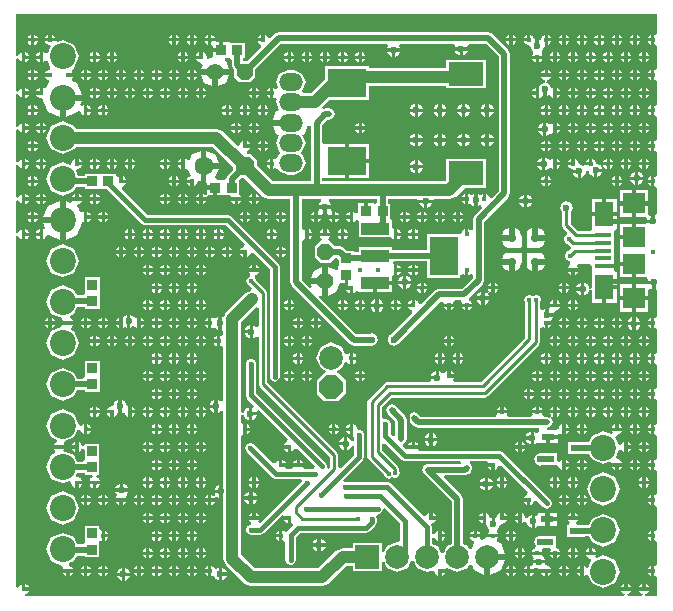
<source format=gbl>
G04*
G04 #@! TF.GenerationSoftware,Altium Limited,Altium Designer,20.1.7 (139)*
G04*
G04 Layer_Physical_Order=2*
G04 Layer_Color=65535*
%FSLAX44Y44*%
%MOMM*%
G71*
G04*
G04 #@! TF.SameCoordinates,D9D12B98-CB1C-4D42-AED5-E8A1094860EB*
G04*
G04*
G04 #@! TF.FilePolarity,Positive*
G04*
G01*
G75*
%ADD13C,0.2540*%
%ADD49R,0.8500X0.8500*%
%ADD51R,0.8500X0.8500*%
%ADD58R,3.3000X2.4000*%
%ADD60C,0.5000*%
%ADD61C,0.4000*%
%ADD62C,1.0000*%
%ADD64C,2.2000*%
%ADD65C,1.6000*%
%ADD66P,1.7318X8X202.5*%
%ADD67C,2.0000*%
%ADD68R,2.0000X2.0000*%
%ADD69C,0.7000*%
%ADD70P,1.5154X8X292.5*%
%ADD71C,1.4000*%
%ADD72O,2.0000X1.5000*%
%ADD73P,1.5154X8X202.5*%
%ADD74P,2.1648X8X112.5*%
%ADD75C,0.6000*%
%ADD76C,0.4000*%
%ADD77R,1.1000X0.6000*%
%ADD78R,1.4000X0.4000*%
%ADD79R,1.6000X2.1000*%
%ADD80R,1.9000X1.8000*%
%ADD81R,1.9000X1.7500*%
%ADD82R,3.0000X2.0000*%
%ADD83R,2.4000X3.3000*%
%ADD84R,2.4000X1.0000*%
G36*
X546461Y480394D02*
X544461Y479058D01*
X543999Y479249D01*
Y475000D01*
Y470750D01*
X544461Y470941D01*
X546461Y469605D01*
Y450394D01*
X544461Y449058D01*
X543999Y449249D01*
Y445000D01*
Y440750D01*
X544461Y440941D01*
X546461Y439605D01*
Y420394D01*
X544461Y419058D01*
X543999Y419249D01*
Y415000D01*
Y410750D01*
X544461Y410941D01*
X546461Y409605D01*
Y390394D01*
X544461Y389058D01*
X543999Y389249D01*
Y385000D01*
Y380750D01*
X544461Y380941D01*
X546461Y379605D01*
X546461Y360394D01*
X544461Y359058D01*
X543999Y359249D01*
Y355000D01*
Y350750D01*
X544461Y350941D01*
X546461Y349605D01*
Y327320D01*
X544798Y326208D01*
X544500Y326332D01*
Y321000D01*
X543000D01*
Y319500D01*
X536680D01*
X536179Y318750D01*
X528750D01*
Y307500D01*
X527000D01*
Y305750D01*
X515000D01*
Y296250D01*
Y286750D01*
X527000D01*
Y285000D01*
X528750D01*
Y273750D01*
X537393D01*
X538729Y271750D01*
X538418Y271000D01*
X543750D01*
Y269500D01*
X545250D01*
Y263678D01*
X546461Y262870D01*
Y240394D01*
X544461Y239058D01*
X543999Y239249D01*
Y235000D01*
Y230750D01*
X544461Y230941D01*
X546461Y229605D01*
Y210394D01*
X544461Y209058D01*
X543999Y209249D01*
Y205000D01*
Y200750D01*
X544461Y200941D01*
X546461Y199605D01*
Y180394D01*
X544461Y179058D01*
X543999Y179249D01*
Y175000D01*
Y170750D01*
X544461Y170941D01*
X546461Y169605D01*
Y150394D01*
X544461Y149058D01*
X543999Y149249D01*
Y145000D01*
Y140750D01*
X544461Y140941D01*
X546461Y139605D01*
X546461Y120394D01*
X544461Y119058D01*
X543999Y119249D01*
Y115000D01*
Y110750D01*
X544461Y110941D01*
X546461Y109605D01*
Y90394D01*
X544461Y89058D01*
X543999Y89249D01*
Y85000D01*
Y80750D01*
X544461Y80941D01*
X546461Y79605D01*
Y60395D01*
X544461Y59058D01*
X543999Y59249D01*
Y55000D01*
Y50750D01*
X544461Y50941D01*
X546461Y49605D01*
Y30394D01*
X544461Y29058D01*
X543999Y29249D01*
Y25000D01*
Y20750D01*
X544461Y20941D01*
X546461Y19605D01*
Y3539D01*
X536388D01*
X535991Y5539D01*
X538444Y6556D01*
X539249Y8500D01*
X530750D01*
X531555Y6556D01*
X534009Y5539D01*
X533611Y3539D01*
X521388D01*
X520991Y5539D01*
X523444Y6556D01*
X524249Y8500D01*
X515750D01*
X516555Y6556D01*
X519009Y5539D01*
X518611Y3539D01*
X11389D01*
X10991Y5539D01*
X13444Y6556D01*
X14249Y8500D01*
X10000D01*
Y10000D01*
X8500D01*
Y14249D01*
X6556Y13444D01*
X5539Y10991D01*
X3539Y11388D01*
Y308611D01*
X5539Y309009D01*
X6556Y306555D01*
X8500Y305750D01*
Y310000D01*
Y314249D01*
X6556Y313444D01*
X5539Y310990D01*
X3539Y311388D01*
Y338611D01*
X5539Y339009D01*
X6556Y336555D01*
X8500Y335750D01*
Y340000D01*
Y344249D01*
X6556Y343444D01*
X5539Y340990D01*
X3539Y341388D01*
Y368611D01*
X5539Y369009D01*
X6556Y366555D01*
X8500Y365750D01*
Y370000D01*
Y374249D01*
X6556Y373444D01*
X5539Y370990D01*
X3539Y371388D01*
Y398611D01*
X5539Y399009D01*
X6556Y396555D01*
X8500Y395750D01*
Y400000D01*
Y404249D01*
X6556Y403444D01*
X5539Y400990D01*
X3539Y401388D01*
Y428611D01*
X5539Y429009D01*
X6556Y426555D01*
X8500Y425750D01*
Y430000D01*
Y434249D01*
X6556Y433444D01*
X5539Y430990D01*
X3539Y431388D01*
Y458611D01*
X5539Y459009D01*
X6556Y456555D01*
X8500Y455750D01*
Y460000D01*
Y464249D01*
X6556Y463444D01*
X5539Y460990D01*
X3539Y461388D01*
Y496461D01*
X546461D01*
Y480394D01*
D02*
G37*
%LPC*%
G36*
X541000Y479249D02*
X539055Y478444D01*
X538250Y476499D01*
X541000D01*
Y479249D01*
D02*
G37*
G36*
X529000D02*
Y476499D01*
X531749D01*
X530944Y478444D01*
X529000Y479249D01*
D02*
G37*
G36*
X526000D02*
X524055Y478444D01*
X523250Y476499D01*
X526000D01*
Y479249D01*
D02*
G37*
G36*
X514000D02*
Y476499D01*
X516749D01*
X515944Y478444D01*
X514000Y479249D01*
D02*
G37*
G36*
X511000D02*
X509055Y478444D01*
X508250Y476499D01*
X511000D01*
Y479249D01*
D02*
G37*
G36*
X499000D02*
Y476499D01*
X501749D01*
X500944Y478444D01*
X499000Y479249D01*
D02*
G37*
G36*
X496000D02*
X494055Y478444D01*
X493250Y476499D01*
X496000D01*
Y479249D01*
D02*
G37*
G36*
X484000D02*
Y476499D01*
X486749D01*
X485944Y478444D01*
X484000Y479249D01*
D02*
G37*
G36*
X481000D02*
X479055Y478444D01*
X478250Y476499D01*
X481000D01*
Y479249D01*
D02*
G37*
G36*
X469000D02*
Y476499D01*
X471749D01*
X470944Y478444D01*
X469000Y479249D01*
D02*
G37*
G36*
X466000D02*
X464055Y478444D01*
X463250Y476499D01*
X466000D01*
Y479249D01*
D02*
G37*
G36*
X454000D02*
Y476499D01*
X456749D01*
X455944Y478444D01*
X454000Y479249D01*
D02*
G37*
G36*
X436000D02*
X434055Y478444D01*
X433250Y476499D01*
X436000D01*
Y479249D01*
D02*
G37*
G36*
X424000D02*
Y476499D01*
X426749D01*
X425944Y478444D01*
X424000Y479249D01*
D02*
G37*
G36*
X421000D02*
X419055Y478444D01*
X418250Y476499D01*
X421000D01*
Y479249D01*
D02*
G37*
G36*
X211000D02*
X209056Y478444D01*
X208250Y476499D01*
X211000D01*
Y479249D01*
D02*
G37*
G36*
X169000D02*
Y476499D01*
X171749D01*
X170944Y478444D01*
X169000Y479249D01*
D02*
G37*
G36*
X166000D02*
X164056Y478444D01*
X163250Y476499D01*
X166000D01*
Y479249D01*
D02*
G37*
G36*
X154000D02*
Y476499D01*
X156749D01*
X155944Y478444D01*
X154000Y479249D01*
D02*
G37*
G36*
X151000D02*
X149056Y478444D01*
X148250Y476499D01*
X151000D01*
Y479249D01*
D02*
G37*
G36*
X139000D02*
Y476499D01*
X141749D01*
X140944Y478444D01*
X139000Y479249D01*
D02*
G37*
G36*
X136000D02*
X134056Y478444D01*
X133250Y476499D01*
X136000D01*
Y479249D01*
D02*
G37*
G36*
X34000D02*
Y476499D01*
X36749D01*
X35944Y478444D01*
X34000Y479249D01*
D02*
G37*
G36*
X31000D02*
X29056Y478444D01*
X28250Y476499D01*
X31000D01*
Y479249D01*
D02*
G37*
G36*
X19000D02*
Y476499D01*
X21749D01*
X20944Y478444D01*
X19000Y479249D01*
D02*
G37*
G36*
X16000D02*
X14056Y478444D01*
X13250Y476499D01*
X16000D01*
Y479249D01*
D02*
G37*
G36*
X403500Y481371D02*
X225750D01*
X222306Y479944D01*
X218640Y476279D01*
X216679Y476669D01*
X215944Y478444D01*
X214000Y479249D01*
Y475000D01*
X212500D01*
Y473499D01*
X208250D01*
X209056Y471555D01*
X210830Y470820D01*
X211220Y468859D01*
X199112Y456750D01*
X195871D01*
Y459750D01*
X197250D01*
Y472250D01*
X185543D01*
X183750Y472750D01*
X182957Y472750D01*
X178750D01*
Y466000D01*
X177000D01*
Y464250D01*
X170250D01*
Y460014D01*
X166178Y458327D01*
X164763Y459741D01*
X164870Y460000D01*
X163444Y463444D01*
X161500Y464249D01*
Y460000D01*
X160000D01*
Y458499D01*
X155750D01*
X156556Y456555D01*
X160000Y455129D01*
X160082Y455163D01*
X161496Y453749D01*
X160047Y450250D01*
X172000D01*
X183953D01*
X181184Y456934D01*
X180330Y457288D01*
X180720Y459250D01*
X183750Y459250D01*
X184129Y459356D01*
X186129Y457862D01*
Y453750D01*
X187556Y450306D01*
X188000Y449862D01*
Y443250D01*
X192500Y438750D01*
X201500D01*
X206000Y443250D01*
Y449862D01*
X227768Y471629D01*
X317847D01*
X318800Y469629D01*
X317918Y467500D01*
X328582D01*
X327700Y469629D01*
X328653Y471629D01*
X374196D01*
X375532Y469629D01*
X375168Y468750D01*
X385832D01*
X385468Y469629D01*
X386804Y471629D01*
X401483D01*
X412129Y460983D01*
Y346768D01*
X406545Y341183D01*
X404186Y341652D01*
X403444Y343444D01*
X401500Y344249D01*
Y340000D01*
X398500D01*
Y344249D01*
X396777Y343535D01*
X394250Y344582D01*
Y339250D01*
Y333918D01*
X396499Y334850D01*
X397167Y334634D01*
X397717Y332355D01*
X391806Y326444D01*
X390379Y323000D01*
Y313997D01*
X388444Y313444D01*
X386500Y314249D01*
Y310000D01*
X383500D01*
Y314249D01*
X381555Y313444D01*
X380957Y312000D01*
X379750Y310500D01*
X378282Y310500D01*
X351750D01*
Y296871D01*
X321750D01*
Y299000D01*
X293750D01*
Y294871D01*
X289250D01*
Y296250D01*
X283638D01*
X281194Y298694D01*
X277750Y300121D01*
X273879D01*
X269750Y304250D01*
X268104D01*
X267706Y306250D01*
X268444Y306555D01*
X269249Y308500D01*
X260750D01*
X261556Y306555D01*
X262293Y306250D01*
X261895Y304250D01*
X260750D01*
X256250Y299750D01*
Y290750D01*
X260750Y286250D01*
X269750D01*
X273379Y289879D01*
X275672D01*
X276750Y288801D01*
Y284543D01*
X276250Y282750D01*
X276250Y281957D01*
Y280232D01*
X274250Y279511D01*
X267750Y282203D01*
Y270250D01*
Y258297D01*
X274434Y261066D01*
X277824Y269250D01*
X282249D01*
X283561Y267250D01*
X283250Y266500D01*
X287500D01*
Y265000D01*
X289000D01*
Y260750D01*
X290944Y261556D01*
X291250Y262295D01*
X293250Y261897D01*
Y261500D01*
X306000D01*
Y269000D01*
X307750D01*
Y270750D01*
X322250D01*
Y274468D01*
X323500Y275303D01*
Y280000D01*
Y285386D01*
X322756Y286106D01*
X323141Y287129D01*
X351750D01*
Y273500D01*
X379750D01*
Y275748D01*
X381750Y276475D01*
X383500Y275750D01*
Y280000D01*
X386500D01*
Y275750D01*
X388444Y276556D01*
X390379Y276002D01*
Y273517D01*
X380983Y264121D01*
X362000D01*
X358556Y262694D01*
X346691Y250830D01*
X344332Y251299D01*
X343444Y253444D01*
X341500Y254249D01*
Y250000D01*
X340000D01*
Y248500D01*
X335750D01*
X336555Y246556D01*
X338700Y245667D01*
X339170Y243308D01*
X320980Y225118D01*
X319673Y224577D01*
X318088Y220750D01*
X319673Y216923D01*
X323500Y215338D01*
X327327Y216923D01*
X327868Y218230D01*
X363147Y253509D01*
X364500Y253378D01*
X365636Y251500D01*
X374249D01*
X373885Y252379D01*
X375121Y254379D01*
X379878D01*
X381115Y252379D01*
X380750Y251500D01*
X389249D01*
X388444Y253444D01*
X387206Y253957D01*
X386983Y254498D01*
X386890Y256252D01*
X398694Y268056D01*
X400121Y271500D01*
Y320983D01*
X420444Y341306D01*
X421871Y344750D01*
Y463000D01*
X420444Y466444D01*
X406944Y479944D01*
X403500Y481371D01*
D02*
G37*
G36*
X451000Y479249D02*
X449055Y478444D01*
X447629Y475000D01*
X447283Y474654D01*
X446250Y475082D01*
Y469750D01*
X443250D01*
Y475082D01*
X442570Y474800D01*
X442370Y475000D01*
X440944Y478444D01*
X439000Y479249D01*
Y475000D01*
X437500D01*
Y473499D01*
X433250D01*
X434055Y471555D01*
X437500Y470129D01*
X439238Y468684D01*
X440541Y465541D01*
X441142Y465291D01*
X441383Y463027D01*
X440750Y461499D01*
X449249D01*
X448543Y463203D01*
X448444Y464327D01*
Y465327D01*
X448960Y465541D01*
X450335Y468861D01*
X451000Y469250D01*
Y475000D01*
Y479249D01*
D02*
G37*
G36*
X43000Y474821D02*
X38530Y472969D01*
X37999Y473499D01*
X28250D01*
X29056Y471555D01*
X32500Y470129D01*
X32722Y469907D01*
X30292Y464039D01*
X27963Y463643D01*
X26500Y464249D01*
Y460000D01*
Y455750D01*
X28444Y456555D01*
X28555Y456824D01*
X30555D01*
X32670Y451718D01*
X32542Y450325D01*
X31699Y449539D01*
X29056Y448444D01*
X28250Y446499D01*
X32500D01*
Y443499D01*
X28250D01*
X29056Y441555D01*
X31588Y440506D01*
Y438341D01*
X30754Y437996D01*
X29510Y434991D01*
X26959Y434059D01*
X26500Y434249D01*
Y430000D01*
X25000D01*
Y428499D01*
X20750D01*
X21556Y426555D01*
X25000Y425129D01*
X25802Y425461D01*
X30754Y413504D01*
X40500Y409467D01*
Y425750D01*
X43000D01*
Y428250D01*
X59283D01*
X55246Y437996D01*
X51114Y439708D01*
X51081Y441886D01*
X51749Y443499D01*
X47500D01*
Y446499D01*
X51749D01*
X51170Y447898D01*
X51713Y450288D01*
X52950Y450800D01*
X57071Y460750D01*
X52950Y470700D01*
X43000Y474821D01*
D02*
G37*
G36*
X541000Y473499D02*
X538250D01*
X539055Y471555D01*
X541000Y470750D01*
Y473499D01*
D02*
G37*
G36*
X531749D02*
X529000D01*
Y470750D01*
X530944Y471555D01*
X531749Y473499D01*
D02*
G37*
G36*
X526000D02*
X523250D01*
X524055Y471555D01*
X526000Y470750D01*
Y473499D01*
D02*
G37*
G36*
X516749D02*
X514000D01*
Y470750D01*
X515944Y471555D01*
X516749Y473499D01*
D02*
G37*
G36*
X511000D02*
X508250D01*
X509055Y471555D01*
X511000Y470750D01*
Y473499D01*
D02*
G37*
G36*
X501749D02*
X499000D01*
Y470750D01*
X500944Y471555D01*
X501749Y473499D01*
D02*
G37*
G36*
X496000D02*
X493250D01*
X494055Y471555D01*
X496000Y470750D01*
Y473499D01*
D02*
G37*
G36*
X486749D02*
X484000D01*
Y470750D01*
X485944Y471555D01*
X486749Y473499D01*
D02*
G37*
G36*
X481000D02*
X478250D01*
X479055Y471555D01*
X481000Y470750D01*
Y473499D01*
D02*
G37*
G36*
X471749D02*
X469000D01*
Y470750D01*
X470944Y471555D01*
X471749Y473499D01*
D02*
G37*
G36*
X466000D02*
X463250D01*
X464055Y471555D01*
X466000Y470750D01*
Y473499D01*
D02*
G37*
G36*
X456749D02*
X454000D01*
Y470750D01*
X455944Y471555D01*
X456749Y473499D01*
D02*
G37*
G36*
X426749D02*
X424000D01*
Y470750D01*
X425944Y471555D01*
X426749Y473499D01*
D02*
G37*
G36*
X421000D02*
X418250D01*
X419055Y471555D01*
X421000Y470750D01*
Y473499D01*
D02*
G37*
G36*
X166000D02*
X163250D01*
X164056Y471555D01*
X166000Y470750D01*
Y473499D01*
D02*
G37*
G36*
X156749D02*
X154000D01*
Y470750D01*
X155944Y471555D01*
X156749Y473499D01*
D02*
G37*
G36*
X151000D02*
X148250D01*
X149056Y471555D01*
X151000Y470750D01*
Y473499D01*
D02*
G37*
G36*
X141749D02*
X139000D01*
Y470750D01*
X140944Y471555D01*
X141749Y473499D01*
D02*
G37*
G36*
X136000D02*
X133250D01*
X134056Y471555D01*
X136000Y470750D01*
Y473499D01*
D02*
G37*
G36*
X21749D02*
X19000D01*
Y470750D01*
X20944Y471555D01*
X21749Y473499D01*
D02*
G37*
G36*
X16000D02*
X13250D01*
X14056Y471555D01*
X16000Y470750D01*
Y473499D01*
D02*
G37*
G36*
X172738D02*
X169000D01*
Y470303D01*
X170250Y469468D01*
Y467750D01*
X175250D01*
Y472750D01*
X173239D01*
X172738Y473499D01*
D02*
G37*
G36*
X385832Y465750D02*
X382000D01*
Y461918D01*
X384710Y463041D01*
X385832Y465750D01*
D02*
G37*
G36*
X379000D02*
X375168D01*
X376291Y463041D01*
X379000Y461918D01*
Y465750D01*
D02*
G37*
G36*
X536500Y464249D02*
Y461499D01*
X539249D01*
X538444Y463444D01*
X536500Y464249D01*
D02*
G37*
G36*
X533500D02*
X531555Y463444D01*
X530750Y461499D01*
X533500D01*
Y464249D01*
D02*
G37*
G36*
X521500D02*
Y461499D01*
X524249D01*
X523444Y463444D01*
X521500Y464249D01*
D02*
G37*
G36*
X518500D02*
X516555Y463444D01*
X515750Y461499D01*
X518500D01*
Y464249D01*
D02*
G37*
G36*
X506500D02*
Y461499D01*
X509249D01*
X508444Y463444D01*
X506500Y464249D01*
D02*
G37*
G36*
X503500D02*
X501555Y463444D01*
X500750Y461499D01*
X503500D01*
Y464249D01*
D02*
G37*
G36*
X491500D02*
Y461499D01*
X494249D01*
X493444Y463444D01*
X491500Y464249D01*
D02*
G37*
G36*
X488500D02*
X486555Y463444D01*
X485750Y461499D01*
X488500D01*
Y464249D01*
D02*
G37*
G36*
X476500D02*
Y461499D01*
X479249D01*
X478444Y463444D01*
X476500Y464249D01*
D02*
G37*
G36*
X473500D02*
X471555Y463444D01*
X470750Y461499D01*
X473500D01*
Y464249D01*
D02*
G37*
G36*
X461500D02*
Y461499D01*
X464249D01*
X463444Y463444D01*
X461500Y464249D01*
D02*
G37*
G36*
X458500D02*
X456555Y463444D01*
X455750Y461499D01*
X458500D01*
Y464249D01*
D02*
G37*
G36*
X296500D02*
Y461499D01*
X299249D01*
X298444Y463444D01*
X296500Y464249D01*
D02*
G37*
G36*
X293500D02*
X291556Y463444D01*
X290750Y461499D01*
X293500D01*
Y464249D01*
D02*
G37*
G36*
X281500D02*
Y461499D01*
X284249D01*
X283444Y463444D01*
X281500Y464249D01*
D02*
G37*
G36*
X278500D02*
X276556Y463444D01*
X275750Y461499D01*
X278500D01*
Y464249D01*
D02*
G37*
G36*
X266500D02*
Y461499D01*
X269249D01*
X268444Y463444D01*
X266500Y464249D01*
D02*
G37*
G36*
X263500D02*
X261556Y463444D01*
X260750Y461499D01*
X263500D01*
Y464249D01*
D02*
G37*
G36*
X251500D02*
Y461499D01*
X254249D01*
X253444Y463444D01*
X251500Y464249D01*
D02*
G37*
G36*
X248500D02*
X246556Y463444D01*
X245750Y461499D01*
X248500D01*
Y464249D01*
D02*
G37*
G36*
X236500D02*
Y461499D01*
X239249D01*
X238444Y463444D01*
X236500Y464249D01*
D02*
G37*
G36*
X233500D02*
X231556Y463444D01*
X230750Y461499D01*
X233500D01*
Y464249D01*
D02*
G37*
G36*
X158500D02*
X156556Y463444D01*
X155750Y461499D01*
X158500D01*
Y464249D01*
D02*
G37*
G36*
X146500D02*
Y461499D01*
X149249D01*
X148444Y463444D01*
X146500Y464249D01*
D02*
G37*
G36*
X143500D02*
X141556Y463444D01*
X140750Y461499D01*
X143500D01*
Y464249D01*
D02*
G37*
G36*
X86500D02*
Y461499D01*
X89249D01*
X88444Y463444D01*
X86500Y464249D01*
D02*
G37*
G36*
X83500D02*
X81556Y463444D01*
X80750Y461499D01*
X83500D01*
Y464249D01*
D02*
G37*
G36*
X71500D02*
Y461499D01*
X74249D01*
X73444Y463444D01*
X71500Y464249D01*
D02*
G37*
G36*
X68500D02*
X66556Y463444D01*
X65750Y461499D01*
X68500D01*
Y464249D01*
D02*
G37*
G36*
X23500D02*
X21556Y463444D01*
X20750Y461499D01*
X23500D01*
Y464249D01*
D02*
G37*
G36*
X11500D02*
Y461499D01*
X14249D01*
X13444Y463444D01*
X11500Y464249D01*
D02*
G37*
G36*
X328582Y464500D02*
X324750D01*
Y460668D01*
X327459Y461791D01*
X328582Y464500D01*
D02*
G37*
G36*
X321750D02*
X317918D01*
X319041Y461791D01*
X321750Y460668D01*
Y464500D01*
D02*
G37*
G36*
X539249Y458499D02*
X536500D01*
Y455750D01*
X538444Y456555D01*
X539249Y458499D01*
D02*
G37*
G36*
X533500D02*
X530750D01*
X531555Y456555D01*
X533500Y455750D01*
Y458499D01*
D02*
G37*
G36*
X524249D02*
X521500D01*
Y455750D01*
X523444Y456555D01*
X524249Y458499D01*
D02*
G37*
G36*
X518500D02*
X515750D01*
X516555Y456555D01*
X518500Y455750D01*
Y458499D01*
D02*
G37*
G36*
X509249D02*
X506500D01*
Y455750D01*
X508444Y456555D01*
X509249Y458499D01*
D02*
G37*
G36*
X503500D02*
X500750D01*
X501555Y456555D01*
X503500Y455750D01*
Y458499D01*
D02*
G37*
G36*
X494249D02*
X491500D01*
Y455750D01*
X493444Y456555D01*
X494249Y458499D01*
D02*
G37*
G36*
X488500D02*
X485750D01*
X486555Y456555D01*
X488500Y455750D01*
Y458499D01*
D02*
G37*
G36*
X479249D02*
X476500D01*
Y455750D01*
X478444Y456555D01*
X479249Y458499D01*
D02*
G37*
G36*
X473500D02*
X470750D01*
X471555Y456555D01*
X473500Y455750D01*
Y458499D01*
D02*
G37*
G36*
X464249D02*
X461500D01*
Y455750D01*
X463444Y456555D01*
X464249Y458499D01*
D02*
G37*
G36*
X458500D02*
X455750D01*
X456555Y456555D01*
X458500Y455750D01*
Y458499D01*
D02*
G37*
G36*
X449249D02*
X446500D01*
Y455750D01*
X448444Y456555D01*
X449249Y458499D01*
D02*
G37*
G36*
X443500D02*
X440750D01*
X441555Y456555D01*
X443500Y455750D01*
Y458499D01*
D02*
G37*
G36*
X299249D02*
X296500D01*
Y455750D01*
X298444Y456555D01*
X299249Y458499D01*
D02*
G37*
G36*
X293500D02*
X290750D01*
X291556Y456555D01*
X293500Y455750D01*
Y458499D01*
D02*
G37*
G36*
X284249D02*
X281500D01*
Y455750D01*
X283444Y456555D01*
X284249Y458499D01*
D02*
G37*
G36*
X278500D02*
X275750D01*
X276556Y456555D01*
X278500Y455750D01*
Y458499D01*
D02*
G37*
G36*
X269249D02*
X266500D01*
Y455750D01*
X268444Y456555D01*
X269249Y458499D01*
D02*
G37*
G36*
X263500D02*
X260750D01*
X261556Y456555D01*
X263500Y455750D01*
Y458499D01*
D02*
G37*
G36*
X254249D02*
X251500D01*
Y455750D01*
X253444Y456555D01*
X254249Y458499D01*
D02*
G37*
G36*
X248500D02*
X245750D01*
X246556Y456555D01*
X248500Y455750D01*
Y458499D01*
D02*
G37*
G36*
X239249D02*
X236500D01*
Y455750D01*
X238444Y456555D01*
X239249Y458499D01*
D02*
G37*
G36*
X233500D02*
X230750D01*
X231556Y456555D01*
X233500Y455750D01*
Y458499D01*
D02*
G37*
G36*
X149249D02*
X146500D01*
Y455750D01*
X148444Y456555D01*
X149249Y458499D01*
D02*
G37*
G36*
X143500D02*
X140750D01*
X141556Y456555D01*
X143500Y455750D01*
Y458499D01*
D02*
G37*
G36*
X89249D02*
X86500D01*
Y455750D01*
X88444Y456555D01*
X89249Y458499D01*
D02*
G37*
G36*
X83500D02*
X80750D01*
X81556Y456555D01*
X83500Y455750D01*
Y458499D01*
D02*
G37*
G36*
X74249D02*
X71500D01*
Y455750D01*
X73444Y456555D01*
X74249Y458499D01*
D02*
G37*
G36*
X68500D02*
X65750D01*
X66556Y456555D01*
X68500Y455750D01*
Y458499D01*
D02*
G37*
G36*
X23500D02*
X20750D01*
X21556Y456555D01*
X23500Y455750D01*
Y458499D01*
D02*
G37*
G36*
X14249D02*
X11500D01*
Y455750D01*
X13444Y456555D01*
X14249Y458499D01*
D02*
G37*
G36*
X401750Y457750D02*
X367750D01*
Y450827D01*
X302250D01*
Y452250D01*
X265250D01*
Y441715D01*
X253362Y429827D01*
X246732D01*
X245915Y431827D01*
X248783Y438750D01*
X245771Y446021D01*
X238500Y449033D01*
X233500D01*
X226229Y446021D01*
X223217Y438750D01*
X224961Y434539D01*
X223210Y433540D01*
X221500Y434249D01*
Y430000D01*
Y425750D01*
X222960Y426355D01*
X224607Y425106D01*
X223217Y421750D01*
X225950Y415153D01*
X223933Y414317D01*
X221006Y407250D01*
X236000D01*
Y402250D01*
X221006D01*
X223933Y395183D01*
X225950Y394347D01*
X223217Y387750D01*
X226229Y380479D01*
X226782Y380250D01*
Y378250D01*
X226229Y378021D01*
X224838Y374663D01*
X222355Y373895D01*
X221500Y374249D01*
Y370000D01*
Y365750D01*
X222886Y366324D01*
X225278Y365776D01*
X226229Y363479D01*
X233500Y360467D01*
X238500D01*
X245771Y363479D01*
X248783Y370750D01*
X245771Y378021D01*
X245218Y378250D01*
Y380250D01*
X245771Y380479D01*
X248783Y387750D01*
X246050Y394347D01*
X248067Y395183D01*
X251129Y402576D01*
X253129Y402178D01*
Y355077D01*
X220888D01*
X207250Y368715D01*
Y373000D01*
X202250Y378000D01*
X199686D01*
X199188Y378663D01*
X199857Y381105D01*
X200944Y381555D01*
X201749Y383500D01*
X197500D01*
Y385000D01*
X196000D01*
Y389249D01*
X194056Y388444D01*
X192970Y385823D01*
X190781Y385184D01*
X178608Y397357D01*
X173250Y399577D01*
X53933D01*
X52950Y401950D01*
X43000Y406071D01*
X33050Y401950D01*
X28929Y392000D01*
X33050Y382050D01*
X43000Y377929D01*
X52950Y382050D01*
X53933Y384423D01*
X170112D01*
X187250Y367285D01*
Y364888D01*
X182806Y360444D01*
X181379Y357000D01*
X179379Y356394D01*
X179000Y356500D01*
X178207Y356500D01*
X173263D01*
X172386Y358500D01*
X175285Y365500D01*
X164750D01*
Y353976D01*
X165500Y353475D01*
Y351500D01*
X172250D01*
Y349750D01*
X174000D01*
Y343000D01*
X178207D01*
X179000Y343000D01*
X180793Y343500D01*
X184414D01*
X185750Y341500D01*
X185750Y341500D01*
X194249D01*
X193444Y343444D01*
X192500Y343835D01*
Y356000D01*
X192500Y356000D01*
X192500D01*
X193619Y357481D01*
X194138Y358000D01*
X196535D01*
X212393Y342142D01*
X217750Y339923D01*
X235879D01*
Y269500D01*
X237306Y266056D01*
X286056Y217306D01*
X289500Y215879D01*
X303443D01*
X304750Y215338D01*
X308577Y216923D01*
X310162Y220750D01*
X308577Y224577D01*
X304750Y226162D01*
X303443Y225621D01*
X291518D01*
X259702Y257436D01*
X260813Y259099D01*
X262750Y258297D01*
Y267750D01*
X253297D01*
X254099Y265813D01*
X252436Y264702D01*
X245621Y271518D01*
Y304877D01*
X247621Y306114D01*
X248500Y305750D01*
Y310000D01*
Y314249D01*
X247621Y313885D01*
X245621Y315122D01*
Y339923D01*
X261512D01*
X261910Y337923D01*
X260791Y337459D01*
X259668Y334750D01*
X270332D01*
X269209Y337459D01*
X268090Y337923D01*
X268488Y339923D01*
X309129D01*
Y337638D01*
X307129Y336144D01*
X306750Y336250D01*
X305957Y336250D01*
X301750D01*
Y329500D01*
X298250D01*
Y336250D01*
X293250D01*
Y328102D01*
X291250Y327705D01*
X290944Y328444D01*
X289000Y329249D01*
Y325000D01*
Y320750D01*
X290944Y321555D01*
X291344Y322522D01*
X293250Y322750D01*
X293750Y320912D01*
Y308000D01*
X320957D01*
X321555Y306555D01*
X323500Y305750D01*
Y310000D01*
Y314249D01*
X323413Y314213D01*
X321750Y315324D01*
Y322000D01*
X321732D01*
X320250Y323250D01*
Y335750D01*
X318871D01*
Y339923D01*
X343293D01*
X343576Y339500D01*
X356924D01*
X357206Y339923D01*
X370500D01*
X375858Y342142D01*
X383465Y349750D01*
X401750D01*
Y373750D01*
X367750D01*
Y355465D01*
X367362Y355077D01*
X262871D01*
Y357458D01*
X264750Y357750D01*
X264871Y357750D01*
X282000D01*
Y372250D01*
Y386750D01*
X264871D01*
X264750Y386750D01*
X262871Y387041D01*
Y402482D01*
X267518Y407129D01*
X268500D01*
X271944Y408556D01*
X273371Y412000D01*
X271944Y415444D01*
X268500Y416871D01*
X265500D01*
X264073Y416280D01*
X262940Y417975D01*
X269215Y424250D01*
X302250D01*
Y435673D01*
X367750D01*
Y433750D01*
X401750D01*
Y457750D01*
D02*
G37*
G36*
X541000Y449249D02*
X539055Y448444D01*
X538250Y446499D01*
X541000D01*
Y449249D01*
D02*
G37*
G36*
X529000D02*
Y446499D01*
X531749D01*
X530944Y448444D01*
X529000Y449249D01*
D02*
G37*
G36*
X526000D02*
X524055Y448444D01*
X523250Y446499D01*
X526000D01*
Y449249D01*
D02*
G37*
G36*
X514000D02*
Y446499D01*
X516749D01*
X515944Y448444D01*
X514000Y449249D01*
D02*
G37*
G36*
X511000D02*
X509055Y448444D01*
X508250Y446499D01*
X511000D01*
Y449249D01*
D02*
G37*
G36*
X499000D02*
Y446499D01*
X501749D01*
X500944Y448444D01*
X499000Y449249D01*
D02*
G37*
G36*
X496000D02*
X494055Y448444D01*
X493250Y446499D01*
X496000D01*
Y449249D01*
D02*
G37*
G36*
X484000D02*
Y446499D01*
X486749D01*
X485944Y448444D01*
X484000Y449249D01*
D02*
G37*
G36*
X481000D02*
X479055Y448444D01*
X478250Y446499D01*
X481000D01*
Y449249D01*
D02*
G37*
G36*
X469000D02*
Y446499D01*
X471749D01*
X470944Y448444D01*
X469000Y449249D01*
D02*
G37*
G36*
X466000D02*
X464055Y448444D01*
X463250Y446499D01*
X466000D01*
Y449249D01*
D02*
G37*
G36*
X454000D02*
Y446499D01*
X456749D01*
X455944Y448444D01*
X454000Y449249D01*
D02*
G37*
G36*
X451000D02*
X449055Y448444D01*
X448250Y446499D01*
X451000D01*
Y449249D01*
D02*
G37*
G36*
X154000D02*
Y446499D01*
X156749D01*
X155944Y448444D01*
X154000Y449249D01*
D02*
G37*
G36*
X151000D02*
X149056Y448444D01*
X148250Y446499D01*
X151000D01*
Y449249D01*
D02*
G37*
G36*
X139000D02*
Y446499D01*
X141749D01*
X140944Y448444D01*
X139000Y449249D01*
D02*
G37*
G36*
X136000D02*
X134056Y448444D01*
X133250Y446499D01*
X136000D01*
Y449249D01*
D02*
G37*
G36*
X124000D02*
Y446499D01*
X126749D01*
X125944Y448444D01*
X124000Y449249D01*
D02*
G37*
G36*
X121000D02*
X119056Y448444D01*
X118250Y446499D01*
X121000D01*
Y449249D01*
D02*
G37*
G36*
X109000D02*
Y446499D01*
X111749D01*
X110944Y448444D01*
X109000Y449249D01*
D02*
G37*
G36*
X106000D02*
X104056Y448444D01*
X103250Y446499D01*
X106000D01*
Y449249D01*
D02*
G37*
G36*
X94000D02*
Y446499D01*
X96749D01*
X95944Y448444D01*
X94000Y449249D01*
D02*
G37*
G36*
X91000D02*
X89056Y448444D01*
X88250Y446499D01*
X91000D01*
Y449249D01*
D02*
G37*
G36*
X79000D02*
Y446499D01*
X81749D01*
X80944Y448444D01*
X79000Y449249D01*
D02*
G37*
G36*
X76000D02*
X74056Y448444D01*
X73250Y446499D01*
X76000D01*
Y449249D01*
D02*
G37*
G36*
X64000D02*
Y446499D01*
X66749D01*
X65944Y448444D01*
X64000Y449249D01*
D02*
G37*
G36*
X61000D02*
X59056Y448444D01*
X58250Y446499D01*
X61000D01*
Y449249D01*
D02*
G37*
G36*
X19000D02*
Y446499D01*
X21749D01*
X20944Y448444D01*
X19000Y449249D01*
D02*
G37*
G36*
X16000D02*
X14056Y448444D01*
X13250Y446499D01*
X16000D01*
Y449249D01*
D02*
G37*
G36*
X541000Y443499D02*
X538250D01*
X539055Y441555D01*
X541000Y440750D01*
Y443499D01*
D02*
G37*
G36*
X531749D02*
X529000D01*
Y440750D01*
X530944Y441555D01*
X531749Y443499D01*
D02*
G37*
G36*
X526000D02*
X523250D01*
X524055Y441555D01*
X526000Y440750D01*
Y443499D01*
D02*
G37*
G36*
X516749D02*
X514000D01*
Y440750D01*
X515944Y441555D01*
X516749Y443499D01*
D02*
G37*
G36*
X511000D02*
X508250D01*
X509055Y441555D01*
X511000Y440750D01*
Y443499D01*
D02*
G37*
G36*
X501749D02*
X499000D01*
Y440750D01*
X500944Y441555D01*
X501749Y443499D01*
D02*
G37*
G36*
X496000D02*
X493250D01*
X494055Y441555D01*
X496000Y440750D01*
Y443499D01*
D02*
G37*
G36*
X486749D02*
X484000D01*
Y440750D01*
X485944Y441555D01*
X486749Y443499D01*
D02*
G37*
G36*
X481000D02*
X478250D01*
X479055Y441555D01*
X481000Y440750D01*
Y443499D01*
D02*
G37*
G36*
X471749D02*
X469000D01*
Y440750D01*
X470944Y441555D01*
X471749Y443499D01*
D02*
G37*
G36*
X466000D02*
X463250D01*
X464055Y441555D01*
X466000Y440750D01*
Y443499D01*
D02*
G37*
G36*
X156749D02*
X154000D01*
Y440750D01*
X155944Y441555D01*
X156749Y443499D01*
D02*
G37*
G36*
X151000D02*
X148250D01*
X149056Y441555D01*
X151000Y440750D01*
Y443499D01*
D02*
G37*
G36*
X141749D02*
X139000D01*
Y440750D01*
X140944Y441555D01*
X141749Y443499D01*
D02*
G37*
G36*
X136000D02*
X133250D01*
X134056Y441555D01*
X136000Y440750D01*
Y443499D01*
D02*
G37*
G36*
X126749D02*
X124000D01*
Y440750D01*
X125944Y441555D01*
X126749Y443499D01*
D02*
G37*
G36*
X121000D02*
X118250D01*
X119056Y441555D01*
X121000Y440750D01*
Y443499D01*
D02*
G37*
G36*
X111749D02*
X109000D01*
Y440750D01*
X110944Y441555D01*
X111749Y443499D01*
D02*
G37*
G36*
X106000D02*
X103250D01*
X104056Y441555D01*
X106000Y440750D01*
Y443499D01*
D02*
G37*
G36*
X96749D02*
X94000D01*
Y440750D01*
X95944Y441555D01*
X96749Y443499D01*
D02*
G37*
G36*
X91000D02*
X88250D01*
X89056Y441555D01*
X91000Y440750D01*
Y443499D01*
D02*
G37*
G36*
X81749D02*
X79000D01*
Y440750D01*
X80944Y441555D01*
X81749Y443499D01*
D02*
G37*
G36*
X76000D02*
X73250D01*
X74056Y441555D01*
X76000Y440750D01*
Y443499D01*
D02*
G37*
G36*
X66749D02*
X64000D01*
Y440750D01*
X65944Y441555D01*
X66749Y443499D01*
D02*
G37*
G36*
X61000D02*
X58250D01*
X59056Y441555D01*
X61000Y440750D01*
Y443499D01*
D02*
G37*
G36*
X21749D02*
X19000D01*
Y440750D01*
X20944Y441555D01*
X21749Y443499D01*
D02*
G37*
G36*
X16000D02*
X13250D01*
X14056Y441555D01*
X16000Y440750D01*
Y443499D01*
D02*
G37*
G36*
X183953Y445250D02*
X174500D01*
Y435797D01*
X181184Y438566D01*
X183953Y445250D01*
D02*
G37*
G36*
X169500D02*
X160047D01*
X162816Y438566D01*
X169500Y435797D01*
Y445250D01*
D02*
G37*
G36*
X536500Y434249D02*
Y431499D01*
X539249D01*
X538444Y433444D01*
X536500Y434249D01*
D02*
G37*
G36*
X533500D02*
X531555Y433444D01*
X530750Y431499D01*
X533500D01*
Y434249D01*
D02*
G37*
G36*
X521500D02*
Y431499D01*
X524249D01*
X523444Y433444D01*
X521500Y434249D01*
D02*
G37*
G36*
X518500D02*
X516555Y433444D01*
X515750Y431499D01*
X518500D01*
Y434249D01*
D02*
G37*
G36*
X506500D02*
Y431499D01*
X509249D01*
X508444Y433444D01*
X506500Y434249D01*
D02*
G37*
G36*
X503500D02*
X501555Y433444D01*
X500750Y431499D01*
X503500D01*
Y434249D01*
D02*
G37*
G36*
X491500D02*
Y431499D01*
X494249D01*
X493444Y433444D01*
X491500Y434249D01*
D02*
G37*
G36*
X488500D02*
X486555Y433444D01*
X485750Y431499D01*
X488500D01*
Y434249D01*
D02*
G37*
G36*
X476500D02*
Y431499D01*
X479249D01*
X478444Y433444D01*
X476500Y434249D01*
D02*
G37*
G36*
X473500D02*
X471555Y433444D01*
X470750Y431499D01*
X473500D01*
Y434249D01*
D02*
G37*
G36*
X461500D02*
Y431499D01*
X464249D01*
X463444Y433444D01*
X461500Y434249D01*
D02*
G37*
G36*
X443500D02*
X441555Y433444D01*
X440750Y431499D01*
X443500D01*
Y434249D01*
D02*
G37*
G36*
X218500D02*
X216556Y433444D01*
X215750Y431499D01*
X218500D01*
Y434249D01*
D02*
G37*
G36*
X206500D02*
Y431499D01*
X209249D01*
X208444Y433444D01*
X206500Y434249D01*
D02*
G37*
G36*
X203500D02*
X201556Y433444D01*
X200750Y431499D01*
X203500D01*
Y434249D01*
D02*
G37*
G36*
X161500D02*
Y431499D01*
X164249D01*
X163444Y433444D01*
X161500Y434249D01*
D02*
G37*
G36*
X158500D02*
X156556Y433444D01*
X155750Y431499D01*
X158500D01*
Y434249D01*
D02*
G37*
G36*
X146500D02*
Y431499D01*
X149249D01*
X148444Y433444D01*
X146500Y434249D01*
D02*
G37*
G36*
X143500D02*
X141556Y433444D01*
X140750Y431499D01*
X143500D01*
Y434249D01*
D02*
G37*
G36*
X131500D02*
Y431499D01*
X134249D01*
X133444Y433444D01*
X131500Y434249D01*
D02*
G37*
G36*
X128500D02*
X126556Y433444D01*
X125750Y431499D01*
X128500D01*
Y434249D01*
D02*
G37*
G36*
X116500D02*
Y431499D01*
X119249D01*
X118444Y433444D01*
X116500Y434249D01*
D02*
G37*
G36*
X113500D02*
X111556Y433444D01*
X110750Y431499D01*
X113500D01*
Y434249D01*
D02*
G37*
G36*
X101500D02*
Y431499D01*
X104249D01*
X103444Y433444D01*
X101500Y434249D01*
D02*
G37*
G36*
X98500D02*
X96556Y433444D01*
X95750Y431499D01*
X98500D01*
Y434249D01*
D02*
G37*
G36*
X86500D02*
Y431499D01*
X89249D01*
X88444Y433444D01*
X86500Y434249D01*
D02*
G37*
G36*
X83500D02*
X81556Y433444D01*
X80750Y431499D01*
X83500D01*
Y434249D01*
D02*
G37*
G36*
X71500D02*
Y431499D01*
X74249D01*
X73444Y433444D01*
X71500Y434249D01*
D02*
G37*
G36*
X68500D02*
X66556Y433444D01*
X65750Y431499D01*
X68500D01*
Y434249D01*
D02*
G37*
G36*
X23500D02*
X21556Y433444D01*
X20750Y431499D01*
X23500D01*
Y434249D01*
D02*
G37*
G36*
X11500D02*
Y431499D01*
X14249D01*
X13444Y433444D01*
X11500Y434249D01*
D02*
G37*
G36*
X539249Y428499D02*
X536500D01*
Y425750D01*
X538444Y426555D01*
X539249Y428499D01*
D02*
G37*
G36*
X533500D02*
X530750D01*
X531555Y426555D01*
X533500Y425750D01*
Y428499D01*
D02*
G37*
G36*
X524249D02*
X521500D01*
Y425750D01*
X523444Y426555D01*
X524249Y428499D01*
D02*
G37*
G36*
X518500D02*
X515750D01*
X516555Y426555D01*
X518500Y425750D01*
Y428499D01*
D02*
G37*
G36*
X509249D02*
X506500D01*
Y425750D01*
X508444Y426555D01*
X509249Y428499D01*
D02*
G37*
G36*
X503500D02*
X500750D01*
X501555Y426555D01*
X503500Y425750D01*
Y428499D01*
D02*
G37*
G36*
X494249D02*
X491500D01*
Y425750D01*
X493444Y426555D01*
X494249Y428499D01*
D02*
G37*
G36*
X488500D02*
X485750D01*
X486555Y426555D01*
X488500Y425750D01*
Y428499D01*
D02*
G37*
G36*
X479249D02*
X476500D01*
Y425750D01*
X478444Y426555D01*
X479249Y428499D01*
D02*
G37*
G36*
X473500D02*
X470750D01*
X471555Y426555D01*
X473500Y425750D01*
Y428499D01*
D02*
G37*
G36*
X464249D02*
X461500D01*
Y425750D01*
X463444Y426555D01*
X464249Y428499D01*
D02*
G37*
G36*
X456749Y443499D02*
X448250D01*
X449055Y441555D01*
X450879Y440800D01*
X451480Y440551D01*
X450983Y438592D01*
X450392Y438348D01*
X447040Y436959D01*
X446500Y435654D01*
Y430000D01*
Y425750D01*
X448444Y426555D01*
X448940Y427754D01*
X449750Y427418D01*
Y432750D01*
X452750D01*
Y427418D01*
X455460Y428540D01*
X455733D01*
X456555Y426555D01*
X458500Y425750D01*
Y430000D01*
Y434249D01*
X456863Y433571D01*
X455460Y436959D01*
X452870Y438032D01*
X452269Y438281D01*
X452767Y440239D01*
X453357Y440484D01*
X455944Y441555D01*
X456749Y443499D01*
D02*
G37*
G36*
X443500Y428499D02*
X440750D01*
X441555Y426555D01*
X443500Y425750D01*
Y428499D01*
D02*
G37*
G36*
X218500D02*
X215750D01*
X216556Y426555D01*
X218500Y425750D01*
Y428499D01*
D02*
G37*
G36*
X209249D02*
X206500D01*
Y425750D01*
X208444Y426555D01*
X209249Y428499D01*
D02*
G37*
G36*
X203500D02*
X200750D01*
X201556Y426555D01*
X203500Y425750D01*
Y428499D01*
D02*
G37*
G36*
X164249D02*
X161500D01*
Y425750D01*
X163444Y426555D01*
X164249Y428499D01*
D02*
G37*
G36*
X158500D02*
X155750D01*
X156556Y426555D01*
X158500Y425750D01*
Y428499D01*
D02*
G37*
G36*
X149249D02*
X146500D01*
Y425750D01*
X148444Y426555D01*
X149249Y428499D01*
D02*
G37*
G36*
X143500D02*
X140750D01*
X141556Y426555D01*
X143500Y425750D01*
Y428499D01*
D02*
G37*
G36*
X134249D02*
X131500D01*
Y425750D01*
X133444Y426555D01*
X134249Y428499D01*
D02*
G37*
G36*
X128500D02*
X125750D01*
X126556Y426555D01*
X128500Y425750D01*
Y428499D01*
D02*
G37*
G36*
X119249D02*
X116500D01*
Y425750D01*
X118444Y426555D01*
X119249Y428499D01*
D02*
G37*
G36*
X113500D02*
X110750D01*
X111556Y426555D01*
X113500Y425750D01*
Y428499D01*
D02*
G37*
G36*
X104249D02*
X101500D01*
Y425750D01*
X103444Y426555D01*
X104249Y428499D01*
D02*
G37*
G36*
X98500D02*
X95750D01*
X96556Y426555D01*
X98500Y425750D01*
Y428499D01*
D02*
G37*
G36*
X89249D02*
X86500D01*
Y425750D01*
X88444Y426555D01*
X89249Y428499D01*
D02*
G37*
G36*
X83500D02*
X80750D01*
X81556Y426555D01*
X83500Y425750D01*
Y428499D01*
D02*
G37*
G36*
X74249D02*
X71500D01*
Y425750D01*
X73444Y426555D01*
X74249Y428499D01*
D02*
G37*
G36*
X68500D02*
X65750D01*
X66556Y426555D01*
X68500Y425750D01*
Y428499D01*
D02*
G37*
G36*
X14249D02*
X11500D01*
Y425750D01*
X13444Y426555D01*
X14249Y428499D01*
D02*
G37*
G36*
X404000Y420332D02*
Y416500D01*
X407832D01*
X406710Y419210D01*
X404000Y420332D01*
D02*
G37*
G36*
X401000D02*
X398290Y419210D01*
X397168Y416500D01*
X401000D01*
Y420332D01*
D02*
G37*
G36*
X384000D02*
Y416500D01*
X387832D01*
X386710Y419210D01*
X384000Y420332D01*
D02*
G37*
G36*
X381000D02*
X378290Y419210D01*
X377168Y416500D01*
X381000D01*
Y420332D01*
D02*
G37*
G36*
X364000D02*
Y416500D01*
X367832D01*
X366710Y419210D01*
X364000Y420332D01*
D02*
G37*
G36*
X361000D02*
X358290Y419210D01*
X357168Y416500D01*
X361000D01*
Y420332D01*
D02*
G37*
G36*
X344000D02*
Y416500D01*
X347832D01*
X346710Y419210D01*
X344000Y420332D01*
D02*
G37*
G36*
X341000D02*
X338290Y419210D01*
X337168Y416500D01*
X341000D01*
Y420332D01*
D02*
G37*
G36*
X541000Y419249D02*
X539055Y418444D01*
X538250Y416499D01*
X541000D01*
Y419249D01*
D02*
G37*
G36*
X529000D02*
Y416499D01*
X531749D01*
X530944Y418444D01*
X529000Y419249D01*
D02*
G37*
G36*
X526000D02*
X524055Y418444D01*
X523250Y416499D01*
X526000D01*
Y419249D01*
D02*
G37*
G36*
X514000D02*
Y416499D01*
X516749D01*
X515944Y418444D01*
X514000Y419249D01*
D02*
G37*
G36*
X511000D02*
X509055Y418444D01*
X508250Y416499D01*
X511000D01*
Y419249D01*
D02*
G37*
G36*
X499000D02*
Y416499D01*
X501749D01*
X500944Y418444D01*
X499000Y419249D01*
D02*
G37*
G36*
X496000D02*
X494055Y418444D01*
X493250Y416499D01*
X496000D01*
Y419249D01*
D02*
G37*
G36*
X484000D02*
Y416499D01*
X486749D01*
X485944Y418444D01*
X484000Y419249D01*
D02*
G37*
G36*
X481000D02*
X479055Y418444D01*
X478250Y416499D01*
X481000D01*
Y419249D01*
D02*
G37*
G36*
X469000D02*
Y416499D01*
X471749D01*
X470944Y418444D01*
X469000Y419249D01*
D02*
G37*
G36*
X466000D02*
X464055Y418444D01*
X463250Y416499D01*
X466000D01*
Y419249D01*
D02*
G37*
G36*
X454000D02*
Y416499D01*
X456749D01*
X455944Y418444D01*
X454000Y419249D01*
D02*
G37*
G36*
X451000D02*
X449055Y418444D01*
X448250Y416499D01*
X451000D01*
Y419249D01*
D02*
G37*
G36*
X214000D02*
Y416499D01*
X216749D01*
X215944Y418444D01*
X214000Y419249D01*
D02*
G37*
G36*
X211000D02*
X209056Y418444D01*
X208250Y416499D01*
X211000D01*
Y419249D01*
D02*
G37*
G36*
X199000D02*
Y416499D01*
X201749D01*
X200944Y418444D01*
X199000Y419249D01*
D02*
G37*
G36*
X196000D02*
X194056Y418444D01*
X193250Y416499D01*
X196000D01*
Y419249D01*
D02*
G37*
G36*
X184000D02*
Y416499D01*
X186749D01*
X185944Y418444D01*
X184000Y419249D01*
D02*
G37*
G36*
X181000D02*
X179056Y418444D01*
X178250Y416499D01*
X181000D01*
Y419249D01*
D02*
G37*
G36*
X79000D02*
Y416499D01*
X81749D01*
X80944Y418444D01*
X79000Y419249D01*
D02*
G37*
G36*
X76000D02*
X74056Y418444D01*
X73250Y416499D01*
X76000D01*
Y419249D01*
D02*
G37*
G36*
X64000D02*
Y416499D01*
X66749D01*
X65944Y418444D01*
X64000Y419249D01*
D02*
G37*
G36*
X19000D02*
Y416499D01*
X21749D01*
X20944Y418444D01*
X19000Y419249D01*
D02*
G37*
G36*
X16000D02*
X14056Y418444D01*
X13250Y416499D01*
X16000D01*
Y419249D01*
D02*
G37*
G36*
X541000Y413500D02*
X538250D01*
X539055Y411555D01*
X541000Y410750D01*
Y413500D01*
D02*
G37*
G36*
X531749D02*
X529000D01*
Y410750D01*
X530944Y411555D01*
X531749Y413500D01*
D02*
G37*
G36*
X526000D02*
X523250D01*
X524055Y411555D01*
X526000Y410750D01*
Y413500D01*
D02*
G37*
G36*
X516749D02*
X514000D01*
Y410750D01*
X515944Y411555D01*
X516749Y413500D01*
D02*
G37*
G36*
X511000D02*
X508250D01*
X509055Y411555D01*
X511000Y410750D01*
Y413500D01*
D02*
G37*
G36*
X501749D02*
X499000D01*
Y410750D01*
X500944Y411555D01*
X501749Y413500D01*
D02*
G37*
G36*
X496000D02*
X493250D01*
X494055Y411555D01*
X496000Y410750D01*
Y413500D01*
D02*
G37*
G36*
X486749D02*
X484000D01*
Y410750D01*
X485944Y411555D01*
X486749Y413500D01*
D02*
G37*
G36*
X481000D02*
X478250D01*
X479055Y411555D01*
X481000Y410750D01*
Y413500D01*
D02*
G37*
G36*
X471749D02*
X469000D01*
Y410750D01*
X470944Y411555D01*
X471749Y413500D01*
D02*
G37*
G36*
X466000D02*
X463250D01*
X464055Y411555D01*
X466000Y410750D01*
Y413500D01*
D02*
G37*
G36*
X456749D02*
X454000D01*
Y410750D01*
X455944Y411555D01*
X456749Y413500D01*
D02*
G37*
G36*
X451000D02*
X448250D01*
X449055Y411555D01*
X451000Y410750D01*
Y413500D01*
D02*
G37*
G36*
X216749D02*
X214000D01*
Y410750D01*
X215944Y411555D01*
X216749Y413500D01*
D02*
G37*
G36*
X211000D02*
X208250D01*
X209056Y411555D01*
X211000Y410750D01*
Y413500D01*
D02*
G37*
G36*
X201749D02*
X199000D01*
Y410750D01*
X200944Y411555D01*
X201749Y413500D01*
D02*
G37*
G36*
X196000D02*
X193250D01*
X194056Y411555D01*
X196000Y410750D01*
Y413500D01*
D02*
G37*
G36*
X186749D02*
X184000D01*
Y410750D01*
X185944Y411555D01*
X186749Y413500D01*
D02*
G37*
G36*
X181000D02*
X178250D01*
X179056Y411555D01*
X181000Y410750D01*
Y413500D01*
D02*
G37*
G36*
X81749D02*
X79000D01*
Y410750D01*
X80944Y411555D01*
X81749Y413500D01*
D02*
G37*
G36*
X76000D02*
X73250D01*
X74056Y411555D01*
X76000Y410750D01*
Y413500D01*
D02*
G37*
G36*
X66749D02*
X64000D01*
Y410750D01*
X65944Y411555D01*
X66749Y413500D01*
D02*
G37*
G36*
X59283Y423250D02*
X45500D01*
Y409467D01*
X55246Y413504D01*
X55781Y414796D01*
X57830Y414515D01*
X59056Y411555D01*
X61000Y410750D01*
Y415000D01*
Y419249D01*
X59540Y418644D01*
X57893Y419894D01*
X59283Y423250D01*
D02*
G37*
G36*
X21749Y413500D02*
X19000D01*
Y410750D01*
X20944Y411555D01*
X21749Y413500D01*
D02*
G37*
G36*
X16000D02*
X13250D01*
X14056Y411555D01*
X16000Y410750D01*
Y413500D01*
D02*
G37*
G36*
X407832Y413500D02*
X404000D01*
Y409668D01*
X406710Y410790D01*
X407832Y413500D01*
D02*
G37*
G36*
X401000D02*
X397168D01*
X398290Y410790D01*
X401000Y409668D01*
Y413500D01*
D02*
G37*
G36*
X387832D02*
X384000D01*
Y409668D01*
X386710Y410790D01*
X387832Y413500D01*
D02*
G37*
G36*
X381000D02*
X377168D01*
X378290Y410790D01*
X381000Y409668D01*
Y413500D01*
D02*
G37*
G36*
X367832D02*
X364000D01*
Y409668D01*
X366710Y410790D01*
X367832Y413500D01*
D02*
G37*
G36*
X361000D02*
X357168D01*
X358290Y410790D01*
X361000Y409668D01*
Y413500D01*
D02*
G37*
G36*
X347832D02*
X344000D01*
Y409668D01*
X346710Y410790D01*
X347832Y413500D01*
D02*
G37*
G36*
X341000D02*
X337168D01*
X338290Y410790D01*
X341000Y409668D01*
Y413500D01*
D02*
G37*
G36*
X536500Y404249D02*
Y401500D01*
X539249D01*
X538444Y403444D01*
X536500Y404249D01*
D02*
G37*
G36*
X533500D02*
X531555Y403444D01*
X530750Y401500D01*
X533500D01*
Y404249D01*
D02*
G37*
G36*
X521500D02*
Y401500D01*
X524249D01*
X523444Y403444D01*
X521500Y404249D01*
D02*
G37*
G36*
X518500D02*
X516555Y403444D01*
X515750Y401500D01*
X518500D01*
Y404249D01*
D02*
G37*
G36*
X506500D02*
Y401500D01*
X509249D01*
X508444Y403444D01*
X506500Y404249D01*
D02*
G37*
G36*
X503500D02*
X501555Y403444D01*
X500750Y401500D01*
X503500D01*
Y404249D01*
D02*
G37*
G36*
X491500D02*
Y401500D01*
X494249D01*
X493444Y403444D01*
X491500Y404249D01*
D02*
G37*
G36*
X488500D02*
X486555Y403444D01*
X485750Y401500D01*
X488500D01*
Y404249D01*
D02*
G37*
G36*
X476500D02*
Y401500D01*
X479249D01*
X478444Y403444D01*
X476500Y404249D01*
D02*
G37*
G36*
X473500D02*
X471555Y403444D01*
X470750Y401500D01*
X473500D01*
Y404249D01*
D02*
G37*
G36*
X461500D02*
Y401500D01*
X464249D01*
X463444Y403444D01*
X461500Y404249D01*
D02*
G37*
G36*
X296500D02*
Y401500D01*
X299249D01*
X298444Y403444D01*
X296500Y404249D01*
D02*
G37*
G36*
X293500D02*
X291556Y403444D01*
X290750Y401500D01*
X293500D01*
Y404249D01*
D02*
G37*
G36*
X206500D02*
Y401500D01*
X209249D01*
X208444Y403444D01*
X206500Y404249D01*
D02*
G37*
G36*
X203500D02*
X201556Y403444D01*
X200750Y401500D01*
X203500D01*
Y404249D01*
D02*
G37*
G36*
X191500D02*
Y401500D01*
X194249D01*
X193444Y403444D01*
X191500Y404249D01*
D02*
G37*
G36*
X188500D02*
X186556Y403444D01*
X185750Y401500D01*
X188500D01*
Y404249D01*
D02*
G37*
G36*
X26500D02*
Y401500D01*
X29249D01*
X28444Y403444D01*
X26500Y404249D01*
D02*
G37*
G36*
X23500D02*
X21556Y403444D01*
X20750Y401500D01*
X23500D01*
Y404249D01*
D02*
G37*
G36*
X11500D02*
Y401500D01*
X14249D01*
X13444Y403444D01*
X11500Y404249D01*
D02*
G37*
G36*
X449500Y404332D02*
X446791Y403209D01*
X445668Y400500D01*
X449500D01*
Y404332D01*
D02*
G37*
G36*
X539249Y398500D02*
X536500D01*
Y395750D01*
X538444Y396555D01*
X539249Y398500D01*
D02*
G37*
G36*
X533500D02*
X530750D01*
X531555Y396555D01*
X533500Y395750D01*
Y398500D01*
D02*
G37*
G36*
X524249D02*
X521500D01*
Y395750D01*
X523444Y396555D01*
X524249Y398500D01*
D02*
G37*
G36*
X518500D02*
X515750D01*
X516555Y396555D01*
X518500Y395750D01*
Y398500D01*
D02*
G37*
G36*
X509249D02*
X506500D01*
Y395750D01*
X508444Y396555D01*
X509249Y398500D01*
D02*
G37*
G36*
X503500D02*
X500750D01*
X501555Y396555D01*
X503500Y395750D01*
Y398500D01*
D02*
G37*
G36*
X494249D02*
X491500D01*
Y395750D01*
X493444Y396555D01*
X494249Y398500D01*
D02*
G37*
G36*
X488500D02*
X485750D01*
X486555Y396555D01*
X488500Y395750D01*
Y398500D01*
D02*
G37*
G36*
X479249D02*
X476500D01*
Y395750D01*
X478444Y396555D01*
X479249Y398500D01*
D02*
G37*
G36*
X473500D02*
X470750D01*
X471555Y396555D01*
X473500Y395750D01*
Y398500D01*
D02*
G37*
G36*
X464249D02*
X461500D01*
Y395750D01*
X463444Y396555D01*
X464249Y398500D01*
D02*
G37*
G36*
X452500Y404332D02*
Y399000D01*
Y393668D01*
X455210Y394790D01*
X455355Y395142D01*
X457878Y396007D01*
X458500Y395750D01*
Y400000D01*
Y404249D01*
X457172Y403699D01*
X455210Y403209D01*
X452500Y404332D01*
D02*
G37*
G36*
X299249Y398500D02*
X296500D01*
Y395750D01*
X298444Y396555D01*
X299249Y398500D01*
D02*
G37*
G36*
X293500D02*
X290750D01*
X291556Y396555D01*
X293500Y395750D01*
Y398500D01*
D02*
G37*
G36*
X209249D02*
X206500D01*
Y395750D01*
X208444Y396555D01*
X209249Y398500D01*
D02*
G37*
G36*
X203500D02*
X200750D01*
X201556Y396555D01*
X203500Y395750D01*
Y398500D01*
D02*
G37*
G36*
X194249D02*
X191500D01*
Y395750D01*
X193444Y396555D01*
X194249Y398500D01*
D02*
G37*
G36*
X188500D02*
X185750D01*
X186556Y396555D01*
X188500Y395750D01*
Y398500D01*
D02*
G37*
G36*
X29249D02*
X26500D01*
Y395750D01*
X28444Y396555D01*
X29249Y398500D01*
D02*
G37*
G36*
X23500D02*
X20750D01*
X21556Y396555D01*
X23500Y395750D01*
Y398500D01*
D02*
G37*
G36*
X14249D02*
X11500D01*
Y395750D01*
X13444Y396555D01*
X14249Y398500D01*
D02*
G37*
G36*
X449500Y397500D02*
X445668D01*
X446791Y394790D01*
X449500Y393668D01*
Y397500D01*
D02*
G37*
G36*
X404000Y395332D02*
Y391500D01*
X407832D01*
X406710Y394210D01*
X404000Y395332D01*
D02*
G37*
G36*
X401000D02*
X398290Y394210D01*
X397168Y391500D01*
X401000D01*
Y395332D01*
D02*
G37*
G36*
X384000D02*
Y391500D01*
X387832D01*
X386710Y394210D01*
X384000Y395332D01*
D02*
G37*
G36*
X381000D02*
X378290Y394210D01*
X377168Y391500D01*
X381000D01*
Y395332D01*
D02*
G37*
G36*
X364000D02*
Y391500D01*
X367832D01*
X366710Y394210D01*
X364000Y395332D01*
D02*
G37*
G36*
X361000D02*
X358290Y394210D01*
X357168Y391500D01*
X361000D01*
Y395332D01*
D02*
G37*
G36*
X344000D02*
Y391500D01*
X347832D01*
X346710Y394210D01*
X344000Y395332D01*
D02*
G37*
G36*
X341000D02*
X338290Y394210D01*
X337168Y391500D01*
X341000D01*
Y395332D01*
D02*
G37*
G36*
X541000Y389249D02*
X539055Y388444D01*
X538250Y386500D01*
X541000D01*
Y389249D01*
D02*
G37*
G36*
X529000D02*
Y386500D01*
X531749D01*
X530944Y388444D01*
X529000Y389249D01*
D02*
G37*
G36*
X526000D02*
X524055Y388444D01*
X523250Y386500D01*
X526000D01*
Y389249D01*
D02*
G37*
G36*
X514000D02*
Y386500D01*
X516749D01*
X515944Y388444D01*
X514000Y389249D01*
D02*
G37*
G36*
X511000D02*
X509055Y388444D01*
X508250Y386500D01*
X511000D01*
Y389249D01*
D02*
G37*
G36*
X499000D02*
Y386500D01*
X501749D01*
X500944Y388444D01*
X499000Y389249D01*
D02*
G37*
G36*
X496000D02*
X494055Y388444D01*
X493250Y386500D01*
X496000D01*
Y389249D01*
D02*
G37*
G36*
X484000D02*
Y386500D01*
X486749D01*
X485944Y388444D01*
X484000Y389249D01*
D02*
G37*
G36*
X481000D02*
X479055Y388444D01*
X478250Y386500D01*
X481000D01*
Y389249D01*
D02*
G37*
G36*
X469000D02*
Y386500D01*
X471749D01*
X470944Y388444D01*
X469000Y389249D01*
D02*
G37*
G36*
X466000D02*
X464055Y388444D01*
X463250Y386500D01*
X466000D01*
Y389249D01*
D02*
G37*
G36*
X454000D02*
Y386500D01*
X456749D01*
X455944Y388444D01*
X454000Y389249D01*
D02*
G37*
G36*
X451000D02*
X449055Y388444D01*
X448250Y386500D01*
X451000D01*
Y389249D01*
D02*
G37*
G36*
X214000D02*
Y386500D01*
X216749D01*
X215944Y388444D01*
X214000Y389249D01*
D02*
G37*
G36*
X211000D02*
X209056Y388444D01*
X208250Y386500D01*
X211000D01*
Y389249D01*
D02*
G37*
G36*
X199000D02*
Y386500D01*
X201749D01*
X200944Y388444D01*
X199000Y389249D01*
D02*
G37*
G36*
X19000D02*
Y386500D01*
X21749D01*
X20944Y388444D01*
X19000Y389249D01*
D02*
G37*
G36*
X16000D02*
X14056Y388444D01*
X13250Y386500D01*
X16000D01*
Y389249D01*
D02*
G37*
G36*
X407832Y388500D02*
X404000D01*
Y384668D01*
X406710Y385790D01*
X407832Y388500D01*
D02*
G37*
G36*
X401000D02*
X397168D01*
X398290Y385790D01*
X401000Y384668D01*
Y388500D01*
D02*
G37*
G36*
X387832D02*
X384000D01*
Y384668D01*
X386710Y385790D01*
X387832Y388500D01*
D02*
G37*
G36*
X381000D02*
X377168D01*
X378290Y385790D01*
X381000Y384668D01*
Y388500D01*
D02*
G37*
G36*
X367832D02*
X364000D01*
Y384668D01*
X366710Y385790D01*
X367832Y388500D01*
D02*
G37*
G36*
X361000D02*
X357168D01*
X358290Y385790D01*
X361000Y384668D01*
Y388500D01*
D02*
G37*
G36*
X347832D02*
X344000D01*
Y384668D01*
X346710Y385790D01*
X347832Y388500D01*
D02*
G37*
G36*
X341000D02*
X337168D01*
X338290Y385790D01*
X341000Y384668D01*
Y388500D01*
D02*
G37*
G36*
X541000Y383500D02*
X538250D01*
X539055Y381555D01*
X541000Y380750D01*
Y383500D01*
D02*
G37*
G36*
X531749D02*
X529000D01*
Y380750D01*
X530944Y381555D01*
X531749Y383500D01*
D02*
G37*
G36*
X526000D02*
X523250D01*
X524055Y381555D01*
X526000Y380750D01*
Y383500D01*
D02*
G37*
G36*
X516749D02*
X514000D01*
Y380750D01*
X515944Y381555D01*
X516749Y383500D01*
D02*
G37*
G36*
X511000D02*
X508250D01*
X509055Y381555D01*
X511000Y380750D01*
Y383500D01*
D02*
G37*
G36*
X501749D02*
X499000D01*
Y380750D01*
X500944Y381555D01*
X501749Y383500D01*
D02*
G37*
G36*
X496000D02*
X493250D01*
X494055Y381555D01*
X496000Y380750D01*
Y383500D01*
D02*
G37*
G36*
X486749D02*
X484000D01*
Y380750D01*
X485944Y381555D01*
X486749Y383500D01*
D02*
G37*
G36*
X481000D02*
X478250D01*
X479055Y381555D01*
X481000Y380750D01*
Y383500D01*
D02*
G37*
G36*
X471749D02*
X469000D01*
Y380750D01*
X470944Y381555D01*
X471749Y383500D01*
D02*
G37*
G36*
X466000D02*
X463250D01*
X464055Y381555D01*
X466000Y380750D01*
Y383500D01*
D02*
G37*
G36*
X456749D02*
X454000D01*
Y380750D01*
X455944Y381555D01*
X456749Y383500D01*
D02*
G37*
G36*
X451000D02*
X448250D01*
X449055Y381555D01*
X451000Y380750D01*
Y383500D01*
D02*
G37*
G36*
X216749D02*
X214000D01*
Y380750D01*
X215944Y381555D01*
X216749Y383500D01*
D02*
G37*
G36*
X211000D02*
X208250D01*
X209056Y381555D01*
X211000Y380750D01*
Y383500D01*
D02*
G37*
G36*
X21749D02*
X19000D01*
Y380750D01*
X20944Y381555D01*
X21749Y383500D01*
D02*
G37*
G36*
X16000D02*
X13250D01*
X14056Y381555D01*
X16000Y380750D01*
Y383500D01*
D02*
G37*
G36*
X285500Y386750D02*
Y374000D01*
X302750D01*
Y386750D01*
X285500D01*
D02*
G37*
G36*
X159750Y381035D02*
X152300Y377950D01*
X150434Y373444D01*
X148599D01*
X148295Y373506D01*
X146500Y374249D01*
Y370000D01*
Y365750D01*
X146881Y365908D01*
X149445Y364944D01*
X151686Y359533D01*
X149056Y358444D01*
X148250Y356500D01*
X152500D01*
Y355000D01*
X154000D01*
Y350750D01*
X155944Y351555D01*
X157370Y355000D01*
X158043Y355672D01*
X159750Y354964D01*
Y368000D01*
Y381035D01*
D02*
G37*
G36*
X536500Y374249D02*
Y371500D01*
X539249D01*
X538444Y373444D01*
X536500Y374249D01*
D02*
G37*
G36*
X533500D02*
X531555Y373444D01*
X530750Y371500D01*
X533500D01*
Y374249D01*
D02*
G37*
G36*
X521500D02*
Y371500D01*
X524249D01*
X523444Y373444D01*
X521500Y374249D01*
D02*
G37*
G36*
X518500D02*
X516555Y373444D01*
X515750Y371500D01*
X518500D01*
Y374249D01*
D02*
G37*
G36*
X506500D02*
Y371500D01*
X509249D01*
X508444Y373444D01*
X506500Y374249D01*
D02*
G37*
G36*
X503500D02*
X501555Y373444D01*
X500750Y371500D01*
X503500D01*
Y374249D01*
D02*
G37*
G36*
X488500D02*
X486555Y373444D01*
X485750Y371500D01*
X488500D01*
Y374249D01*
D02*
G37*
G36*
X473500D02*
X471555Y373444D01*
X470750Y371500D01*
X473500D01*
Y374249D01*
D02*
G37*
G36*
X461500D02*
Y371500D01*
X464249D01*
X463444Y373444D01*
X461500Y374249D01*
D02*
G37*
G36*
X218500D02*
X216556Y373444D01*
X215750Y371500D01*
X218500D01*
Y374249D01*
D02*
G37*
G36*
X143500D02*
X141556Y373444D01*
X140750Y371500D01*
X143500D01*
Y374249D01*
D02*
G37*
G36*
X131500D02*
Y371500D01*
X134249D01*
X133444Y373444D01*
X131500Y374249D01*
D02*
G37*
G36*
X128500D02*
X126556Y373444D01*
X125750Y371500D01*
X128500D01*
Y374249D01*
D02*
G37*
G36*
X101500D02*
Y371500D01*
X104249D01*
X103444Y373444D01*
X101500Y374249D01*
D02*
G37*
G36*
X98500D02*
X96556Y373444D01*
X95750Y371500D01*
X98500D01*
Y374249D01*
D02*
G37*
G36*
X86500D02*
Y371500D01*
X89249D01*
X88444Y373444D01*
X86500Y374249D01*
D02*
G37*
G36*
X83500D02*
X81556Y373444D01*
X80750Y371500D01*
X83500D01*
Y374249D01*
D02*
G37*
G36*
X71500D02*
Y371500D01*
X74249D01*
X73444Y373444D01*
X71500Y374249D01*
D02*
G37*
G36*
X68500D02*
X66556Y373444D01*
X65750Y371500D01*
X68500D01*
Y374249D01*
D02*
G37*
G36*
X56500D02*
Y371500D01*
X59249D01*
X58444Y373444D01*
X56500Y374249D01*
D02*
G37*
G36*
X26500D02*
Y371500D01*
X29249D01*
X28444Y373444D01*
X26500Y374249D01*
D02*
G37*
G36*
X23500D02*
X21556Y373444D01*
X20750Y371500D01*
X23500D01*
Y374249D01*
D02*
G37*
G36*
X11500D02*
Y371500D01*
X14249D01*
X13444Y373444D01*
X11500Y374249D01*
D02*
G37*
G36*
X448750Y375082D02*
X446040Y373960D01*
X444918Y371250D01*
X448750D01*
Y375082D01*
D02*
G37*
G36*
X164750Y381036D02*
Y370500D01*
X175286D01*
X172200Y377950D01*
X164750Y381036D01*
D02*
G37*
G36*
X344000Y372832D02*
Y369000D01*
X347832D01*
X346710Y371710D01*
X344000Y372832D01*
D02*
G37*
G36*
X341000D02*
X338290Y371710D01*
X337168Y369000D01*
X341000D01*
Y372832D01*
D02*
G37*
G36*
X53500Y374249D02*
X51556Y373444D01*
X50129Y370000D01*
X48799Y368669D01*
X43000Y371071D01*
X33050Y366950D01*
X28929Y357000D01*
X33050Y347050D01*
X43000Y342929D01*
X52950Y347050D01*
X54225Y350129D01*
X61500D01*
Y348750D01*
X74000D01*
Y348750D01*
X75500D01*
Y348750D01*
X80127D01*
X109938Y318939D01*
X113000Y317670D01*
X181457D01*
X197409Y301718D01*
X196742Y299557D01*
X194056Y298444D01*
X193250Y296500D01*
X197500D01*
Y295000D01*
X199000D01*
Y290750D01*
X200944Y291555D01*
X202057Y294242D01*
X204218Y294909D01*
X218171Y280957D01*
Y189750D01*
X219439Y186689D01*
X222500Y185420D01*
X225562Y186689D01*
X226830Y189750D01*
Y282750D01*
X225562Y285812D01*
X186311Y325061D01*
X183250Y326329D01*
X114793D01*
X92842Y348281D01*
X93435Y350516D01*
X95944Y351555D01*
X96749Y353500D01*
X92500D01*
Y355000D01*
X91000D01*
Y359249D01*
X90000Y358835D01*
X88000Y360001D01*
Y361250D01*
X75500D01*
Y361250D01*
X74000D01*
Y361250D01*
X61500D01*
Y359871D01*
X55882D01*
X54083Y364213D01*
X55000Y365129D01*
X58444Y366555D01*
X59249Y368500D01*
X55000D01*
Y370000D01*
X53500D01*
Y374249D01*
D02*
G37*
G36*
X491500D02*
Y370000D01*
X490000D01*
Y368500D01*
X484139D01*
X483747Y368108D01*
X481617Y368990D01*
X479870Y370000D01*
X478444Y373444D01*
X476500Y374249D01*
Y370000D01*
X475000D01*
Y368500D01*
X470750D01*
X471555Y366555D01*
X475000Y365129D01*
X474974Y365000D01*
X480500D01*
Y363500D01*
X482000D01*
Y358168D01*
X484710Y359291D01*
X485692Y361662D01*
X486449Y363490D01*
X488301Y364240D01*
X489058Y362412D01*
X490041Y360041D01*
X492750Y358918D01*
Y364250D01*
X494250D01*
Y365750D01*
X499582D01*
X498460Y368460D01*
X494851Y369954D01*
X494870Y370000D01*
X493444Y373444D01*
X491500Y374249D01*
D02*
G37*
G36*
X539249Y368500D02*
X536500D01*
Y365750D01*
X538444Y366555D01*
X539249Y368500D01*
D02*
G37*
G36*
X533500D02*
X530750D01*
X531555Y366555D01*
X533500Y365750D01*
Y368500D01*
D02*
G37*
G36*
X524249D02*
X521500D01*
Y365750D01*
X523444Y366555D01*
X524249Y368500D01*
D02*
G37*
G36*
X518500D02*
X515750D01*
X516555Y366555D01*
X518500Y365750D01*
Y368500D01*
D02*
G37*
G36*
X509249D02*
X506500D01*
Y365750D01*
X508444Y366555D01*
X509249Y368500D01*
D02*
G37*
G36*
X503500D02*
X500750D01*
X501555Y366555D01*
X503500Y365750D01*
Y368500D01*
D02*
G37*
G36*
X464249D02*
X461500D01*
Y365750D01*
X463444Y366555D01*
X464249Y368500D01*
D02*
G37*
G36*
X451750Y375082D02*
Y369750D01*
Y364418D01*
X454459Y365541D01*
X454708Y366140D01*
X456973Y366382D01*
X458500Y365750D01*
Y370000D01*
Y374249D01*
X456797Y373544D01*
X455658Y373444D01*
X454673D01*
X454459Y373960D01*
X451750Y375082D01*
D02*
G37*
G36*
X218500Y368500D02*
X215750D01*
X216556Y366555D01*
X218500Y365750D01*
Y368500D01*
D02*
G37*
G36*
X143500D02*
X140750D01*
X141556Y366555D01*
X143500Y365750D01*
Y368500D01*
D02*
G37*
G36*
X134249D02*
X131500D01*
Y365750D01*
X133444Y366555D01*
X134249Y368500D01*
D02*
G37*
G36*
X128500D02*
X125750D01*
X126556Y366555D01*
X128500Y365750D01*
Y368500D01*
D02*
G37*
G36*
X104249D02*
X101500D01*
Y365750D01*
X103444Y366555D01*
X104249Y368500D01*
D02*
G37*
G36*
X98500D02*
X95750D01*
X96556Y366555D01*
X98500Y365750D01*
Y368500D01*
D02*
G37*
G36*
X89249D02*
X86500D01*
Y365750D01*
X88444Y366555D01*
X89249Y368500D01*
D02*
G37*
G36*
X83500D02*
X80750D01*
X81556Y366555D01*
X83500Y365750D01*
Y368500D01*
D02*
G37*
G36*
X74249D02*
X71500D01*
Y365750D01*
X73444Y366555D01*
X74249Y368500D01*
D02*
G37*
G36*
X68500D02*
X65750D01*
X66556Y366555D01*
X68500Y365750D01*
Y368500D01*
D02*
G37*
G36*
X29249D02*
X26500D01*
Y365750D01*
X28444Y366555D01*
X29249Y368500D01*
D02*
G37*
G36*
X23500D02*
X20750D01*
X21556Y366555D01*
X23500Y365750D01*
Y368500D01*
D02*
G37*
G36*
X14249D02*
X11500D01*
Y365750D01*
X13444Y366555D01*
X14249Y368500D01*
D02*
G37*
G36*
X448750Y368250D02*
X444918D01*
X446040Y365541D01*
X448750Y364418D01*
Y368250D01*
D02*
G37*
G36*
X347832Y366000D02*
X344000D01*
Y362168D01*
X346710Y363290D01*
X347832Y366000D01*
D02*
G37*
G36*
X341000D02*
X337168D01*
X338290Y363290D01*
X341000Y362168D01*
Y366000D01*
D02*
G37*
G36*
X530500Y362832D02*
Y359000D01*
X534332D01*
X533209Y361710D01*
X530500Y362832D01*
D02*
G37*
G36*
X527500D02*
X524790Y361710D01*
X523668Y359000D01*
X527500D01*
Y362832D01*
D02*
G37*
G36*
X499582Y362750D02*
X495750D01*
Y358918D01*
X498460Y360041D01*
X499582Y362750D01*
D02*
G37*
G36*
X479000Y362000D02*
X475168D01*
X476291Y359291D01*
X479000Y358168D01*
Y362000D01*
D02*
G37*
G36*
X302750Y370500D02*
X285500D01*
Y357750D01*
X302750D01*
Y370500D01*
D02*
G37*
G36*
X541000Y359249D02*
X539055Y358444D01*
X538250Y356500D01*
X541000D01*
Y359249D01*
D02*
G37*
G36*
X514000D02*
Y356500D01*
X516749D01*
X515944Y358444D01*
X514000Y359249D01*
D02*
G37*
G36*
X511000D02*
X509055Y358444D01*
X508250Y356500D01*
X511000D01*
Y359249D01*
D02*
G37*
G36*
X454000D02*
Y356500D01*
X456749D01*
X455944Y358444D01*
X454000Y359249D01*
D02*
G37*
G36*
X451000D02*
X449055Y358444D01*
X448250Y356500D01*
X451000D01*
Y359249D01*
D02*
G37*
G36*
X139000D02*
Y356500D01*
X141749D01*
X140944Y358444D01*
X139000Y359249D01*
D02*
G37*
G36*
X136000D02*
X134056Y358444D01*
X133250Y356500D01*
X136000D01*
Y359249D01*
D02*
G37*
G36*
X94000D02*
Y356500D01*
X96749D01*
X95944Y358444D01*
X94000Y359249D01*
D02*
G37*
G36*
X19000D02*
Y356500D01*
X21749D01*
X20944Y358444D01*
X19000Y359249D01*
D02*
G37*
G36*
X16000D02*
X14056Y358444D01*
X13250Y356500D01*
X16000D01*
Y359249D01*
D02*
G37*
G36*
X534332Y356000D02*
X530500D01*
Y352168D01*
X533209Y353290D01*
X534332Y356000D01*
D02*
G37*
G36*
X527500D02*
X523668D01*
X524790Y353290D01*
X527500Y352168D01*
Y356000D01*
D02*
G37*
G36*
X541000Y353500D02*
X538250D01*
X539055Y351555D01*
X541000Y350750D01*
Y353500D01*
D02*
G37*
G36*
X516749D02*
X514000D01*
Y350750D01*
X515944Y351555D01*
X516749Y353500D01*
D02*
G37*
G36*
X511000D02*
X508250D01*
X509055Y351555D01*
X511000Y350750D01*
Y353500D01*
D02*
G37*
G36*
X456749D02*
X454000D01*
Y350750D01*
X455944Y351555D01*
X456749Y353500D01*
D02*
G37*
G36*
X451000D02*
X448250D01*
X449055Y351555D01*
X451000Y350750D01*
Y353500D01*
D02*
G37*
G36*
X151000D02*
X148250D01*
X149056Y351555D01*
X151000Y350750D01*
Y353500D01*
D02*
G37*
G36*
X141749D02*
X139000D01*
Y350750D01*
X140944Y351555D01*
X141749Y353500D01*
D02*
G37*
G36*
X136000D02*
X133250D01*
X134056Y351555D01*
X136000Y350750D01*
Y353500D01*
D02*
G37*
G36*
X21749D02*
X19000D01*
Y350750D01*
X20944Y351555D01*
X21749Y353500D01*
D02*
G37*
G36*
X16000D02*
X13250D01*
X14056Y351555D01*
X16000Y350750D01*
Y353500D01*
D02*
G37*
G36*
X391250Y344582D02*
X388540Y343460D01*
X386673Y344177D01*
X386500Y344249D01*
Y340000D01*
Y335750D01*
X387991Y336368D01*
X388540Y335041D01*
X391250Y333918D01*
Y339250D01*
Y344582D01*
D02*
G37*
G36*
X170500Y348000D02*
X165500D01*
Y344879D01*
X165500Y344868D01*
X165500Y344868D01*
X165500Y343706D01*
X163500Y343308D01*
X163444Y343444D01*
X161500Y344249D01*
Y341500D01*
X164249D01*
X164240Y341522D01*
X165792Y343000D01*
X167208Y343000D01*
X170500D01*
Y348000D01*
D02*
G37*
G36*
X383500Y344249D02*
X381555Y343444D01*
X380750Y341500D01*
X383500D01*
Y344249D01*
D02*
G37*
G36*
X206500D02*
Y341500D01*
X209249D01*
X208444Y343444D01*
X206500Y344249D01*
D02*
G37*
G36*
X203500D02*
X201556Y343444D01*
X200750Y341500D01*
X203500D01*
Y344249D01*
D02*
G37*
G36*
X158500D02*
X156556Y343444D01*
X155750Y341500D01*
X158500D01*
Y344249D01*
D02*
G37*
G36*
X146500D02*
Y341500D01*
X149249D01*
X148444Y343444D01*
X146500Y344249D01*
D02*
G37*
G36*
X143500D02*
X141556Y343444D01*
X140750Y341500D01*
X143500D01*
Y344249D01*
D02*
G37*
G36*
X131500D02*
Y341500D01*
X134249D01*
X133444Y343444D01*
X131500Y344249D01*
D02*
G37*
G36*
X128500D02*
X126556Y343444D01*
X125750Y341500D01*
X128500D01*
Y344249D01*
D02*
G37*
G36*
X71500D02*
Y341500D01*
X74249D01*
X73444Y343444D01*
X71500Y344249D01*
D02*
G37*
G36*
X68500D02*
X66556Y343444D01*
X65750Y341500D01*
X68500D01*
Y344249D01*
D02*
G37*
G36*
X56500D02*
Y341500D01*
X59249D01*
X58444Y343444D01*
X56500Y344249D01*
D02*
G37*
G36*
X53500D02*
X51556Y343444D01*
X50750Y341500D01*
X53500D01*
Y344249D01*
D02*
G37*
G36*
X26500D02*
Y341500D01*
X29249D01*
X28444Y343444D01*
X26500Y344249D01*
D02*
G37*
G36*
X23500D02*
X21556Y343444D01*
X20750Y341500D01*
X23500D01*
Y344249D01*
D02*
G37*
G36*
X11500D02*
Y341500D01*
X14249D01*
X13444Y343444D01*
X11500Y344249D01*
D02*
G37*
G36*
X436500Y343582D02*
Y339750D01*
X440332D01*
X439210Y342459D01*
X436500Y343582D01*
D02*
G37*
G36*
X433500D02*
X430790Y342459D01*
X429668Y339750D01*
X433500D01*
Y343582D01*
D02*
G37*
G36*
X539000Y347750D02*
X528750D01*
Y338000D01*
X539000D01*
Y347750D01*
D02*
G37*
G36*
X525250D02*
X515000D01*
Y338000D01*
X525250D01*
Y347750D01*
D02*
G37*
G36*
X59249Y338500D02*
X50750D01*
X50864Y338226D01*
X49333Y336695D01*
X45500Y338283D01*
Y322000D01*
Y305717D01*
X55246Y309754D01*
X59976Y321174D01*
X61000Y320750D01*
Y325000D01*
Y329249D01*
X59703Y328712D01*
X57296Y329297D01*
X55645Y333281D01*
X55289Y334301D01*
X56397Y335708D01*
X58444Y336555D01*
X59249Y338500D01*
D02*
G37*
G36*
X383500D02*
X380750D01*
X381555Y336555D01*
X383500Y335750D01*
Y338500D01*
D02*
G37*
G36*
X209249D02*
X206500D01*
Y335750D01*
X208444Y336555D01*
X209249Y338500D01*
D02*
G37*
G36*
X203500D02*
X200750D01*
X201556Y336555D01*
X203500Y335750D01*
Y338500D01*
D02*
G37*
G36*
X194249D02*
X191500D01*
Y335750D01*
X193444Y336555D01*
X194249Y338500D01*
D02*
G37*
G36*
X188500D02*
X185750D01*
X186556Y336555D01*
X188500Y335750D01*
Y338500D01*
D02*
G37*
G36*
X164249D02*
X161500D01*
Y335750D01*
X163444Y336555D01*
X164249Y338500D01*
D02*
G37*
G36*
X158500D02*
X155750D01*
X156556Y336555D01*
X158500Y335750D01*
Y338500D01*
D02*
G37*
G36*
X149249D02*
X146500D01*
Y335750D01*
X148444Y336555D01*
X149249Y338500D01*
D02*
G37*
G36*
X143500D02*
X140750D01*
X141556Y336555D01*
X143500Y335750D01*
Y338500D01*
D02*
G37*
G36*
X134249D02*
X131500D01*
Y335750D01*
X133444Y336555D01*
X134249Y338500D01*
D02*
G37*
G36*
X128500D02*
X125750D01*
X126556Y336555D01*
X128500Y335750D01*
Y338500D01*
D02*
G37*
G36*
X74249D02*
X71500D01*
Y335750D01*
X73444Y336555D01*
X74249Y338500D01*
D02*
G37*
G36*
X68500D02*
X65750D01*
X66556Y336555D01*
X68500Y335750D01*
Y338500D01*
D02*
G37*
G36*
X29249D02*
X26500D01*
Y335750D01*
X28444Y336555D01*
X29249Y338500D01*
D02*
G37*
G36*
X23500D02*
X20750D01*
X21556Y336555D01*
X23500Y335750D01*
Y338500D01*
D02*
G37*
G36*
X14249D02*
X11500D01*
Y335750D01*
X13444Y336555D01*
X14249Y338500D01*
D02*
G37*
G36*
X440332Y336750D02*
X436500D01*
Y332918D01*
X439210Y334040D01*
X440332Y336750D01*
D02*
G37*
G36*
X433500D02*
X429668D01*
X430790Y334040D01*
X433500Y332918D01*
Y336750D01*
D02*
G37*
G36*
X355582Y336500D02*
X351750D01*
Y332668D01*
X354459Y333791D01*
X355582Y336500D01*
D02*
G37*
G36*
X348750D02*
X344918D01*
X346040Y333791D01*
X348750Y332668D01*
Y336500D01*
D02*
G37*
G36*
X512000Y340250D02*
X503250D01*
Y329000D01*
X512000D01*
Y340250D01*
D02*
G37*
G36*
X499750D02*
X491000D01*
Y329000D01*
X499750D01*
Y340250D01*
D02*
G37*
G36*
X263500Y331750D02*
X259668D01*
X259975Y331010D01*
X259000Y330035D01*
Y326500D01*
X261785D01*
X263290Y328005D01*
X263500Y327918D01*
Y331750D01*
D02*
G37*
G36*
X379000Y329249D02*
Y326500D01*
X381749D01*
X380944Y328444D01*
X379000Y329249D01*
D02*
G37*
G36*
X376000D02*
X374055Y328444D01*
X373250Y326500D01*
X376000D01*
Y329249D01*
D02*
G37*
G36*
X364000D02*
Y326500D01*
X366749D01*
X365944Y328444D01*
X364000Y329249D01*
D02*
G37*
G36*
X361000D02*
X359055Y328444D01*
X358250Y326500D01*
X361000D01*
Y329249D01*
D02*
G37*
G36*
X349000D02*
Y326500D01*
X351749D01*
X350944Y328444D01*
X349000Y329249D01*
D02*
G37*
G36*
X346000D02*
X344055Y328444D01*
X343250Y326500D01*
X346000D01*
Y329249D01*
D02*
G37*
G36*
X334000D02*
Y326500D01*
X336749D01*
X335944Y328444D01*
X334000Y329249D01*
D02*
G37*
G36*
X331000D02*
X329055Y328444D01*
X328250Y326500D01*
X331000D01*
Y329249D01*
D02*
G37*
G36*
X286000D02*
X284056Y328444D01*
X283250Y326500D01*
X286000D01*
Y329249D01*
D02*
G37*
G36*
X274000D02*
Y326500D01*
X276749D01*
X275944Y328444D01*
X274000Y329249D01*
D02*
G37*
G36*
X270332Y331750D02*
X266500D01*
Y327918D01*
X266709Y328005D01*
X268214Y326500D01*
X271000D01*
Y330036D01*
X270025Y331010D01*
X270332Y331750D01*
D02*
G37*
G36*
X256000Y329249D02*
X254056Y328444D01*
X253250Y326500D01*
X256000D01*
Y329249D01*
D02*
G37*
G36*
X229000D02*
Y326500D01*
X231749D01*
X230944Y328444D01*
X229000Y329249D01*
D02*
G37*
G36*
X226000D02*
X224056Y328444D01*
X223250Y326500D01*
X226000D01*
Y329249D01*
D02*
G37*
G36*
X214000D02*
Y326500D01*
X216749D01*
X215944Y328444D01*
X214000Y329249D01*
D02*
G37*
G36*
X211000D02*
X209056Y328444D01*
X208250Y326500D01*
X211000D01*
Y329249D01*
D02*
G37*
G36*
X199000D02*
Y326500D01*
X201749D01*
X200944Y328444D01*
X199000Y329249D01*
D02*
G37*
G36*
X196000D02*
X194056Y328444D01*
X193250Y326500D01*
X196000D01*
Y329249D01*
D02*
G37*
G36*
X79000D02*
Y326500D01*
X81749D01*
X80944Y328444D01*
X79000Y329249D01*
D02*
G37*
G36*
X76000D02*
X74056Y328444D01*
X73250Y326500D01*
X76000D01*
Y329249D01*
D02*
G37*
G36*
X64000D02*
Y326500D01*
X66749D01*
X65944Y328444D01*
X64000Y329249D01*
D02*
G37*
G36*
X19000D02*
Y326500D01*
X21749D01*
X20944Y328444D01*
X19000Y329249D01*
D02*
G37*
G36*
X16000D02*
X14056Y328444D01*
X13250Y326500D01*
X16000D01*
Y329249D01*
D02*
G37*
G36*
X525250Y334500D02*
X515000D01*
Y324750D01*
X525250D01*
Y334500D01*
D02*
G37*
G36*
X40500Y338283D02*
X30754Y334246D01*
X26717Y324500D01*
X40500D01*
Y338283D01*
D02*
G37*
G36*
X539000Y334500D02*
X528750D01*
Y324750D01*
X536800D01*
X537911Y323087D01*
X537668Y322500D01*
X541500D01*
Y326332D01*
X540663Y325985D01*
X539000Y327096D01*
Y334500D01*
D02*
G37*
G36*
X381749Y323500D02*
X379000D01*
Y320750D01*
X380944Y321555D01*
X381749Y323500D01*
D02*
G37*
G36*
X376000D02*
X373250D01*
X374055Y321555D01*
X376000Y320750D01*
Y323500D01*
D02*
G37*
G36*
X366749D02*
X364000D01*
Y320750D01*
X365944Y321555D01*
X366749Y323500D01*
D02*
G37*
G36*
X361000D02*
X358250D01*
X359055Y321555D01*
X361000Y320750D01*
Y323500D01*
D02*
G37*
G36*
X351749D02*
X349000D01*
Y320750D01*
X350944Y321555D01*
X351749Y323500D01*
D02*
G37*
G36*
X346000D02*
X343250D01*
X344055Y321555D01*
X346000Y320750D01*
Y323500D01*
D02*
G37*
G36*
X336749D02*
X334000D01*
Y320750D01*
X335944Y321555D01*
X336749Y323500D01*
D02*
G37*
G36*
X331000D02*
X328250D01*
X329055Y321555D01*
X331000Y320750D01*
Y323500D01*
D02*
G37*
G36*
X286000D02*
X283250D01*
X284056Y321555D01*
X286000Y320750D01*
Y323500D01*
D02*
G37*
G36*
X276749D02*
X274000D01*
Y320750D01*
X275944Y321555D01*
X276749Y323500D01*
D02*
G37*
G36*
X271000D02*
X268250D01*
X269056Y321555D01*
X271000Y320750D01*
Y323500D01*
D02*
G37*
G36*
X261749D02*
X259000D01*
Y320750D01*
X260944Y321555D01*
X261749Y323500D01*
D02*
G37*
G36*
X256000D02*
X253250D01*
X254056Y321555D01*
X256000Y320750D01*
Y323500D01*
D02*
G37*
G36*
X231749D02*
X229000D01*
Y320750D01*
X230944Y321555D01*
X231749Y323500D01*
D02*
G37*
G36*
X226000D02*
X223250D01*
X224056Y321555D01*
X226000Y320750D01*
Y323500D01*
D02*
G37*
G36*
X216749D02*
X214000D01*
Y320750D01*
X215944Y321555D01*
X216749Y323500D01*
D02*
G37*
G36*
X211000D02*
X208250D01*
X209056Y321555D01*
X211000Y320750D01*
Y323500D01*
D02*
G37*
G36*
X201749D02*
X199000D01*
Y320750D01*
X200944Y321555D01*
X201749Y323500D01*
D02*
G37*
G36*
X196000D02*
X193250D01*
X194056Y321555D01*
X196000Y320750D01*
Y323500D01*
D02*
G37*
G36*
X81749D02*
X79000D01*
Y320750D01*
X80944Y321555D01*
X81749Y323500D01*
D02*
G37*
G36*
X76000D02*
X73250D01*
X74056Y321555D01*
X76000Y320750D01*
Y323500D01*
D02*
G37*
G36*
X66749D02*
X64000D01*
Y320750D01*
X65944Y321555D01*
X66749Y323500D01*
D02*
G37*
G36*
X21749D02*
X19000D01*
Y320750D01*
X20944Y321555D01*
X21749Y323500D01*
D02*
G37*
G36*
X16000D02*
X13250D01*
X14056Y321555D01*
X16000Y320750D01*
Y323500D01*
D02*
G37*
G36*
X40500Y319500D02*
X26717D01*
X28305Y315666D01*
X26775Y314135D01*
X26500Y314249D01*
Y310000D01*
Y305750D01*
X28444Y306555D01*
X29292Y308603D01*
X30699Y309711D01*
X31718Y309355D01*
X40500Y305717D01*
Y319500D01*
D02*
G37*
G36*
X341500Y314249D02*
Y311500D01*
X344249D01*
X343444Y313444D01*
X341500Y314249D01*
D02*
G37*
G36*
X338500D02*
X336555Y313444D01*
X335750Y311500D01*
X338500D01*
Y314249D01*
D02*
G37*
G36*
X326500D02*
Y311500D01*
X329249D01*
X328444Y313444D01*
X326500Y314249D01*
D02*
G37*
G36*
X281500D02*
Y311500D01*
X284249D01*
X283444Y313444D01*
X281500Y314249D01*
D02*
G37*
G36*
X278500D02*
X276556Y313444D01*
X275750Y311500D01*
X278500D01*
Y314249D01*
D02*
G37*
G36*
X266500D02*
Y311500D01*
X269249D01*
X268444Y313444D01*
X266500Y314249D01*
D02*
G37*
G36*
X263500D02*
X261556Y313444D01*
X260750Y311500D01*
X263500D01*
Y314249D01*
D02*
G37*
G36*
X251500D02*
Y311500D01*
X254249D01*
X253444Y313444D01*
X251500Y314249D01*
D02*
G37*
G36*
X221500D02*
Y311500D01*
X224249D01*
X223444Y313444D01*
X221500Y314249D01*
D02*
G37*
G36*
X218500D02*
X216556Y313444D01*
X215750Y311500D01*
X218500D01*
Y314249D01*
D02*
G37*
G36*
X176500D02*
Y311500D01*
X179249D01*
X178444Y313444D01*
X176500Y314249D01*
D02*
G37*
G36*
X173500D02*
X171556Y313444D01*
X170750Y311500D01*
X173500D01*
Y314249D01*
D02*
G37*
G36*
X161500D02*
Y311500D01*
X164249D01*
X163444Y313444D01*
X161500Y314249D01*
D02*
G37*
G36*
X158500D02*
X156556Y313444D01*
X155750Y311500D01*
X158500D01*
Y314249D01*
D02*
G37*
G36*
X146500D02*
Y311500D01*
X149249D01*
X148444Y313444D01*
X146500Y314249D01*
D02*
G37*
G36*
X143500D02*
X141556Y313444D01*
X140750Y311500D01*
X143500D01*
Y314249D01*
D02*
G37*
G36*
X131500D02*
Y311500D01*
X134249D01*
X133444Y313444D01*
X131500Y314249D01*
D02*
G37*
G36*
X128500D02*
X126556Y313444D01*
X125750Y311500D01*
X128500D01*
Y314249D01*
D02*
G37*
G36*
X116500D02*
Y311500D01*
X119249D01*
X118444Y313444D01*
X116500Y314249D01*
D02*
G37*
G36*
X113500D02*
X111556Y313444D01*
X110750Y311500D01*
X113500D01*
Y314249D01*
D02*
G37*
G36*
X101500D02*
Y311500D01*
X104249D01*
X103444Y313444D01*
X101500Y314249D01*
D02*
G37*
G36*
X98500D02*
X96556Y313444D01*
X95750Y311500D01*
X98500D01*
Y314249D01*
D02*
G37*
G36*
X23500D02*
X21556Y313444D01*
X20750Y311500D01*
X23500D01*
Y314249D01*
D02*
G37*
G36*
X11500D02*
Y311500D01*
X14249D01*
X13444Y313444D01*
X11500Y314249D01*
D02*
G37*
G36*
X445750Y315165D02*
Y309500D01*
X451415D01*
X449756Y313506D01*
X445750Y315165D01*
D02*
G37*
G36*
X420750D02*
X416744Y313506D01*
X415085Y309500D01*
X420750D01*
Y315165D01*
D02*
G37*
G36*
X525250Y318750D02*
X515000D01*
Y309250D01*
X525250D01*
Y318750D01*
D02*
G37*
G36*
X344249Y308500D02*
X341500D01*
Y305750D01*
X343444Y306555D01*
X344249Y308500D01*
D02*
G37*
G36*
X338500D02*
X335750D01*
X336555Y306555D01*
X338500Y305750D01*
Y308500D01*
D02*
G37*
G36*
X329249D02*
X326500D01*
Y305750D01*
X328444Y306555D01*
X329249Y308500D01*
D02*
G37*
G36*
X284249D02*
X281500D01*
Y305750D01*
X283444Y306555D01*
X284249Y308500D01*
D02*
G37*
G36*
X278500D02*
X275750D01*
X276556Y306555D01*
X278500Y305750D01*
Y308500D01*
D02*
G37*
G36*
X254249D02*
X251500D01*
Y305750D01*
X253444Y306555D01*
X254249Y308500D01*
D02*
G37*
G36*
X224249D02*
X221500D01*
Y305750D01*
X223444Y306555D01*
X224249Y308500D01*
D02*
G37*
G36*
X218500D02*
X215750D01*
X216556Y306555D01*
X218500Y305750D01*
Y308500D01*
D02*
G37*
G36*
X179249D02*
X176500D01*
Y305750D01*
X178444Y306555D01*
X179249Y308500D01*
D02*
G37*
G36*
X173500D02*
X170750D01*
X171556Y306555D01*
X173500Y305750D01*
Y308500D01*
D02*
G37*
G36*
X164249D02*
X161500D01*
Y305750D01*
X163444Y306555D01*
X164249Y308500D01*
D02*
G37*
G36*
X158500D02*
X155750D01*
X156556Y306555D01*
X158500Y305750D01*
Y308500D01*
D02*
G37*
G36*
X149249D02*
X146500D01*
Y305750D01*
X148444Y306555D01*
X149249Y308500D01*
D02*
G37*
G36*
X143500D02*
X140750D01*
X141556Y306555D01*
X143500Y305750D01*
Y308500D01*
D02*
G37*
G36*
X134249D02*
X131500D01*
Y305750D01*
X133444Y306555D01*
X134249Y308500D01*
D02*
G37*
G36*
X128500D02*
X125750D01*
X126556Y306555D01*
X128500Y305750D01*
Y308500D01*
D02*
G37*
G36*
X119249D02*
X116500D01*
Y305750D01*
X118444Y306555D01*
X119249Y308500D01*
D02*
G37*
G36*
X113500D02*
X110750D01*
X111556Y306555D01*
X113500Y305750D01*
Y308500D01*
D02*
G37*
G36*
X104249D02*
X101500D01*
Y305750D01*
X103444Y306555D01*
X104249Y308500D01*
D02*
G37*
G36*
X98500D02*
X95750D01*
X96556Y306555D01*
X98500Y305750D01*
Y308500D01*
D02*
G37*
G36*
X23500D02*
X20750D01*
X21556Y306555D01*
X23500Y305750D01*
Y308500D01*
D02*
G37*
G36*
X14249D02*
X11500D01*
Y305750D01*
X13444Y306555D01*
X14249Y308500D01*
D02*
G37*
G36*
X229000Y299249D02*
Y296500D01*
X231749D01*
X230944Y298444D01*
X229000Y299249D01*
D02*
G37*
G36*
X226000D02*
X224056Y298444D01*
X223250Y296500D01*
X226000D01*
Y299249D01*
D02*
G37*
G36*
X184000D02*
Y296500D01*
X186749D01*
X185944Y298444D01*
X184000Y299249D01*
D02*
G37*
G36*
X181000D02*
X179056Y298444D01*
X178250Y296500D01*
X181000D01*
Y299249D01*
D02*
G37*
G36*
X169000D02*
Y296500D01*
X171749D01*
X170944Y298444D01*
X169000Y299249D01*
D02*
G37*
G36*
X166000D02*
X164056Y298444D01*
X163250Y296500D01*
X166000D01*
Y299249D01*
D02*
G37*
G36*
X154000D02*
Y296500D01*
X156749D01*
X155944Y298444D01*
X154000Y299249D01*
D02*
G37*
G36*
X151000D02*
X149056Y298444D01*
X148250Y296500D01*
X151000D01*
Y299249D01*
D02*
G37*
G36*
X139000D02*
Y296500D01*
X141749D01*
X140944Y298444D01*
X139000Y299249D01*
D02*
G37*
G36*
X136000D02*
X134056Y298444D01*
X133250Y296500D01*
X136000D01*
Y299249D01*
D02*
G37*
G36*
X124000D02*
Y296500D01*
X126749D01*
X125944Y298444D01*
X124000Y299249D01*
D02*
G37*
G36*
X121000D02*
X119056Y298444D01*
X118250Y296500D01*
X121000D01*
Y299249D01*
D02*
G37*
G36*
X109000D02*
Y296500D01*
X111749D01*
X110944Y298444D01*
X109000Y299249D01*
D02*
G37*
G36*
X106000D02*
X104056Y298444D01*
X103250Y296500D01*
X106000D01*
Y299249D01*
D02*
G37*
G36*
X94000D02*
Y296500D01*
X96749D01*
X95944Y298444D01*
X94000Y299249D01*
D02*
G37*
G36*
X91000D02*
X89056Y298444D01*
X88250Y296500D01*
X91000D01*
Y299249D01*
D02*
G37*
G36*
X231749Y293500D02*
X229000D01*
Y290750D01*
X230944Y291555D01*
X231749Y293500D01*
D02*
G37*
G36*
X226000D02*
X223250D01*
X224056Y291555D01*
X226000Y290750D01*
Y293500D01*
D02*
G37*
G36*
X196000D02*
X193250D01*
X194056Y291555D01*
X196000Y290750D01*
Y293500D01*
D02*
G37*
G36*
X186749D02*
X184000D01*
Y290750D01*
X185944Y291555D01*
X186749Y293500D01*
D02*
G37*
G36*
X181000D02*
X178250D01*
X179056Y291555D01*
X181000Y290750D01*
Y293500D01*
D02*
G37*
G36*
X171749D02*
X169000D01*
Y290750D01*
X170944Y291555D01*
X171749Y293500D01*
D02*
G37*
G36*
X166000D02*
X163250D01*
X164056Y291555D01*
X166000Y290750D01*
Y293500D01*
D02*
G37*
G36*
X156749D02*
X154000D01*
Y290750D01*
X155944Y291555D01*
X156749Y293500D01*
D02*
G37*
G36*
X151000D02*
X148250D01*
X149056Y291555D01*
X151000Y290750D01*
Y293500D01*
D02*
G37*
G36*
X141749D02*
X139000D01*
Y290750D01*
X140944Y291555D01*
X141749Y293500D01*
D02*
G37*
G36*
X136000D02*
X133250D01*
X134056Y291555D01*
X136000Y290750D01*
Y293500D01*
D02*
G37*
G36*
X126749D02*
X124000D01*
Y290750D01*
X125944Y291555D01*
X126749Y293500D01*
D02*
G37*
G36*
X121000D02*
X118250D01*
X119056Y291555D01*
X121000Y290750D01*
Y293500D01*
D02*
G37*
G36*
X111749D02*
X109000D01*
Y290750D01*
X110944Y291555D01*
X111749Y293500D01*
D02*
G37*
G36*
X106000D02*
X103250D01*
X104056Y291555D01*
X106000Y290750D01*
Y293500D01*
D02*
G37*
G36*
X96749D02*
X94000D01*
Y290750D01*
X95944Y291555D01*
X96749Y293500D01*
D02*
G37*
G36*
X91000D02*
X88250D01*
X89056Y291555D01*
X91000Y290750D01*
Y293500D01*
D02*
G37*
G36*
X341500Y284249D02*
Y281500D01*
X344249D01*
X343444Y283444D01*
X341500Y284249D01*
D02*
G37*
G36*
X338500D02*
X336555Y283444D01*
X335750Y281500D01*
X338500D01*
Y284249D01*
D02*
G37*
G36*
X326500D02*
Y281500D01*
X329249D01*
X328444Y283444D01*
X326500Y284249D01*
D02*
G37*
G36*
X206500D02*
Y281500D01*
X209249D01*
X208444Y283444D01*
X206500Y284249D01*
D02*
G37*
G36*
X203500D02*
X201556Y283444D01*
X200750Y281500D01*
X203500D01*
Y284249D01*
D02*
G37*
G36*
X161500D02*
Y281500D01*
X164249D01*
X163444Y283444D01*
X161500Y284249D01*
D02*
G37*
G36*
X158500D02*
X156556Y283444D01*
X155750Y281500D01*
X158500D01*
Y284249D01*
D02*
G37*
G36*
X146500D02*
Y281500D01*
X149249D01*
X148444Y283444D01*
X146500Y284249D01*
D02*
G37*
G36*
X143500D02*
X141556Y283444D01*
X140750Y281500D01*
X143500D01*
Y284249D01*
D02*
G37*
G36*
X131500D02*
Y281500D01*
X134249D01*
X133444Y283444D01*
X131500Y284249D01*
D02*
G37*
G36*
X128500D02*
X126556Y283444D01*
X125750Y281500D01*
X128500D01*
Y284249D01*
D02*
G37*
G36*
X116500D02*
Y281500D01*
X119249D01*
X118444Y283444D01*
X116500Y284249D01*
D02*
G37*
G36*
X113500D02*
X111556Y283444D01*
X110750Y281500D01*
X113500D01*
Y284249D01*
D02*
G37*
G36*
X425750Y315165D02*
Y307000D01*
X423250D01*
Y304500D01*
X415085D01*
X416744Y300494D01*
X422650Y298048D01*
Y296031D01*
X422368Y295835D01*
X416744Y293506D01*
X415085Y289500D01*
X423250D01*
Y287000D01*
X425750D01*
Y278835D01*
X429756Y280494D01*
X432202Y286400D01*
X434298D01*
X436744Y280494D01*
X440750Y278835D01*
Y287000D01*
X443250D01*
Y289500D01*
X451415D01*
X449756Y293506D01*
X444132Y295835D01*
X443850Y296031D01*
Y298048D01*
X449756Y300494D01*
X451415Y304500D01*
X443250D01*
Y307000D01*
X440750D01*
Y315165D01*
X436744Y313506D01*
X434298Y307600D01*
X432202D01*
X429756Y313506D01*
X425750Y315165D01*
D02*
G37*
G36*
X451415Y284500D02*
X445750D01*
Y278835D01*
X449756Y280494D01*
X451415Y284500D01*
D02*
G37*
G36*
X420750D02*
X415085D01*
X416744Y280494D01*
X420750Y278835D01*
Y284500D01*
D02*
G37*
G36*
X479249Y278500D02*
X476500D01*
Y275750D01*
X478444Y276556D01*
X479249Y278500D01*
D02*
G37*
G36*
X473500D02*
X470750D01*
X471555Y276556D01*
X473500Y275750D01*
Y278500D01*
D02*
G37*
G36*
X344249D02*
X341500D01*
Y275750D01*
X343444Y276556D01*
X344249Y278500D01*
D02*
G37*
G36*
X338500D02*
X335750D01*
X336555Y276556D01*
X338500Y275750D01*
Y278500D01*
D02*
G37*
G36*
X329249D02*
X326500D01*
Y275750D01*
X328444Y276556D01*
X329249Y278500D01*
D02*
G37*
G36*
X164249D02*
X161500D01*
Y275750D01*
X163444Y276556D01*
X164249Y278500D01*
D02*
G37*
G36*
X158500D02*
X155750D01*
X156556Y276556D01*
X158500Y275750D01*
Y278500D01*
D02*
G37*
G36*
X149249D02*
X146500D01*
Y275750D01*
X148444Y276556D01*
X149249Y278500D01*
D02*
G37*
G36*
X143500D02*
X140750D01*
X141556Y276556D01*
X143500Y275750D01*
Y278500D01*
D02*
G37*
G36*
X134249D02*
X131500D01*
Y275750D01*
X133444Y276556D01*
X134249Y278500D01*
D02*
G37*
G36*
X128500D02*
X125750D01*
X126556Y276556D01*
X128500Y275750D01*
Y278500D01*
D02*
G37*
G36*
X119249D02*
X116500D01*
Y275750D01*
X118444Y276556D01*
X119249Y278500D01*
D02*
G37*
G36*
X113500D02*
X110750D01*
X111556Y276556D01*
X113500Y275750D01*
Y278500D01*
D02*
G37*
G36*
X525250Y283250D02*
X515000D01*
Y273750D01*
X525250D01*
Y283250D01*
D02*
G37*
G36*
X43000Y301821D02*
X33050Y297700D01*
X28929Y287750D01*
X33050Y277800D01*
X43000Y273679D01*
X52950Y277800D01*
X57071Y287750D01*
X52950Y297700D01*
X43000Y301821D01*
D02*
G37*
G36*
X262750Y282203D02*
X256066Y279434D01*
X253297Y272750D01*
X262750D01*
Y282203D01*
D02*
G37*
G36*
X334000Y274832D02*
Y271000D01*
X337832D01*
X336710Y273710D01*
X334000Y274832D01*
D02*
G37*
G36*
X331000D02*
X328290Y273710D01*
X327168Y271000D01*
X331000D01*
Y274832D01*
D02*
G37*
G36*
X469000Y269249D02*
Y266500D01*
X471749D01*
X470944Y268444D01*
X469000Y269249D01*
D02*
G37*
G36*
X466000D02*
X464055Y268444D01*
X463250Y266500D01*
X466000D01*
Y269249D01*
D02*
G37*
G36*
X409000D02*
Y266500D01*
X411749D01*
X410944Y268444D01*
X409000Y269249D01*
D02*
G37*
G36*
X406000D02*
X404055Y268444D01*
X403250Y266500D01*
X406000D01*
Y269249D01*
D02*
G37*
G36*
X349000D02*
Y266500D01*
X351749D01*
X350944Y268444D01*
X349000Y269249D01*
D02*
G37*
G36*
X346000D02*
X344055Y268444D01*
X343250Y266500D01*
X346000D01*
Y269249D01*
D02*
G37*
G36*
X154000D02*
Y266500D01*
X156749D01*
X155944Y268444D01*
X154000Y269249D01*
D02*
G37*
G36*
X151000D02*
X149056Y268444D01*
X148250Y266500D01*
X151000D01*
Y269249D01*
D02*
G37*
G36*
X139000D02*
Y266500D01*
X141749D01*
X140944Y268444D01*
X139000Y269249D01*
D02*
G37*
G36*
X136000D02*
X134056Y268444D01*
X133250Y266500D01*
X136000D01*
Y269249D01*
D02*
G37*
G36*
X124000D02*
Y266500D01*
X126749D01*
X125944Y268444D01*
X124000Y269249D01*
D02*
G37*
G36*
X121000D02*
X119056Y268444D01*
X118250Y266500D01*
X121000D01*
Y269249D01*
D02*
G37*
G36*
X481750Y269082D02*
X479040Y267959D01*
X477918Y265250D01*
X481750D01*
Y269082D01*
D02*
G37*
G36*
X469500Y338162D02*
X465673Y336577D01*
X464088Y332750D01*
X465673Y328923D01*
X465961Y328804D01*
Y317750D01*
X466997Y315247D01*
X470336Y311909D01*
X469867Y309549D01*
X468689Y309062D01*
X467421Y306000D01*
X468689Y302938D01*
X470596Y302148D01*
X472497Y300247D01*
X472791Y300125D01*
X473244Y298976D01*
X473261Y297766D01*
X471096Y295602D01*
X469188Y294811D01*
X467920Y291750D01*
X469188Y288689D01*
X472250Y287420D01*
X472250Y285292D01*
X471555Y283444D01*
X471500Y283311D01*
X470750Y281500D01*
X479249D01*
X478628Y283000D01*
X479501Y285000D01*
X489125D01*
X491000Y283414D01*
X491000Y278750D01*
X491000Y276750D01*
Y264638D01*
X489000Y264240D01*
X488654Y265075D01*
X487459Y267959D01*
X484750Y269082D01*
Y263750D01*
Y258418D01*
X487459Y259541D01*
X488654Y262425D01*
X489000Y263260D01*
X491000Y262862D01*
Y252250D01*
X499750D01*
Y265250D01*
X501500D01*
Y267000D01*
X512000D01*
Y278250D01*
X511793D01*
X510000Y278750D01*
X510000Y280250D01*
Y281500D01*
X500500D01*
Y285000D01*
X510000D01*
Y287750D01*
X509500D01*
Y298750D01*
Y305250D01*
X509500Y313250D01*
X511086Y314250D01*
X512000D01*
Y325500D01*
X491000D01*
Y315043D01*
X491000Y314250D01*
X489698Y312789D01*
X479466D01*
X473039Y319216D01*
Y328804D01*
X473327Y328923D01*
X474912Y332750D01*
X473327Y336577D01*
X469500Y338162D01*
D02*
G37*
G36*
X542250Y268000D02*
X536889D01*
X536722Y267750D01*
X528750D01*
Y258000D01*
X539000D01*
Y263350D01*
X541000Y264686D01*
X542250Y264168D01*
Y268000D01*
D02*
G37*
G36*
X337832D02*
X334000D01*
Y264168D01*
X336710Y265291D01*
X337832Y268000D01*
D02*
G37*
G36*
X331000D02*
X327168D01*
X328290Y265291D01*
X331000Y264168D01*
Y268000D01*
D02*
G37*
G36*
X322250Y267250D02*
X309500D01*
Y261500D01*
X322250D01*
Y267250D01*
D02*
G37*
G36*
X471749Y263500D02*
X469000D01*
Y260750D01*
X470944Y261556D01*
X471749Y263500D01*
D02*
G37*
G36*
X466000D02*
X463250D01*
X464055Y261556D01*
X466000Y260750D01*
Y263500D01*
D02*
G37*
G36*
X411749D02*
X409000D01*
Y260750D01*
X410944Y261556D01*
X411749Y263500D01*
D02*
G37*
G36*
X351749D02*
X349000D01*
Y260750D01*
X350944Y261556D01*
X351749Y263500D01*
D02*
G37*
G36*
X346000D02*
X343250D01*
X344055Y261556D01*
X346000Y260750D01*
Y263500D01*
D02*
G37*
G36*
X286000D02*
X283250D01*
X284056Y261556D01*
X286000Y260750D01*
Y263500D01*
D02*
G37*
G36*
X156749D02*
X154000D01*
Y260750D01*
X155944Y261556D01*
X156749Y263500D01*
D02*
G37*
G36*
X151000D02*
X148250D01*
X149056Y261556D01*
X151000Y260750D01*
Y263500D01*
D02*
G37*
G36*
X141749D02*
X139000D01*
Y260750D01*
X140944Y261556D01*
X141749Y263500D01*
D02*
G37*
G36*
X136000D02*
X133250D01*
X134056Y261556D01*
X136000Y260750D01*
Y263500D01*
D02*
G37*
G36*
X126749D02*
X124000D01*
Y260750D01*
X125944Y261556D01*
X126749Y263500D01*
D02*
G37*
G36*
X121000D02*
X118250D01*
X119056Y261556D01*
X121000Y260750D01*
Y263500D01*
D02*
G37*
G36*
X406000D02*
X403250D01*
X403439Y263044D01*
X403934Y261848D01*
X402667Y260331D01*
X401434Y260842D01*
X400250Y261332D01*
Y257500D01*
X404082D01*
X403576Y258721D01*
X403081Y259917D01*
X404348Y261434D01*
X405581Y260924D01*
X406000Y260750D01*
Y263500D01*
D02*
G37*
G36*
X481750Y262250D02*
X477918D01*
X479040Y259541D01*
X481750Y258418D01*
Y262250D01*
D02*
G37*
G36*
X74500Y273750D02*
X62000D01*
Y261250D01*
X62000D01*
Y260371D01*
X60571Y258371D01*
X54743D01*
X52950Y262700D01*
X43000Y266821D01*
X33050Y262700D01*
X28929Y252750D01*
X33050Y242800D01*
X42136Y239037D01*
X43388Y236831D01*
X43250Y236500D01*
X51749D01*
X50944Y238444D01*
X49301Y239124D01*
Y241289D01*
X52950Y242800D01*
X55364Y248629D01*
X62000D01*
Y247250D01*
X74500D01*
Y259750D01*
X74500D01*
Y261250D01*
X74500D01*
Y273750D01*
D02*
G37*
G36*
X525250Y267750D02*
X515000D01*
Y258000D01*
X525250D01*
Y267750D01*
D02*
G37*
G36*
X397250Y261332D02*
X394540Y260210D01*
X393418Y257500D01*
X397250D01*
Y261332D01*
D02*
G37*
G36*
X512000Y263500D02*
X503250D01*
Y252250D01*
X512000D01*
Y263500D01*
D02*
G37*
G36*
X476500Y254249D02*
Y251500D01*
X479249D01*
X478444Y253444D01*
X476500Y254249D01*
D02*
G37*
G36*
X473500D02*
X471555Y253444D01*
X470750Y251500D01*
X473500D01*
Y254249D01*
D02*
G37*
G36*
X461500D02*
Y251500D01*
X464249D01*
X463444Y253444D01*
X461500Y254249D01*
D02*
G37*
G36*
X458500D02*
X456555Y253444D01*
X455750Y251500D01*
X458500D01*
Y254249D01*
D02*
G37*
G36*
X338500D02*
X336555Y253444D01*
X335750Y251500D01*
X338500D01*
Y254249D01*
D02*
G37*
G36*
X326500D02*
Y251500D01*
X329249D01*
X328444Y253444D01*
X326500Y254249D01*
D02*
G37*
G36*
X323500D02*
X321555Y253444D01*
X320750Y251500D01*
X323500D01*
Y254249D01*
D02*
G37*
G36*
X296500D02*
Y251500D01*
X299249D01*
X298444Y253444D01*
X296500Y254249D01*
D02*
G37*
G36*
X293500D02*
X291556Y253444D01*
X290750Y251500D01*
X293500D01*
Y254249D01*
D02*
G37*
G36*
X281500D02*
Y251500D01*
X284249D01*
X283444Y253444D01*
X281500Y254249D01*
D02*
G37*
G36*
X278500D02*
X276556Y253444D01*
X275750Y251500D01*
X278500D01*
Y254249D01*
D02*
G37*
G36*
X236500D02*
Y251500D01*
X239249D01*
X238444Y253444D01*
X236500Y254249D01*
D02*
G37*
G36*
X233500D02*
X231556Y253444D01*
X230750Y251500D01*
X233500D01*
Y254249D01*
D02*
G37*
G36*
X161500D02*
Y251500D01*
X164249D01*
X163444Y253444D01*
X161500Y254249D01*
D02*
G37*
G36*
X158500D02*
X156556Y253444D01*
X155750Y251500D01*
X158500D01*
Y254249D01*
D02*
G37*
G36*
X146500D02*
Y251500D01*
X149249D01*
X148444Y253444D01*
X146500Y254249D01*
D02*
G37*
G36*
X143500D02*
X141556Y253444D01*
X140750Y251500D01*
X143500D01*
Y254249D01*
D02*
G37*
G36*
X131500D02*
Y251500D01*
X134249D01*
X133444Y253444D01*
X131500Y254249D01*
D02*
G37*
G36*
X128500D02*
X126556Y253444D01*
X125750Y251500D01*
X128500D01*
Y254249D01*
D02*
G37*
G36*
X116500D02*
Y251500D01*
X119249D01*
X118444Y253444D01*
X116500Y254249D01*
D02*
G37*
G36*
X113500D02*
X111556Y253444D01*
X110750Y251500D01*
X113500D01*
Y254249D01*
D02*
G37*
G36*
X310750Y255082D02*
Y251250D01*
X314582D01*
X313459Y253960D01*
X310750Y255082D01*
D02*
G37*
G36*
X307750D02*
X305040Y253960D01*
X303918Y251250D01*
X307750D01*
Y255082D01*
D02*
G37*
G36*
X404082Y254500D02*
X400250D01*
Y250668D01*
X402960Y251791D01*
X404082Y254500D01*
D02*
G37*
G36*
X397250D02*
X393418D01*
X394540Y251791D01*
X397250Y250668D01*
Y254500D01*
D02*
G37*
G36*
X479249Y248500D02*
X476500D01*
Y245750D01*
X478444Y246556D01*
X479249Y248500D01*
D02*
G37*
G36*
X473500D02*
X470750D01*
X471555Y246556D01*
X473500Y245750D01*
Y248500D01*
D02*
G37*
G36*
X389249D02*
X386500D01*
Y245750D01*
X388444Y246556D01*
X389249Y248500D01*
D02*
G37*
G36*
X383500D02*
X380750D01*
X381555Y246556D01*
X383500Y245750D01*
Y248500D01*
D02*
G37*
G36*
X374249D02*
X371500D01*
Y245750D01*
X373444Y246556D01*
X374249Y248500D01*
D02*
G37*
G36*
X368500D02*
X365750D01*
X366555Y246556D01*
X368500Y245750D01*
Y248500D01*
D02*
G37*
G36*
X329249D02*
X326500D01*
Y245750D01*
X328444Y246556D01*
X329249Y248500D01*
D02*
G37*
G36*
X323500D02*
X320750D01*
X321555Y246556D01*
X323500Y245750D01*
Y248500D01*
D02*
G37*
G36*
X299249D02*
X296500D01*
Y245750D01*
X298444Y246556D01*
X299249Y248500D01*
D02*
G37*
G36*
X293500D02*
X290750D01*
X291556Y246556D01*
X293500Y245750D01*
Y248500D01*
D02*
G37*
G36*
X284249D02*
X281500D01*
Y245750D01*
X283444Y246556D01*
X284249Y248500D01*
D02*
G37*
G36*
X278500D02*
X275750D01*
X276556Y246556D01*
X278500Y245750D01*
Y248500D01*
D02*
G37*
G36*
X239249D02*
X236500D01*
Y245750D01*
X238444Y246556D01*
X239249Y248500D01*
D02*
G37*
G36*
X233500D02*
X230750D01*
X231556Y246556D01*
X233500Y245750D01*
Y248500D01*
D02*
G37*
G36*
X164249D02*
X161500D01*
Y245750D01*
X163444Y246556D01*
X164249Y248500D01*
D02*
G37*
G36*
X158500D02*
X155750D01*
X156556Y246556D01*
X158500Y245750D01*
Y248500D01*
D02*
G37*
G36*
X149249D02*
X146500D01*
Y245750D01*
X148444Y246556D01*
X149249Y248500D01*
D02*
G37*
G36*
X143500D02*
X140750D01*
X141556Y246556D01*
X143500Y245750D01*
Y248500D01*
D02*
G37*
G36*
X134249D02*
X131500D01*
Y245750D01*
X133444Y246556D01*
X134249Y248500D01*
D02*
G37*
G36*
X128500D02*
X125750D01*
X126556Y246556D01*
X128500Y245750D01*
Y248500D01*
D02*
G37*
G36*
X119249D02*
X116500D01*
Y245750D01*
X118444Y246556D01*
X119249Y248500D01*
D02*
G37*
G36*
X113500D02*
X110750D01*
X111556Y246556D01*
X113500Y245750D01*
Y248500D01*
D02*
G37*
G36*
X464249D02*
X455359D01*
X454500Y247641D01*
Y243250D01*
X458332D01*
X458129Y243739D01*
X459660Y245269D01*
X460000Y245129D01*
X463444Y246556D01*
X464249Y248500D01*
D02*
G37*
G36*
X539000Y254500D02*
X528750D01*
Y244750D01*
X539000D01*
Y254500D01*
D02*
G37*
G36*
X525250D02*
X515000D01*
Y244750D01*
X525250D01*
Y254500D01*
D02*
G37*
G36*
X314582Y248250D02*
X310750D01*
Y244418D01*
X313459Y245541D01*
X314582Y248250D01*
D02*
G37*
G36*
X307750D02*
X303918D01*
X305040Y245541D01*
X307750Y244418D01*
Y248250D01*
D02*
G37*
G36*
X209249Y278500D02*
X200750D01*
X201556Y276556D01*
X201925Y276402D01*
Y274238D01*
X199688Y273312D01*
X198420Y270250D01*
X199688Y267188D01*
X201596Y266398D01*
X203570Y264424D01*
X202710Y262456D01*
X197642Y260357D01*
X181392Y244107D01*
X179399Y239295D01*
X177500Y240082D01*
Y234750D01*
Y229418D01*
X177510Y229422D01*
X179173Y228311D01*
Y225306D01*
X177173Y223970D01*
X176500Y224249D01*
Y220000D01*
Y215750D01*
X177173Y216029D01*
X179173Y214693D01*
Y168591D01*
X177173Y168193D01*
X176959Y168710D01*
X174250Y169832D01*
Y164500D01*
Y159168D01*
X176959Y160291D01*
X177173Y160807D01*
X179173Y160409D01*
Y99456D01*
X178750Y99174D01*
Y92500D01*
Y85826D01*
X179173Y85543D01*
Y35500D01*
X181392Y30143D01*
X197143Y14392D01*
X202500Y12173D01*
X262750D01*
X268107Y14392D01*
X283138Y29423D01*
X289000D01*
Y25000D01*
X313000D01*
Y32767D01*
X315000Y33165D01*
X317216Y27816D01*
X326400Y24011D01*
X335584Y27816D01*
X338100Y33889D01*
X340100D01*
X342616Y27816D01*
X351800Y24011D01*
X356620Y26008D01*
X357629Y25000D01*
X359055Y21556D01*
X361000Y20750D01*
Y25000D01*
X362500D01*
Y26500D01*
X366844D01*
X368442Y27639D01*
X377200Y24011D01*
X386384Y27816D01*
X387276Y29969D01*
X389276D01*
X391119Y25519D01*
X400100Y21800D01*
Y37000D01*
X402600D01*
Y39500D01*
X417800D01*
X414081Y48481D01*
X411118Y49708D01*
X411081Y51888D01*
X411749Y53500D01*
X401814D01*
X401400Y52739D01*
X398018Y51338D01*
X396488Y52869D01*
X396749Y53500D01*
X388250D01*
X389055Y51556D01*
X391186Y50673D01*
Y48508D01*
X391119Y48481D01*
X389276Y44031D01*
X387276D01*
X386384Y46184D01*
X382071Y47971D01*
Y76800D01*
Y86050D01*
X380644Y89494D01*
X365857Y104282D01*
X366622Y106129D01*
X383500D01*
X386944Y107556D01*
X388444Y109056D01*
X389871Y112500D01*
X388444Y115944D01*
X387898Y116171D01*
X388296Y118170D01*
X402142D01*
X403253Y116508D01*
X403250Y116500D01*
X407500D01*
Y115000D01*
X409000D01*
Y110750D01*
X410944Y111556D01*
X411983Y114065D01*
X414218Y114659D01*
X437159Y91718D01*
X436565Y89483D01*
X434055Y88444D01*
X433250Y86500D01*
X437500D01*
Y85000D01*
X439000D01*
Y80750D01*
X440944Y81556D01*
X441983Y84065D01*
X444218Y84659D01*
X449688Y79188D01*
X452750Y77920D01*
X455812Y79188D01*
X455833Y79240D01*
X456311Y79439D01*
X457580Y82500D01*
X456311Y85561D01*
X455031Y86092D01*
X415561Y125562D01*
X412500Y126830D01*
X345357D01*
X344246Y128492D01*
X344249Y128500D01*
X335750D01*
X335753Y128492D01*
X335637Y128318D01*
X334089Y127284D01*
X330849Y130523D01*
X331319Y132883D01*
X332944Y133556D01*
X334371Y137000D01*
Y152183D01*
X334371Y153250D01*
X336218Y153681D01*
X336586Y152793D01*
X337306Y151056D01*
X340806Y147556D01*
X344250Y146129D01*
X445959D01*
X446250Y144250D01*
X446250Y144129D01*
Y143282D01*
X444250Y142253D01*
X442250Y143082D01*
Y137750D01*
Y132418D01*
X444251Y133247D01*
X446250Y133250D01*
X446250Y133250D01*
X446250Y133250D01*
X452500D01*
Y138750D01*
X454250D01*
Y140500D01*
X462250D01*
Y140748D01*
X464250Y141475D01*
X466000Y140750D01*
Y145000D01*
Y149249D01*
X464055Y148444D01*
X463015Y145933D01*
X462582Y144981D01*
X460781Y144250D01*
X453292D01*
X453000Y146129D01*
X456444Y147556D01*
X457871Y151000D01*
X456933Y153264D01*
X456448Y154435D01*
X457222Y156279D01*
X458500Y155750D01*
Y158500D01*
X455750D01*
X456067Y157736D01*
X456552Y156564D01*
X455778Y154720D01*
X453000Y155871D01*
X450325D01*
X448988Y157871D01*
X449249Y158500D01*
X440750D01*
X441011Y157871D01*
X439674Y155871D01*
X420325D01*
X418988Y157871D01*
X419249Y158500D01*
X410750D01*
X411011Y157871D01*
X409674Y155871D01*
X346268D01*
X344194Y157944D01*
X340750Y159371D01*
X337306Y157944D01*
X336310Y155539D01*
X335948Y154667D01*
X334031Y154069D01*
X333645Y155003D01*
X332944Y156694D01*
X324944Y164694D01*
X321500Y166121D01*
X318056Y164694D01*
X316629Y161250D01*
X318056Y157806D01*
X324629Y151233D01*
Y139572D01*
X322629Y138744D01*
X320579Y140793D01*
Y149750D01*
X319312Y152811D01*
X316250Y154080D01*
X315452Y153749D01*
X313789Y154860D01*
Y164034D01*
X321716Y171961D01*
X400250D01*
X402753Y172997D01*
X446503Y216747D01*
X447539Y219250D01*
Y230458D01*
X449539Y231355D01*
X451000Y230750D01*
Y235000D01*
X452500D01*
Y236500D01*
X456749D01*
X456448Y237225D01*
X457210Y237540D01*
X458332Y240250D01*
X453000D01*
Y241750D01*
X451500D01*
Y247082D01*
X449539Y246270D01*
X447539Y247322D01*
Y252842D01*
X448330Y254750D01*
X447062Y257812D01*
X444000Y259080D01*
X441125Y257889D01*
X438250Y259080D01*
X435188Y257812D01*
X433920Y254750D01*
X434711Y252842D01*
Y222716D01*
X397034Y185039D01*
X374541D01*
X373644Y187039D01*
X374249Y188500D01*
X370000D01*
Y190000D01*
X368500D01*
Y194249D01*
X366555Y193444D01*
X366355Y192959D01*
X364459D01*
X361750Y194082D01*
Y188750D01*
X360250D01*
Y187250D01*
X354918D01*
X355145Y186702D01*
X354034Y185039D01*
X318000D01*
X315497Y184003D01*
X301997Y170503D01*
X300961Y168000D01*
Y122000D01*
X301997Y119497D01*
X315148Y106346D01*
X315938Y104438D01*
X319000Y103170D01*
X321927Y104383D01*
X324250Y103420D01*
X327312Y104689D01*
X328580Y107750D01*
X327789Y109658D01*
Y111500D01*
X326753Y114003D01*
X313789Y126966D01*
Y132725D01*
X315637Y133490D01*
X329688Y119438D01*
X332750Y118170D01*
X379492D01*
X380389Y116171D01*
X380123Y115871D01*
X352250D01*
X348806Y114444D01*
X347379Y111000D01*
X348806Y107556D01*
X372329Y84032D01*
Y76800D01*
Y47971D01*
X368016Y46184D01*
X365500Y40111D01*
X363500D01*
X360984Y46184D01*
X356129Y48195D01*
Y53393D01*
X358130Y53791D01*
X359055Y51556D01*
X361000Y50750D01*
Y55000D01*
Y59249D01*
X359055Y58444D01*
X358130Y56208D01*
X356129Y56606D01*
Y62200D01*
X354941Y65070D01*
X355000Y65129D01*
X358444Y66556D01*
X359249Y68500D01*
X355000D01*
Y70000D01*
X353500D01*
Y74249D01*
X351555Y73444D01*
X350956Y71996D01*
X348596Y71526D01*
X320811Y99312D01*
X317750Y100580D01*
X281781D01*
X281693Y100670D01*
X280670Y102297D01*
X297062Y118688D01*
X298330Y121750D01*
Y140250D01*
X297062Y143312D01*
X294000Y144580D01*
X293910Y144574D01*
X292385Y145309D01*
X292381Y145316D01*
X293934Y144610D01*
X292379Y145319D01*
X291911Y146109D01*
X290944Y148444D01*
X289000Y149249D01*
Y145000D01*
Y139312D01*
X289670Y138863D01*
Y135287D01*
X287670Y134890D01*
X286709Y137210D01*
X284000Y138332D01*
Y133000D01*
Y127668D01*
X286709Y128791D01*
X287670Y131110D01*
X289670Y130712D01*
Y123543D01*
X278539Y112412D01*
X276539Y113241D01*
Y123250D01*
X275503Y125753D01*
X216039Y185216D01*
Y260500D01*
X215003Y263003D01*
X206602Y271404D01*
X205815Y273302D01*
X205812Y273312D01*
X205825Y275471D01*
X208444Y276556D01*
X209249Y278500D01*
D02*
G37*
G36*
X174500Y240082D02*
X171791Y238960D01*
X169636Y238985D01*
X169000Y239249D01*
Y235000D01*
Y230750D01*
X169460Y230941D01*
X171791Y230541D01*
X174500Y229418D01*
Y234750D01*
Y240082D01*
D02*
G37*
G36*
X541000Y239249D02*
X539055Y238444D01*
X538250Y236500D01*
X541000D01*
Y239249D01*
D02*
G37*
G36*
X514000D02*
Y236500D01*
X516749D01*
X515944Y238444D01*
X514000Y239249D01*
D02*
G37*
G36*
X511000D02*
X509055Y238444D01*
X508250Y236500D01*
X511000D01*
Y239249D01*
D02*
G37*
G36*
X499000D02*
Y236500D01*
X501749D01*
X500944Y238444D01*
X499000Y239249D01*
D02*
G37*
G36*
X496000D02*
X494055Y238444D01*
X493250Y236500D01*
X496000D01*
Y239249D01*
D02*
G37*
G36*
X484000D02*
Y236500D01*
X486749D01*
X485944Y238444D01*
X484000Y239249D01*
D02*
G37*
G36*
X481000D02*
X479055Y238444D01*
X478250Y236500D01*
X481000D01*
Y239249D01*
D02*
G37*
G36*
X469000D02*
Y236500D01*
X471749D01*
X470944Y238444D01*
X469000Y239249D01*
D02*
G37*
G36*
X466000D02*
X464055Y238444D01*
X463250Y236500D01*
X466000D01*
Y239249D01*
D02*
G37*
G36*
X259000D02*
Y236500D01*
X261749D01*
X260944Y238444D01*
X259000Y239249D01*
D02*
G37*
G36*
X256000D02*
X254056Y238444D01*
X253250Y236500D01*
X256000D01*
Y239249D01*
D02*
G37*
G36*
X244000D02*
Y236500D01*
X246749D01*
X245944Y238444D01*
X244000Y239249D01*
D02*
G37*
G36*
X241000D02*
X239056Y238444D01*
X238250Y236500D01*
X241000D01*
Y239249D01*
D02*
G37*
G36*
X166000D02*
X164056Y238444D01*
X163250Y236500D01*
X166000D01*
Y239249D01*
D02*
G37*
G36*
X154000D02*
Y236500D01*
X156749D01*
X155944Y238444D01*
X154000Y239249D01*
D02*
G37*
G36*
X151000D02*
X149056Y238444D01*
X148250Y236500D01*
X151000D01*
Y239249D01*
D02*
G37*
G36*
X139000D02*
Y236500D01*
X141749D01*
X140944Y238444D01*
X139000Y239249D01*
D02*
G37*
G36*
X136000D02*
X134056Y238444D01*
X133250Y236500D01*
X136000D01*
Y239249D01*
D02*
G37*
G36*
X124000D02*
Y236500D01*
X126749D01*
X125944Y238444D01*
X124000Y239249D01*
D02*
G37*
G36*
X121000D02*
X119056Y238444D01*
X118250Y236500D01*
X121000D01*
Y239249D01*
D02*
G37*
G36*
X109000D02*
Y236500D01*
X111749D01*
X110944Y238444D01*
X109000Y239249D01*
D02*
G37*
G36*
X91000D02*
X89056Y238444D01*
X88250Y236500D01*
X91000D01*
Y239249D01*
D02*
G37*
G36*
X79000D02*
Y236500D01*
X81749D01*
X80944Y238444D01*
X79000Y239249D01*
D02*
G37*
G36*
X76000D02*
X74056Y238444D01*
X73250Y236500D01*
X76000D01*
Y239249D01*
D02*
G37*
G36*
X64000D02*
Y236500D01*
X66749D01*
X65944Y238444D01*
X64000Y239249D01*
D02*
G37*
G36*
X61000D02*
X59056Y238444D01*
X58250Y236500D01*
X61000D01*
Y239249D01*
D02*
G37*
G36*
X34000D02*
Y236500D01*
X36749D01*
X35944Y238444D01*
X34000Y239249D01*
D02*
G37*
G36*
X31000D02*
X29056Y238444D01*
X28250Y236500D01*
X31000D01*
Y239249D01*
D02*
G37*
G36*
X528250Y239832D02*
Y236000D01*
X532082D01*
X530960Y238710D01*
X528250Y239832D01*
D02*
G37*
G36*
X525250D02*
X522541Y238710D01*
X521418Y236000D01*
X525250D01*
Y239832D01*
D02*
G37*
G36*
X97250Y241832D02*
X94541Y240709D01*
X94000Y239404D01*
Y235000D01*
Y230750D01*
X95944Y231556D01*
X95998Y231687D01*
X97250Y231168D01*
Y236500D01*
Y241832D01*
D02*
G37*
G36*
X541000Y233500D02*
X538250D01*
X539055Y231556D01*
X541000Y230750D01*
Y233500D01*
D02*
G37*
G36*
X516749D02*
X514000D01*
Y230750D01*
X515944Y231556D01*
X516749Y233500D01*
D02*
G37*
G36*
X511000D02*
X508250D01*
X509055Y231556D01*
X511000Y230750D01*
Y233500D01*
D02*
G37*
G36*
X501749D02*
X499000D01*
Y230750D01*
X500944Y231556D01*
X501749Y233500D01*
D02*
G37*
G36*
X496000D02*
X493250D01*
X494055Y231556D01*
X496000Y230750D01*
Y233500D01*
D02*
G37*
G36*
X486749D02*
X484000D01*
Y230750D01*
X485944Y231556D01*
X486749Y233500D01*
D02*
G37*
G36*
X481000D02*
X478250D01*
X479055Y231556D01*
X481000Y230750D01*
Y233500D01*
D02*
G37*
G36*
X471749D02*
X469000D01*
Y230750D01*
X470944Y231556D01*
X471749Y233500D01*
D02*
G37*
G36*
X466000D02*
X463250D01*
X464055Y231556D01*
X466000Y230750D01*
Y233500D01*
D02*
G37*
G36*
X456749D02*
X454000D01*
Y230750D01*
X455944Y231556D01*
X456749Y233500D01*
D02*
G37*
G36*
X261749D02*
X259000D01*
Y230750D01*
X260944Y231556D01*
X261749Y233500D01*
D02*
G37*
G36*
X256000D02*
X253250D01*
X254056Y231556D01*
X256000Y230750D01*
Y233500D01*
D02*
G37*
G36*
X246749D02*
X244000D01*
Y230750D01*
X245944Y231556D01*
X246749Y233500D01*
D02*
G37*
G36*
X241000D02*
X238250D01*
X239056Y231556D01*
X241000Y230750D01*
Y233500D01*
D02*
G37*
G36*
X166000D02*
X163250D01*
X164056Y231556D01*
X166000Y230750D01*
Y233500D01*
D02*
G37*
G36*
X156749D02*
X154000D01*
Y230750D01*
X155944Y231556D01*
X156749Y233500D01*
D02*
G37*
G36*
X151000D02*
X148250D01*
X149056Y231556D01*
X151000Y230750D01*
Y233500D01*
D02*
G37*
G36*
X141749D02*
X139000D01*
Y230750D01*
X140944Y231556D01*
X141749Y233500D01*
D02*
G37*
G36*
X136000D02*
X133250D01*
X134056Y231556D01*
X136000Y230750D01*
Y233500D01*
D02*
G37*
G36*
X126749D02*
X124000D01*
Y230750D01*
X125944Y231556D01*
X126749Y233500D01*
D02*
G37*
G36*
X121000D02*
X118250D01*
X119056Y231556D01*
X121000Y230750D01*
Y233500D01*
D02*
G37*
G36*
X111749D02*
X109000D01*
Y230750D01*
X110944Y231556D01*
X111749Y233500D01*
D02*
G37*
G36*
X100250Y241832D02*
Y236500D01*
Y231168D01*
X102959Y232290D01*
X104004Y231680D01*
X104056Y231556D01*
X106000Y230750D01*
Y235000D01*
Y239249D01*
X105769Y239153D01*
X103179Y240180D01*
X102959Y240709D01*
X100250Y241832D01*
D02*
G37*
G36*
X91000Y233500D02*
X88250D01*
X89056Y231556D01*
X91000Y230750D01*
Y233500D01*
D02*
G37*
G36*
X81749D02*
X79000D01*
Y230750D01*
X80944Y231556D01*
X81749Y233500D01*
D02*
G37*
G36*
X76000D02*
X73250D01*
X74056Y231556D01*
X76000Y230750D01*
Y233500D01*
D02*
G37*
G36*
X66749D02*
X64000D01*
Y230750D01*
X65944Y231556D01*
X66749Y233500D01*
D02*
G37*
G36*
X61000D02*
X58250D01*
X59056Y231556D01*
X61000Y230750D01*
Y233500D01*
D02*
G37*
G36*
X36749D02*
X34000D01*
Y230750D01*
X35944Y231556D01*
X36749Y233500D01*
D02*
G37*
G36*
X31000D02*
X28250D01*
X29056Y231556D01*
X31000Y230750D01*
Y233500D01*
D02*
G37*
G36*
X532082Y233000D02*
X528250D01*
Y229168D01*
X530960Y230291D01*
X532082Y233000D01*
D02*
G37*
G36*
X525250D02*
X521418D01*
X522541Y230291D01*
X525250Y229168D01*
Y233000D01*
D02*
G37*
G36*
X536500Y224249D02*
Y221500D01*
X539249D01*
X538444Y223444D01*
X536500Y224249D01*
D02*
G37*
G36*
X533500D02*
X531555Y223444D01*
X530750Y221500D01*
X533500D01*
Y224249D01*
D02*
G37*
G36*
X521500D02*
Y221500D01*
X524249D01*
X523444Y223444D01*
X521500Y224249D01*
D02*
G37*
G36*
X518500D02*
X516555Y223444D01*
X515750Y221500D01*
X518500D01*
Y224249D01*
D02*
G37*
G36*
X506500D02*
Y221500D01*
X509249D01*
X508444Y223444D01*
X506500Y224249D01*
D02*
G37*
G36*
X503500D02*
X501555Y223444D01*
X500750Y221500D01*
X503500D01*
Y224249D01*
D02*
G37*
G36*
X491500D02*
Y221500D01*
X494249D01*
X493444Y223444D01*
X491500Y224249D01*
D02*
G37*
G36*
X488500D02*
X486555Y223444D01*
X485750Y221500D01*
X488500D01*
Y224249D01*
D02*
G37*
G36*
X476500D02*
Y221500D01*
X479249D01*
X478444Y223444D01*
X476500Y224249D01*
D02*
G37*
G36*
X473500D02*
X471555Y223444D01*
X470750Y221500D01*
X473500D01*
Y224249D01*
D02*
G37*
G36*
X461500D02*
Y221500D01*
X464249D01*
X463444Y223444D01*
X461500Y224249D01*
D02*
G37*
G36*
X458500D02*
X456555Y223444D01*
X455750Y221500D01*
X458500D01*
Y224249D01*
D02*
G37*
G36*
X371500D02*
Y221500D01*
X374249D01*
X373444Y223444D01*
X371500Y224249D01*
D02*
G37*
G36*
X368500D02*
X366555Y223444D01*
X365750Y221500D01*
X368500D01*
Y224249D01*
D02*
G37*
G36*
X251500D02*
Y221500D01*
X254249D01*
X253444Y223444D01*
X251500Y224249D01*
D02*
G37*
G36*
X248500D02*
X246556Y223444D01*
X245750Y221500D01*
X248500D01*
Y224249D01*
D02*
G37*
G36*
X236500D02*
Y221500D01*
X239249D01*
X238444Y223444D01*
X236500Y224249D01*
D02*
G37*
G36*
X233500D02*
X231556Y223444D01*
X230750Y221500D01*
X233500D01*
Y224249D01*
D02*
G37*
G36*
X173500D02*
X171556Y223444D01*
X170750Y221500D01*
X173500D01*
Y224249D01*
D02*
G37*
G36*
X161500D02*
Y221500D01*
X164249D01*
X163444Y223444D01*
X161500Y224249D01*
D02*
G37*
G36*
X158500D02*
X156556Y223444D01*
X155750Y221500D01*
X158500D01*
Y224249D01*
D02*
G37*
G36*
X146500D02*
Y221500D01*
X149249D01*
X148444Y223444D01*
X146500Y224249D01*
D02*
G37*
G36*
X143500D02*
X141556Y223444D01*
X140750Y221500D01*
X143500D01*
Y224249D01*
D02*
G37*
G36*
X131500D02*
Y221500D01*
X134249D01*
X133444Y223444D01*
X131500Y224249D01*
D02*
G37*
G36*
X128500D02*
X126556Y223444D01*
X125750Y221500D01*
X128500D01*
Y224249D01*
D02*
G37*
G36*
X116500D02*
Y221500D01*
X119249D01*
X118444Y223444D01*
X116500Y224249D01*
D02*
G37*
G36*
X113500D02*
X111556Y223444D01*
X110750Y221500D01*
X113500D01*
Y224249D01*
D02*
G37*
G36*
X101500D02*
Y221500D01*
X104249D01*
X103444Y223444D01*
X101500Y224249D01*
D02*
G37*
G36*
X98500D02*
X96556Y223444D01*
X95750Y221500D01*
X98500D01*
Y224249D01*
D02*
G37*
G36*
X86500D02*
Y221500D01*
X89249D01*
X88444Y223444D01*
X86500Y224249D01*
D02*
G37*
G36*
X83500D02*
X81556Y223444D01*
X80750Y221500D01*
X83500D01*
Y224249D01*
D02*
G37*
G36*
X71500D02*
Y221500D01*
X74249D01*
X73444Y223444D01*
X71500Y224249D01*
D02*
G37*
G36*
X68500D02*
X66556Y223444D01*
X65750Y221500D01*
X68500D01*
Y224249D01*
D02*
G37*
G36*
X539249Y218500D02*
X536500D01*
Y215750D01*
X538444Y216556D01*
X539249Y218500D01*
D02*
G37*
G36*
X533500D02*
X530750D01*
X531555Y216556D01*
X533500Y215750D01*
Y218500D01*
D02*
G37*
G36*
X524249D02*
X521500D01*
Y215750D01*
X523444Y216556D01*
X524249Y218500D01*
D02*
G37*
G36*
X518500D02*
X515750D01*
X516555Y216556D01*
X518500Y215750D01*
Y218500D01*
D02*
G37*
G36*
X509249D02*
X506500D01*
Y215750D01*
X508444Y216556D01*
X509249Y218500D01*
D02*
G37*
G36*
X503500D02*
X500750D01*
X501555Y216556D01*
X503500Y215750D01*
Y218500D01*
D02*
G37*
G36*
X494249D02*
X491500D01*
Y215750D01*
X493444Y216556D01*
X494249Y218500D01*
D02*
G37*
G36*
X488500D02*
X485750D01*
X486555Y216556D01*
X488500Y215750D01*
Y218500D01*
D02*
G37*
G36*
X479249D02*
X476500D01*
Y215750D01*
X478444Y216556D01*
X479249Y218500D01*
D02*
G37*
G36*
X473500D02*
X470750D01*
X471555Y216556D01*
X473500Y215750D01*
Y218500D01*
D02*
G37*
G36*
X464249D02*
X461500D01*
Y215750D01*
X463444Y216556D01*
X464249Y218500D01*
D02*
G37*
G36*
X458500D02*
X455750D01*
X456555Y216556D01*
X458500Y215750D01*
Y218500D01*
D02*
G37*
G36*
X374249D02*
X371500D01*
Y215750D01*
X373444Y216556D01*
X374249Y218500D01*
D02*
G37*
G36*
X368500D02*
X365750D01*
X366555Y216556D01*
X368500Y215750D01*
Y218500D01*
D02*
G37*
G36*
X254249D02*
X251500D01*
Y215750D01*
X253444Y216556D01*
X254249Y218500D01*
D02*
G37*
G36*
X248500D02*
X245750D01*
X246556Y216556D01*
X248500Y215750D01*
Y218500D01*
D02*
G37*
G36*
X239249D02*
X236500D01*
Y215750D01*
X238444Y216556D01*
X239249Y218500D01*
D02*
G37*
G36*
X233500D02*
X230750D01*
X231556Y216556D01*
X233500Y215750D01*
Y218500D01*
D02*
G37*
G36*
X173500D02*
X170750D01*
X171556Y216556D01*
X173500Y215750D01*
Y218500D01*
D02*
G37*
G36*
X164249D02*
X161500D01*
Y215750D01*
X163444Y216556D01*
X164249Y218500D01*
D02*
G37*
G36*
X158500D02*
X155750D01*
X156556Y216556D01*
X158500Y215750D01*
Y218500D01*
D02*
G37*
G36*
X149249D02*
X146500D01*
Y215750D01*
X148444Y216556D01*
X149249Y218500D01*
D02*
G37*
G36*
X143500D02*
X140750D01*
X141556Y216556D01*
X143500Y215750D01*
Y218500D01*
D02*
G37*
G36*
X134249D02*
X131500D01*
Y215750D01*
X133444Y216556D01*
X134249Y218500D01*
D02*
G37*
G36*
X128500D02*
X125750D01*
X126556Y216556D01*
X128500Y215750D01*
Y218500D01*
D02*
G37*
G36*
X119249D02*
X116500D01*
Y215750D01*
X118444Y216556D01*
X119249Y218500D01*
D02*
G37*
G36*
X113500D02*
X110750D01*
X111556Y216556D01*
X113500Y215750D01*
Y218500D01*
D02*
G37*
G36*
X104249D02*
X101500D01*
Y215750D01*
X103444Y216556D01*
X104249Y218500D01*
D02*
G37*
G36*
X98500D02*
X95750D01*
X96556Y216556D01*
X98500Y215750D01*
Y218500D01*
D02*
G37*
G36*
X89249D02*
X86500D01*
Y215750D01*
X88444Y216556D01*
X89249Y218500D01*
D02*
G37*
G36*
X83500D02*
X80750D01*
X81556Y216556D01*
X83500Y215750D01*
Y218500D01*
D02*
G37*
G36*
X74249D02*
X71500D01*
Y215750D01*
X73444Y216556D01*
X74249Y218500D01*
D02*
G37*
G36*
X68500D02*
X65750D01*
X66556Y216556D01*
X68500Y215750D01*
Y218500D01*
D02*
G37*
G36*
X541000Y209249D02*
X539055Y208444D01*
X538250Y206500D01*
X541000D01*
Y209249D01*
D02*
G37*
G36*
X529000D02*
Y206500D01*
X531749D01*
X530944Y208444D01*
X529000Y209249D01*
D02*
G37*
G36*
X526000D02*
X524055Y208444D01*
X523250Y206500D01*
X526000D01*
Y209249D01*
D02*
G37*
G36*
X514000D02*
Y206500D01*
X516749D01*
X515944Y208444D01*
X514000Y209249D01*
D02*
G37*
G36*
X511000D02*
X509055Y208444D01*
X508250Y206500D01*
X511000D01*
Y209249D01*
D02*
G37*
G36*
X499000D02*
Y206500D01*
X501749D01*
X500944Y208444D01*
X499000Y209249D01*
D02*
G37*
G36*
X496000D02*
X494055Y208444D01*
X493250Y206500D01*
X496000D01*
Y209249D01*
D02*
G37*
G36*
X484000D02*
Y206500D01*
X486749D01*
X485944Y208444D01*
X484000Y209249D01*
D02*
G37*
G36*
X481000D02*
X479055Y208444D01*
X478250Y206500D01*
X481000D01*
Y209249D01*
D02*
G37*
G36*
X469000D02*
Y206500D01*
X471749D01*
X470944Y208444D01*
X469000Y209249D01*
D02*
G37*
G36*
X466000D02*
X464055Y208444D01*
X463250Y206500D01*
X466000D01*
Y209249D01*
D02*
G37*
G36*
X454000D02*
Y206500D01*
X456749D01*
X455944Y208444D01*
X454000Y209249D01*
D02*
G37*
G36*
X451000D02*
X449055Y208444D01*
X448250Y206500D01*
X451000D01*
Y209249D01*
D02*
G37*
G36*
X379000D02*
Y206500D01*
X381749D01*
X380944Y208444D01*
X379000Y209249D01*
D02*
G37*
G36*
X376000D02*
X374055Y208444D01*
X373250Y206500D01*
X376000D01*
Y209249D01*
D02*
G37*
G36*
X364000D02*
Y206500D01*
X366749D01*
X365944Y208444D01*
X364000Y209249D01*
D02*
G37*
G36*
X361000D02*
X359055Y208444D01*
X358250Y206500D01*
X361000D01*
Y209249D01*
D02*
G37*
G36*
X289000D02*
Y206500D01*
X291749D01*
X290944Y208444D01*
X289000Y209249D01*
D02*
G37*
G36*
X244000D02*
Y206500D01*
X246749D01*
X245944Y208444D01*
X244000Y209249D01*
D02*
G37*
G36*
X241000D02*
X239056Y208444D01*
X238250Y206500D01*
X241000D01*
Y209249D01*
D02*
G37*
G36*
X154000D02*
Y206500D01*
X156749D01*
X155944Y208444D01*
X154000Y209249D01*
D02*
G37*
G36*
X151000D02*
X149056Y208444D01*
X148250Y206500D01*
X151000D01*
Y209249D01*
D02*
G37*
G36*
X139000D02*
Y206500D01*
X141749D01*
X140944Y208444D01*
X139000Y209249D01*
D02*
G37*
G36*
X136000D02*
X134056Y208444D01*
X133250Y206500D01*
X136000D01*
Y209249D01*
D02*
G37*
G36*
X124000D02*
Y206500D01*
X126749D01*
X125944Y208444D01*
X124000Y209249D01*
D02*
G37*
G36*
X121000D02*
X119056Y208444D01*
X118250Y206500D01*
X121000D01*
Y209249D01*
D02*
G37*
G36*
X51749Y233500D02*
X42858D01*
X41871Y231603D01*
X33050Y227950D01*
X28929Y218000D01*
X33050Y208050D01*
X43000Y203929D01*
X52950Y208050D01*
X57071Y218000D01*
X52950Y227950D01*
X50009Y229168D01*
Y231168D01*
X50944Y231556D01*
X51749Y233500D01*
D02*
G37*
G36*
X541000Y203500D02*
X538250D01*
X539055Y201556D01*
X541000Y200750D01*
Y203500D01*
D02*
G37*
G36*
X531749D02*
X529000D01*
Y200750D01*
X530944Y201556D01*
X531749Y203500D01*
D02*
G37*
G36*
X526000D02*
X523250D01*
X524055Y201556D01*
X526000Y200750D01*
Y203500D01*
D02*
G37*
G36*
X516749D02*
X514000D01*
Y200750D01*
X515944Y201556D01*
X516749Y203500D01*
D02*
G37*
G36*
X511000D02*
X508250D01*
X509055Y201556D01*
X511000Y200750D01*
Y203500D01*
D02*
G37*
G36*
X501749D02*
X499000D01*
Y200750D01*
X500944Y201556D01*
X501749Y203500D01*
D02*
G37*
G36*
X496000D02*
X493250D01*
X494055Y201556D01*
X496000Y200750D01*
Y203500D01*
D02*
G37*
G36*
X486749D02*
X484000D01*
Y200750D01*
X485944Y201556D01*
X486749Y203500D01*
D02*
G37*
G36*
X481000D02*
X478250D01*
X479055Y201556D01*
X481000Y200750D01*
Y203500D01*
D02*
G37*
G36*
X471749D02*
X469000D01*
Y200750D01*
X470944Y201556D01*
X471749Y203500D01*
D02*
G37*
G36*
X466000D02*
X463250D01*
X464055Y201556D01*
X466000Y200750D01*
Y203500D01*
D02*
G37*
G36*
X456749D02*
X454000D01*
Y200750D01*
X455944Y201556D01*
X456749Y203500D01*
D02*
G37*
G36*
X451000D02*
X448250D01*
X449055Y201556D01*
X451000Y200750D01*
Y203500D01*
D02*
G37*
G36*
X381749D02*
X379000D01*
Y200750D01*
X380944Y201556D01*
X381749Y203500D01*
D02*
G37*
G36*
X376000D02*
X373250D01*
X374055Y201556D01*
X376000Y200750D01*
Y203500D01*
D02*
G37*
G36*
X366749D02*
X364000D01*
Y200750D01*
X365944Y201556D01*
X366749Y203500D01*
D02*
G37*
G36*
X361000D02*
X358250D01*
X359055Y201556D01*
X361000Y200750D01*
Y203500D01*
D02*
G37*
G36*
X291749D02*
X289000D01*
Y200750D01*
X290944Y201556D01*
X291749Y203500D01*
D02*
G37*
G36*
X270500Y218739D02*
X261316Y214934D01*
X257511Y205750D01*
X261316Y196566D01*
X265699Y194750D01*
X265301Y192750D01*
X264500D01*
X258500Y186750D01*
Y174750D01*
X264500Y168750D01*
X276500D01*
X282500Y174750D01*
Y186750D01*
X276500Y192750D01*
X275699D01*
X275301Y194750D01*
X279684Y196566D01*
X281903Y201923D01*
X283903D01*
X284056Y201556D01*
X286000Y200750D01*
Y205000D01*
Y209249D01*
X284467Y208614D01*
X282208Y208843D01*
X279684Y214934D01*
X270500Y218739D01*
D02*
G37*
G36*
X246749Y203500D02*
X244000D01*
Y200750D01*
X245944Y201556D01*
X246749Y203500D01*
D02*
G37*
G36*
X241000D02*
X238250D01*
X239056Y201556D01*
X241000Y200750D01*
Y203500D01*
D02*
G37*
G36*
X156749D02*
X154000D01*
Y200750D01*
X155944Y201556D01*
X156749Y203500D01*
D02*
G37*
G36*
X151000D02*
X148250D01*
X149056Y201556D01*
X151000Y200750D01*
Y203500D01*
D02*
G37*
G36*
X141749D02*
X139000D01*
Y200750D01*
X140944Y201556D01*
X141749Y203500D01*
D02*
G37*
G36*
X136000D02*
X133250D01*
X134056Y201556D01*
X136000Y200750D01*
Y203500D01*
D02*
G37*
G36*
X126749D02*
X124000D01*
Y200750D01*
X125944Y201556D01*
X126749Y203500D01*
D02*
G37*
G36*
X121000D02*
X118250D01*
X119056Y201556D01*
X121000Y200750D01*
Y203500D01*
D02*
G37*
G36*
X536500Y194249D02*
Y191500D01*
X539249D01*
X538444Y193444D01*
X536500Y194249D01*
D02*
G37*
G36*
X533500D02*
X531555Y193444D01*
X530750Y191500D01*
X533500D01*
Y194249D01*
D02*
G37*
G36*
X521500D02*
Y191500D01*
X524249D01*
X523444Y193444D01*
X521500Y194249D01*
D02*
G37*
G36*
X518500D02*
X516555Y193444D01*
X515750Y191500D01*
X518500D01*
Y194249D01*
D02*
G37*
G36*
X506500D02*
Y191500D01*
X509249D01*
X508444Y193444D01*
X506500Y194249D01*
D02*
G37*
G36*
X503500D02*
X501555Y193444D01*
X500750Y191500D01*
X503500D01*
Y194249D01*
D02*
G37*
G36*
X491500D02*
Y191500D01*
X494249D01*
X493444Y193444D01*
X491500Y194249D01*
D02*
G37*
G36*
X488500D02*
X486555Y193444D01*
X485750Y191500D01*
X488500D01*
Y194249D01*
D02*
G37*
G36*
X476500D02*
Y191500D01*
X479249D01*
X478444Y193444D01*
X476500Y194249D01*
D02*
G37*
G36*
X473500D02*
X471555Y193444D01*
X470750Y191500D01*
X473500D01*
Y194249D01*
D02*
G37*
G36*
X461500D02*
Y191500D01*
X464249D01*
X463444Y193444D01*
X461500Y194249D01*
D02*
G37*
G36*
X458500D02*
X456555Y193444D01*
X455750Y191500D01*
X458500D01*
Y194249D01*
D02*
G37*
G36*
X446500D02*
Y191500D01*
X449249D01*
X448444Y193444D01*
X446500Y194249D01*
D02*
G37*
G36*
X443500D02*
X441555Y193444D01*
X440750Y191500D01*
X443500D01*
Y194249D01*
D02*
G37*
G36*
X371500D02*
Y191500D01*
X374249D01*
X373444Y193444D01*
X371500Y194249D01*
D02*
G37*
G36*
X296500D02*
Y191500D01*
X299249D01*
X298444Y193444D01*
X296500Y194249D01*
D02*
G37*
G36*
X293500D02*
X291556Y193444D01*
X290750Y191500D01*
X293500D01*
Y194249D01*
D02*
G37*
G36*
X251500D02*
Y191500D01*
X254249D01*
X253444Y193444D01*
X251500Y194249D01*
D02*
G37*
G36*
X248500D02*
X246556Y193444D01*
X245750Y191500D01*
X248500D01*
Y194249D01*
D02*
G37*
G36*
X236500D02*
Y191500D01*
X239249D01*
X238444Y193444D01*
X236500Y194249D01*
D02*
G37*
G36*
X233500D02*
X231556Y193444D01*
X230750Y191500D01*
X233500D01*
Y194249D01*
D02*
G37*
G36*
X161500D02*
Y191500D01*
X164249D01*
X163444Y193444D01*
X161500Y194249D01*
D02*
G37*
G36*
X158500D02*
X156556Y193444D01*
X155750Y191500D01*
X158500D01*
Y194249D01*
D02*
G37*
G36*
X146500D02*
Y191500D01*
X149249D01*
X148444Y193444D01*
X146500Y194249D01*
D02*
G37*
G36*
X143500D02*
X141556Y193444D01*
X140750Y191500D01*
X143500D01*
Y194249D01*
D02*
G37*
G36*
X131500D02*
Y191500D01*
X134249D01*
X133444Y193444D01*
X131500Y194249D01*
D02*
G37*
G36*
X128500D02*
X126556Y193444D01*
X125750Y191500D01*
X128500D01*
Y194249D01*
D02*
G37*
G36*
X116500D02*
Y191500D01*
X119249D01*
X118444Y193444D01*
X116500Y194249D01*
D02*
G37*
G36*
X113500D02*
X111556Y193444D01*
X110750Y191500D01*
X113500D01*
Y194249D01*
D02*
G37*
G36*
X358750Y194082D02*
X356040Y192959D01*
X354918Y190250D01*
X358750D01*
Y194082D01*
D02*
G37*
G36*
X74500Y203250D02*
X62000D01*
Y190750D01*
X62000D01*
Y189871D01*
X60571Y187871D01*
X55054D01*
X52950Y192950D01*
X43000Y197071D01*
X33050Y192950D01*
X28929Y183000D01*
X33050Y173050D01*
X43000Y168929D01*
X52950Y173050D01*
X55054Y178129D01*
X62000D01*
Y176750D01*
X74500D01*
Y189250D01*
X74500D01*
Y190750D01*
X74500D01*
Y203250D01*
D02*
G37*
G36*
X539249Y188500D02*
X536500D01*
Y185750D01*
X538444Y186556D01*
X539249Y188500D01*
D02*
G37*
G36*
X533500D02*
X530750D01*
X531555Y186556D01*
X533500Y185750D01*
Y188500D01*
D02*
G37*
G36*
X524249D02*
X521500D01*
Y185750D01*
X523444Y186556D01*
X524249Y188500D01*
D02*
G37*
G36*
X518500D02*
X515750D01*
X516555Y186556D01*
X518500Y185750D01*
Y188500D01*
D02*
G37*
G36*
X509249D02*
X506500D01*
Y185750D01*
X508444Y186556D01*
X509249Y188500D01*
D02*
G37*
G36*
X503500D02*
X500750D01*
X501555Y186556D01*
X503500Y185750D01*
Y188500D01*
D02*
G37*
G36*
X494249D02*
X491500D01*
Y185750D01*
X493444Y186556D01*
X494249Y188500D01*
D02*
G37*
G36*
X488500D02*
X485750D01*
X486555Y186556D01*
X488500Y185750D01*
Y188500D01*
D02*
G37*
G36*
X479249D02*
X476500D01*
Y185750D01*
X478444Y186556D01*
X479249Y188500D01*
D02*
G37*
G36*
X473500D02*
X470750D01*
X471555Y186556D01*
X473500Y185750D01*
Y188500D01*
D02*
G37*
G36*
X464249D02*
X461500D01*
Y185750D01*
X463444Y186556D01*
X464249Y188500D01*
D02*
G37*
G36*
X458500D02*
X455750D01*
X456555Y186556D01*
X458500Y185750D01*
Y188500D01*
D02*
G37*
G36*
X449249D02*
X446500D01*
Y185750D01*
X448444Y186556D01*
X449249Y188500D01*
D02*
G37*
G36*
X443500D02*
X440750D01*
X441555Y186556D01*
X443500Y185750D01*
Y188500D01*
D02*
G37*
G36*
X299249D02*
X296500D01*
Y185750D01*
X298444Y186556D01*
X299249Y188500D01*
D02*
G37*
G36*
X293500D02*
X290750D01*
X291556Y186556D01*
X293500Y185750D01*
Y188500D01*
D02*
G37*
G36*
X254249D02*
X251500D01*
Y185750D01*
X253444Y186556D01*
X254249Y188500D01*
D02*
G37*
G36*
X248500D02*
X245750D01*
X246556Y186556D01*
X248500Y185750D01*
Y188500D01*
D02*
G37*
G36*
X239249D02*
X236500D01*
Y185750D01*
X238444Y186556D01*
X239249Y188500D01*
D02*
G37*
G36*
X233500D02*
X230750D01*
X231556Y186556D01*
X233500Y185750D01*
Y188500D01*
D02*
G37*
G36*
X164249D02*
X161500D01*
Y185750D01*
X163444Y186556D01*
X164249Y188500D01*
D02*
G37*
G36*
X158500D02*
X155750D01*
X156556Y186556D01*
X158500Y185750D01*
Y188500D01*
D02*
G37*
G36*
X149249D02*
X146500D01*
Y185750D01*
X148444Y186556D01*
X149249Y188500D01*
D02*
G37*
G36*
X143500D02*
X140750D01*
X141556Y186556D01*
X143500Y185750D01*
Y188500D01*
D02*
G37*
G36*
X134249D02*
X131500D01*
Y185750D01*
X133444Y186556D01*
X134249Y188500D01*
D02*
G37*
G36*
X128500D02*
X125750D01*
X126556Y186556D01*
X128500Y185750D01*
Y188500D01*
D02*
G37*
G36*
X119249D02*
X116500D01*
Y185750D01*
X118444Y186556D01*
X119249Y188500D01*
D02*
G37*
G36*
X113500D02*
X110750D01*
X111556Y186556D01*
X113500Y185750D01*
Y188500D01*
D02*
G37*
G36*
X541000Y179249D02*
X539055Y178444D01*
X538250Y176500D01*
X541000D01*
Y179249D01*
D02*
G37*
G36*
X529000D02*
Y176500D01*
X531749D01*
X530944Y178444D01*
X529000Y179249D01*
D02*
G37*
G36*
X526000D02*
X524055Y178444D01*
X523250Y176500D01*
X526000D01*
Y179249D01*
D02*
G37*
G36*
X514000D02*
Y176500D01*
X516749D01*
X515944Y178444D01*
X514000Y179249D01*
D02*
G37*
G36*
X511000D02*
X509055Y178444D01*
X508250Y176500D01*
X511000D01*
Y179249D01*
D02*
G37*
G36*
X499000D02*
Y176500D01*
X501749D01*
X500944Y178444D01*
X499000Y179249D01*
D02*
G37*
G36*
X496000D02*
X494055Y178444D01*
X493250Y176500D01*
X496000D01*
Y179249D01*
D02*
G37*
G36*
X484000D02*
Y176500D01*
X486749D01*
X485944Y178444D01*
X484000Y179249D01*
D02*
G37*
G36*
X481000D02*
X479055Y178444D01*
X478250Y176500D01*
X481000D01*
Y179249D01*
D02*
G37*
G36*
X469000D02*
Y176500D01*
X471749D01*
X470944Y178444D01*
X469000Y179249D01*
D02*
G37*
G36*
X466000D02*
X464055Y178444D01*
X463250Y176500D01*
X466000D01*
Y179249D01*
D02*
G37*
G36*
X454000D02*
Y176500D01*
X456749D01*
X455944Y178444D01*
X454000Y179249D01*
D02*
G37*
G36*
X451000D02*
X449055Y178444D01*
X448250Y176500D01*
X451000D01*
Y179249D01*
D02*
G37*
G36*
X439000D02*
Y176500D01*
X441749D01*
X440944Y178444D01*
X439000Y179249D01*
D02*
G37*
G36*
X436000D02*
X434055Y178444D01*
X433250Y176500D01*
X436000D01*
Y179249D01*
D02*
G37*
G36*
X154000D02*
Y176500D01*
X156749D01*
X155944Y178444D01*
X154000Y179249D01*
D02*
G37*
G36*
X151000D02*
X149056Y178444D01*
X148250Y176500D01*
X151000D01*
Y179249D01*
D02*
G37*
G36*
X139000D02*
Y176500D01*
X141749D01*
X140944Y178444D01*
X139000Y179249D01*
D02*
G37*
G36*
X136000D02*
X134056Y178444D01*
X133250Y176500D01*
X136000D01*
Y179249D01*
D02*
G37*
G36*
X124000D02*
Y176500D01*
X126749D01*
X125944Y178444D01*
X124000Y179249D01*
D02*
G37*
G36*
X121000D02*
X119056Y178444D01*
X118250Y176500D01*
X121000D01*
Y179249D01*
D02*
G37*
G36*
X541000Y173500D02*
X538250D01*
X539055Y171556D01*
X541000Y170750D01*
Y173500D01*
D02*
G37*
G36*
X531749D02*
X529000D01*
Y170750D01*
X530944Y171556D01*
X531749Y173500D01*
D02*
G37*
G36*
X526000D02*
X523250D01*
X524055Y171556D01*
X526000Y170750D01*
Y173500D01*
D02*
G37*
G36*
X516749D02*
X514000D01*
Y170750D01*
X515944Y171556D01*
X516749Y173500D01*
D02*
G37*
G36*
X511000D02*
X508250D01*
X509055Y171556D01*
X511000Y170750D01*
Y173500D01*
D02*
G37*
G36*
X501749D02*
X499000D01*
Y170750D01*
X500944Y171556D01*
X501749Y173500D01*
D02*
G37*
G36*
X496000D02*
X493250D01*
X494055Y171556D01*
X496000Y170750D01*
Y173500D01*
D02*
G37*
G36*
X486749D02*
X484000D01*
Y170750D01*
X485944Y171556D01*
X486749Y173500D01*
D02*
G37*
G36*
X481000D02*
X478250D01*
X479055Y171556D01*
X481000Y170750D01*
Y173500D01*
D02*
G37*
G36*
X471749D02*
X469000D01*
Y170750D01*
X470944Y171556D01*
X471749Y173500D01*
D02*
G37*
G36*
X466000D02*
X463250D01*
X464055Y171556D01*
X466000Y170750D01*
Y173500D01*
D02*
G37*
G36*
X456749D02*
X454000D01*
Y170750D01*
X455944Y171556D01*
X456749Y173500D01*
D02*
G37*
G36*
X451000D02*
X448250D01*
X449055Y171556D01*
X451000Y170750D01*
Y173500D01*
D02*
G37*
G36*
X441749D02*
X439000D01*
Y170750D01*
X440944Y171556D01*
X441749Y173500D01*
D02*
G37*
G36*
X436000D02*
X433250D01*
X434055Y171556D01*
X436000Y170750D01*
Y173500D01*
D02*
G37*
G36*
X156749D02*
X154000D01*
Y170750D01*
X155944Y171556D01*
X156749Y173500D01*
D02*
G37*
G36*
X151000D02*
X148250D01*
X149056Y171556D01*
X151000Y170750D01*
Y173500D01*
D02*
G37*
G36*
X141749D02*
X139000D01*
Y170750D01*
X140944Y171556D01*
X141749Y173500D01*
D02*
G37*
G36*
X136000D02*
X133250D01*
X134056Y171556D01*
X136000Y170750D01*
Y173500D01*
D02*
G37*
G36*
X126749D02*
X124000D01*
Y170750D01*
X125944Y171556D01*
X126749Y173500D01*
D02*
G37*
G36*
X121000D02*
X118250D01*
X119056Y171556D01*
X121000Y170750D01*
Y173500D01*
D02*
G37*
G36*
X171250Y169832D02*
X168540Y168710D01*
X167418Y166000D01*
X171250D01*
Y169832D01*
D02*
G37*
G36*
X90000D02*
X87290Y168710D01*
X85598Y164623D01*
X85000Y164870D01*
X81556Y163444D01*
X80750Y161500D01*
X85000D01*
Y160000D01*
X86500D01*
Y155750D01*
X88444Y156556D01*
X89595Y159336D01*
X90000Y159168D01*
Y164500D01*
Y169832D01*
D02*
G37*
G36*
X536500Y164249D02*
Y161500D01*
X539249D01*
X538444Y163444D01*
X536500Y164249D01*
D02*
G37*
G36*
X533500D02*
X531555Y163444D01*
X530750Y161500D01*
X533500D01*
Y164249D01*
D02*
G37*
G36*
X521500D02*
Y161500D01*
X524249D01*
X523444Y163444D01*
X521500Y164249D01*
D02*
G37*
G36*
X518500D02*
X516555Y163444D01*
X515750Y161500D01*
X518500D01*
Y164249D01*
D02*
G37*
G36*
X506500D02*
Y161500D01*
X509249D01*
X508444Y163444D01*
X506500Y164249D01*
D02*
G37*
G36*
X503500D02*
X501555Y163444D01*
X500750Y161500D01*
X503500D01*
Y164249D01*
D02*
G37*
G36*
X491500D02*
Y161500D01*
X494249D01*
X493444Y163444D01*
X491500Y164249D01*
D02*
G37*
G36*
X488500D02*
X486555Y163444D01*
X485750Y161500D01*
X488500D01*
Y164249D01*
D02*
G37*
G36*
X476500D02*
Y161500D01*
X479249D01*
X478444Y163444D01*
X476500Y164249D01*
D02*
G37*
G36*
X473500D02*
X471555Y163444D01*
X470750Y161500D01*
X473500D01*
Y164249D01*
D02*
G37*
G36*
X461500D02*
Y161500D01*
X464249D01*
X463444Y163444D01*
X461500Y164249D01*
D02*
G37*
G36*
X458500D02*
X456555Y163444D01*
X455750Y161500D01*
X458500D01*
Y164249D01*
D02*
G37*
G36*
X446500D02*
Y161500D01*
X449249D01*
X448444Y163444D01*
X446500Y164249D01*
D02*
G37*
G36*
X443500D02*
X441555Y163444D01*
X440750Y161500D01*
X443500D01*
Y164249D01*
D02*
G37*
G36*
X416500D02*
Y161500D01*
X419249D01*
X418444Y163444D01*
X416500Y164249D01*
D02*
G37*
G36*
X413500D02*
X411555Y163444D01*
X410750Y161500D01*
X413500D01*
Y164249D01*
D02*
G37*
G36*
X161500D02*
Y161500D01*
X164249D01*
X163444Y163444D01*
X161500Y164249D01*
D02*
G37*
G36*
X158500D02*
X156556Y163444D01*
X155750Y161500D01*
X158500D01*
Y164249D01*
D02*
G37*
G36*
X146500D02*
Y161500D01*
X149249D01*
X148444Y163444D01*
X146500Y164249D01*
D02*
G37*
G36*
X143500D02*
X141556Y163444D01*
X140750Y161500D01*
X143500D01*
Y164249D01*
D02*
G37*
G36*
X131500D02*
Y161500D01*
X134249D01*
X133444Y163444D01*
X131500Y164249D01*
D02*
G37*
G36*
X128500D02*
X126556Y163444D01*
X125750Y161500D01*
X128500D01*
Y164249D01*
D02*
G37*
G36*
X116500D02*
Y161500D01*
X119249D01*
X118444Y163444D01*
X116500Y164249D01*
D02*
G37*
G36*
X113500D02*
X111556Y163444D01*
X110750Y161500D01*
X113500D01*
Y164249D01*
D02*
G37*
G36*
X101500D02*
Y161500D01*
X104249D01*
X103444Y163444D01*
X101500Y164249D01*
D02*
G37*
G36*
X71500D02*
Y161500D01*
X74249D01*
X73444Y163444D01*
X71500Y164249D01*
D02*
G37*
G36*
X68500D02*
X66556Y163444D01*
X65750Y161500D01*
X68500D01*
Y164249D01*
D02*
G37*
G36*
X171250Y163000D02*
X167418D01*
X168540Y160291D01*
X171250Y159168D01*
Y163000D01*
D02*
G37*
G36*
X539249Y158500D02*
X536500D01*
Y155750D01*
X538444Y156556D01*
X539249Y158500D01*
D02*
G37*
G36*
X533500D02*
X530750D01*
X531555Y156556D01*
X533500Y155750D01*
Y158500D01*
D02*
G37*
G36*
X524249D02*
X521500D01*
Y155750D01*
X523444Y156556D01*
X524249Y158500D01*
D02*
G37*
G36*
X518500D02*
X515750D01*
X516555Y156556D01*
X518500Y155750D01*
Y158500D01*
D02*
G37*
G36*
X509249D02*
X506500D01*
Y155750D01*
X508444Y156556D01*
X509249Y158500D01*
D02*
G37*
G36*
X503500D02*
X500750D01*
X501555Y156556D01*
X503500Y155750D01*
Y158500D01*
D02*
G37*
G36*
X494249D02*
X491500D01*
Y155750D01*
X493444Y156556D01*
X494249Y158500D01*
D02*
G37*
G36*
X488500D02*
X485750D01*
X486555Y156556D01*
X488500Y155750D01*
Y158500D01*
D02*
G37*
G36*
X479249D02*
X476500D01*
Y155750D01*
X478444Y156556D01*
X479249Y158500D01*
D02*
G37*
G36*
X473500D02*
X470750D01*
X471555Y156556D01*
X473500Y155750D01*
Y158500D01*
D02*
G37*
G36*
X464249D02*
X461500D01*
Y155750D01*
X463444Y156556D01*
X464249Y158500D01*
D02*
G37*
G36*
X164249D02*
X161500D01*
Y155750D01*
X163444Y156556D01*
X164249Y158500D01*
D02*
G37*
G36*
X158500D02*
X155750D01*
X156556Y156556D01*
X158500Y155750D01*
Y158500D01*
D02*
G37*
G36*
X149249D02*
X146500D01*
Y155750D01*
X148444Y156556D01*
X149249Y158500D01*
D02*
G37*
G36*
X143500D02*
X140750D01*
X141556Y156556D01*
X143500Y155750D01*
Y158500D01*
D02*
G37*
G36*
X134249D02*
X131500D01*
Y155750D01*
X133444Y156556D01*
X134249Y158500D01*
D02*
G37*
G36*
X128500D02*
X125750D01*
X126556Y156556D01*
X128500Y155750D01*
Y158500D01*
D02*
G37*
G36*
X119249D02*
X116500D01*
Y155750D01*
X118444Y156556D01*
X119249Y158500D01*
D02*
G37*
G36*
X113500D02*
X110750D01*
X111556Y156556D01*
X113500Y155750D01*
Y158500D01*
D02*
G37*
G36*
X104249D02*
X101500D01*
Y155750D01*
X103444Y156556D01*
X104249Y158500D01*
D02*
G37*
G36*
X93000Y169832D02*
Y164500D01*
Y159168D01*
X95093Y160035D01*
X95129Y160000D01*
X96556Y156556D01*
X98500Y155750D01*
Y160000D01*
Y164981D01*
X96930Y165764D01*
X95709Y168710D01*
X93000Y169832D01*
D02*
G37*
G36*
X83500Y158500D02*
X80750D01*
X81556Y156556D01*
X83500Y155750D01*
Y158500D01*
D02*
G37*
G36*
X74249D02*
X71500D01*
Y155750D01*
X73444Y156556D01*
X74249Y158500D01*
D02*
G37*
G36*
X68500D02*
X65750D01*
X66556Y156556D01*
X68500Y155750D01*
Y158500D01*
D02*
G37*
G36*
X541000Y149249D02*
X539055Y148444D01*
X538250Y146500D01*
X541000D01*
Y149249D01*
D02*
G37*
G36*
X529000D02*
Y146500D01*
X531749D01*
X530944Y148444D01*
X529000Y149249D01*
D02*
G37*
G36*
X526000D02*
X524055Y148444D01*
X523250Y146500D01*
X526000D01*
Y149249D01*
D02*
G37*
G36*
X514000D02*
Y146500D01*
X516749D01*
X515944Y148444D01*
X514000Y149249D01*
D02*
G37*
G36*
X511000D02*
X509055Y148444D01*
X508250Y146500D01*
X511000D01*
Y149249D01*
D02*
G37*
G36*
X484000D02*
Y146500D01*
X486749D01*
X485944Y148444D01*
X484000Y149249D01*
D02*
G37*
G36*
X481000D02*
X479055Y148444D01*
X478250Y146500D01*
X481000D01*
Y149249D01*
D02*
G37*
G36*
X469000D02*
Y146500D01*
X471749D01*
X470944Y148444D01*
X469000Y149249D01*
D02*
G37*
G36*
X286000D02*
X284056Y148444D01*
X283250Y146500D01*
X286000D01*
Y149249D01*
D02*
G37*
G36*
X274000D02*
Y146500D01*
X276749D01*
X275944Y148444D01*
X274000Y149249D01*
D02*
G37*
G36*
X271000D02*
X269056Y148444D01*
X268250Y146500D01*
X271000D01*
Y149249D01*
D02*
G37*
G36*
X154000D02*
Y146500D01*
X156749D01*
X155944Y148444D01*
X154000Y149249D01*
D02*
G37*
G36*
X151000D02*
X149056Y148444D01*
X148250Y146500D01*
X151000D01*
Y149249D01*
D02*
G37*
G36*
X139000D02*
Y146500D01*
X141749D01*
X140944Y148444D01*
X139000Y149249D01*
D02*
G37*
G36*
X136000D02*
X134056Y148444D01*
X133250Y146500D01*
X136000D01*
Y149249D01*
D02*
G37*
G36*
X124000D02*
Y146500D01*
X126749D01*
X125944Y148444D01*
X124000Y149249D01*
D02*
G37*
G36*
X121000D02*
X119056Y148444D01*
X118250Y146500D01*
X121000D01*
Y149249D01*
D02*
G37*
G36*
X64000D02*
Y146500D01*
X66749D01*
X65944Y148444D01*
X64000Y149249D01*
D02*
G37*
G36*
X293934Y144610D02*
X294000Y144580D01*
X294003Y144578D01*
X293934Y144610D01*
D02*
G37*
G36*
X541000Y143500D02*
X538250D01*
X539055Y141556D01*
X541000Y140750D01*
Y143500D01*
D02*
G37*
G36*
X531749D02*
X529000D01*
Y140750D01*
X530944Y141556D01*
X531749Y143500D01*
D02*
G37*
G36*
X526000D02*
X523250D01*
X524055Y141556D01*
X526000Y140750D01*
Y143500D01*
D02*
G37*
G36*
X486749D02*
X484000D01*
Y140750D01*
X485944Y141556D01*
X486749Y143500D01*
D02*
G37*
G36*
X481000D02*
X478250D01*
X479055Y141556D01*
X481000Y140750D01*
Y143500D01*
D02*
G37*
G36*
X471749D02*
X469000D01*
Y140750D01*
X470944Y141556D01*
X471749Y143500D01*
D02*
G37*
G36*
X286000D02*
X283250D01*
X284056Y141556D01*
X286000Y140750D01*
Y143500D01*
D02*
G37*
G36*
X276749D02*
X274000D01*
Y140750D01*
X275944Y141556D01*
X276749Y143500D01*
D02*
G37*
G36*
X271000D02*
X268250D01*
X269056Y141556D01*
X271000Y140750D01*
Y143500D01*
D02*
G37*
G36*
X156749D02*
X154000D01*
Y140750D01*
X155944Y141556D01*
X156749Y143500D01*
D02*
G37*
G36*
X151000D02*
X148250D01*
X149056Y141556D01*
X151000Y140750D01*
Y143500D01*
D02*
G37*
G36*
X141749D02*
X139000D01*
Y140750D01*
X140944Y141556D01*
X141749Y143500D01*
D02*
G37*
G36*
X136000D02*
X133250D01*
X134056Y141556D01*
X136000Y140750D01*
Y143500D01*
D02*
G37*
G36*
X126749D02*
X124000D01*
Y140750D01*
X125944Y141556D01*
X126749Y143500D01*
D02*
G37*
G36*
X121000D02*
X118250D01*
X119056Y141556D01*
X121000Y140750D01*
Y143500D01*
D02*
G37*
G36*
X66749D02*
X64000D01*
Y140750D01*
X65944Y141556D01*
X66749Y143500D01*
D02*
G37*
G36*
X43000Y162321D02*
X33050Y158200D01*
X28929Y148250D01*
X33050Y138300D01*
X38052Y136229D01*
Y134064D01*
X36556Y133444D01*
X35750Y131500D01*
X44249D01*
X43884Y132380D01*
X44642Y134859D01*
X52950Y138300D01*
X55781Y145135D01*
X57759Y144685D01*
X59056Y141556D01*
X61000Y140750D01*
Y145000D01*
Y149249D01*
X59056Y148444D01*
X58919Y148114D01*
X56941Y148565D01*
X52950Y158200D01*
X43000Y162321D01*
D02*
G37*
G36*
X439250Y143082D02*
X436540Y141959D01*
X435418Y139250D01*
X439250D01*
Y143082D01*
D02*
G37*
G36*
X356500Y141582D02*
Y137750D01*
X360332D01*
X359210Y140459D01*
X356500Y141582D01*
D02*
G37*
G36*
X353500D02*
X350790Y140459D01*
X349668Y137750D01*
X353500D01*
Y141582D01*
D02*
G37*
G36*
X281000Y138332D02*
X278291Y137210D01*
X277168Y134500D01*
X281000D01*
Y138332D01*
D02*
G37*
G36*
X500750Y143571D02*
X490800Y139450D01*
X488593Y134121D01*
X485750D01*
Y134250D01*
X470750D01*
Y124250D01*
X485750D01*
Y124379D01*
X488800D01*
X490800Y119550D01*
X500750Y115429D01*
X506655Y117875D01*
X508030Y116500D01*
X516749D01*
X515944Y118444D01*
X512924Y119694D01*
X512500Y119870D01*
X511570Y121650D01*
X513996Y127508D01*
X516161D01*
X516555Y126556D01*
X518500Y125750D01*
Y130000D01*
Y134249D01*
X516555Y133444D01*
X515954Y131992D01*
X513789Y131992D01*
X511070Y138556D01*
X512500Y140129D01*
X512571Y140159D01*
X515944Y141556D01*
X516749Y143500D01*
X508250D01*
X508685Y142449D01*
X507155Y140918D01*
X500750Y143571D01*
D02*
G37*
G36*
X462250Y137000D02*
X456000D01*
Y133250D01*
X462250D01*
Y137000D01*
D02*
G37*
G36*
X439250Y136250D02*
X435418D01*
X436540Y133540D01*
X439250Y132418D01*
Y136250D01*
D02*
G37*
G36*
X536500Y134249D02*
Y131500D01*
X539249D01*
X538444Y133444D01*
X536500Y134249D01*
D02*
G37*
G36*
X533500D02*
X531555Y133444D01*
X530750Y131500D01*
X533500D01*
Y134249D01*
D02*
G37*
G36*
X521500D02*
Y131500D01*
X524249D01*
X523444Y133444D01*
X521500Y134249D01*
D02*
G37*
G36*
X431500D02*
Y131500D01*
X434249D01*
X433444Y133444D01*
X431500Y134249D01*
D02*
G37*
G36*
X428500D02*
X426555Y133444D01*
X425750Y131500D01*
X428500D01*
Y134249D01*
D02*
G37*
G36*
X341500D02*
Y131500D01*
X344249D01*
X343444Y133444D01*
X341500Y134249D01*
D02*
G37*
G36*
X338500D02*
X336555Y133444D01*
X335750Y131500D01*
X338500D01*
Y134249D01*
D02*
G37*
G36*
X161500D02*
Y131500D01*
X164249D01*
X163444Y133444D01*
X161500Y134249D01*
D02*
G37*
G36*
X158500D02*
X156556Y133444D01*
X155750Y131500D01*
X158500D01*
Y134249D01*
D02*
G37*
G36*
X146500D02*
Y131500D01*
X149249D01*
X148444Y133444D01*
X146500Y134249D01*
D02*
G37*
G36*
X143500D02*
X141556Y133444D01*
X140750Y131500D01*
X143500D01*
Y134249D01*
D02*
G37*
G36*
X131500D02*
Y131500D01*
X134249D01*
X133444Y133444D01*
X131500Y134249D01*
D02*
G37*
G36*
X128500D02*
X126556Y133444D01*
X125750Y131500D01*
X128500D01*
Y134249D01*
D02*
G37*
G36*
X116500D02*
Y131500D01*
X119249D01*
X118444Y133444D01*
X116500Y134249D01*
D02*
G37*
G36*
X113500D02*
X111556Y133444D01*
X110750Y131500D01*
X113500D01*
Y134249D01*
D02*
G37*
G36*
X53500D02*
X51556Y133444D01*
X50750Y131500D01*
X53500D01*
Y134249D01*
D02*
G37*
G36*
X360332Y134750D02*
X356500D01*
Y130918D01*
X359210Y132041D01*
X360332Y134750D01*
D02*
G37*
G36*
X353500D02*
X349668D01*
X350790Y132041D01*
X353500Y130918D01*
Y134750D01*
D02*
G37*
G36*
X281000Y131500D02*
X277168D01*
X278291Y128791D01*
X281000Y127668D01*
Y131500D01*
D02*
G37*
G36*
X539249Y128500D02*
X536500D01*
Y125750D01*
X538444Y126556D01*
X539249Y128500D01*
D02*
G37*
G36*
X533500D02*
X530750D01*
X531555Y126556D01*
X533500Y125750D01*
Y128500D01*
D02*
G37*
G36*
X524249D02*
X521500D01*
Y125750D01*
X523444Y126556D01*
X524249Y128500D01*
D02*
G37*
G36*
X434249D02*
X431500D01*
Y125750D01*
X433444Y126556D01*
X434249Y128500D01*
D02*
G37*
G36*
X428500D02*
X425750D01*
X426555Y126556D01*
X428500Y125750D01*
Y128500D01*
D02*
G37*
G36*
X164249D02*
X161500D01*
Y125750D01*
X163444Y126556D01*
X164249Y128500D01*
D02*
G37*
G36*
X158500D02*
X155750D01*
X156556Y126556D01*
X158500Y125750D01*
Y128500D01*
D02*
G37*
G36*
X149249D02*
X146500D01*
Y125750D01*
X148444Y126556D01*
X149249Y128500D01*
D02*
G37*
G36*
X143500D02*
X140750D01*
X141556Y126556D01*
X143500Y125750D01*
Y128500D01*
D02*
G37*
G36*
X134249D02*
X131500D01*
Y125750D01*
X133444Y126556D01*
X134249Y128500D01*
D02*
G37*
G36*
X128500D02*
X125750D01*
X126556Y126556D01*
X128500Y125750D01*
Y128500D01*
D02*
G37*
G36*
X119249D02*
X116500D01*
Y125750D01*
X118444Y126556D01*
X119249Y128500D01*
D02*
G37*
G36*
X113500D02*
X110750D01*
X111556Y126556D01*
X113500Y125750D01*
Y128500D01*
D02*
G37*
G36*
X53500D02*
X50750D01*
X51556Y126556D01*
X53500Y125750D01*
Y128500D01*
D02*
G37*
G36*
X56500Y134249D02*
Y130000D01*
Y125750D01*
X58444Y126556D01*
X59464Y129017D01*
X59500Y129105D01*
X60129Y128980D01*
Y128980D01*
X60129Y128980D01*
X61500Y127548D01*
Y120500D01*
X61500D01*
Y119621D01*
X60071Y117621D01*
X55261D01*
X52950Y123200D01*
X43650Y127052D01*
X44249Y128500D01*
X35750D01*
X36463Y126778D01*
X36556Y125939D01*
Y124652D01*
X33050Y123200D01*
X28929Y113250D01*
X33050Y103300D01*
X43000Y99179D01*
X48781Y101573D01*
X50195Y100159D01*
X50129Y100000D01*
X51556Y96556D01*
X53500Y95750D01*
Y100000D01*
X55000D01*
Y101500D01*
X59249D01*
X58444Y103444D01*
X55000Y104870D01*
X54010Y105860D01*
X54847Y107879D01*
X61500D01*
Y106500D01*
X67547D01*
X68980Y105130D01*
X68980Y105130D01*
X68980D01*
X69105Y104500D01*
X69017Y104464D01*
X66556Y103444D01*
X65750Y101500D01*
X74249D01*
X73444Y103444D01*
X70982Y104464D01*
X70894Y104500D01*
X71019Y105130D01*
X71019D01*
X71019Y105130D01*
X72452Y106500D01*
X74000D01*
Y119000D01*
X74000D01*
Y120500D01*
X74000D01*
Y133000D01*
X61500D01*
Y132451D01*
X60129Y131019D01*
X60129Y131019D01*
Y131019D01*
X59500Y130894D01*
X59464Y130982D01*
X58444Y133444D01*
X56500Y134249D01*
D02*
G37*
G36*
X541000Y119249D02*
X539055Y118444D01*
X538250Y116500D01*
X541000D01*
Y119249D01*
D02*
G37*
G36*
X529000D02*
Y116500D01*
X531749D01*
X530944Y118444D01*
X529000Y119249D01*
D02*
G37*
G36*
X526000D02*
X524055Y118444D01*
X523250Y116500D01*
X526000D01*
Y119249D01*
D02*
G37*
G36*
X484000D02*
Y116500D01*
X486749D01*
X485944Y118444D01*
X484000Y119249D01*
D02*
G37*
G36*
X481000D02*
X479055Y118444D01*
X478250Y116500D01*
X481000D01*
Y119249D01*
D02*
G37*
G36*
X469000D02*
Y116500D01*
X471749D01*
X470944Y118444D01*
X469000Y119249D01*
D02*
G37*
G36*
X154000D02*
Y116500D01*
X156749D01*
X155944Y118444D01*
X154000Y119249D01*
D02*
G37*
G36*
X151000D02*
X149056Y118444D01*
X148250Y116500D01*
X151000D01*
Y119249D01*
D02*
G37*
G36*
X139000D02*
Y116500D01*
X141749D01*
X140944Y118444D01*
X139000Y119249D01*
D02*
G37*
G36*
X136000D02*
X134056Y118444D01*
X133250Y116500D01*
X136000D01*
Y119249D01*
D02*
G37*
G36*
X124000D02*
Y116500D01*
X126749D01*
X125944Y118444D01*
X124000Y119249D01*
D02*
G37*
G36*
X121000D02*
X119056Y118444D01*
X118250Y116500D01*
X121000D01*
Y119249D01*
D02*
G37*
G36*
X541000Y113500D02*
X538250D01*
X539055Y111556D01*
X541000Y110750D01*
Y113500D01*
D02*
G37*
G36*
X531749D02*
X529000D01*
Y110750D01*
X530944Y111556D01*
X531749Y113500D01*
D02*
G37*
G36*
X526000D02*
X523250D01*
X524055Y111556D01*
X526000Y110750D01*
Y113500D01*
D02*
G37*
G36*
X516749D02*
X514000D01*
Y110750D01*
X515944Y111556D01*
X516749Y113500D01*
D02*
G37*
G36*
X511000D02*
X508250D01*
X509055Y111556D01*
X511000Y110750D01*
Y113500D01*
D02*
G37*
G36*
X486749D02*
X484000D01*
Y110750D01*
X485944Y111556D01*
X486749Y113500D01*
D02*
G37*
G36*
X481000D02*
X478250D01*
X479055Y111556D01*
X481000Y110750D01*
Y113500D01*
D02*
G37*
G36*
X471749D02*
X469000D01*
Y110750D01*
X470944Y111556D01*
X471749Y113500D01*
D02*
G37*
G36*
X447250Y125162D02*
X443423Y123577D01*
X441838Y119750D01*
X443423Y115923D01*
X447250Y114338D01*
X448245Y114750D01*
X460781D01*
X461750Y114750D01*
X463241Y113521D01*
X464055Y111556D01*
X466000Y110750D01*
Y115000D01*
Y119249D01*
X464055Y118444D01*
X463750Y117706D01*
X461750Y118104D01*
Y124750D01*
X448245D01*
X447250Y125162D01*
D02*
G37*
G36*
X406000Y113500D02*
X403250D01*
X404055Y111556D01*
X406000Y110750D01*
Y113500D01*
D02*
G37*
G36*
X156749D02*
X154000D01*
Y110750D01*
X155944Y111556D01*
X156749Y113500D01*
D02*
G37*
G36*
X151000D02*
X148250D01*
X149056Y111556D01*
X151000Y110750D01*
Y113500D01*
D02*
G37*
G36*
X141749D02*
X139000D01*
Y110750D01*
X140944Y111556D01*
X141749Y113500D01*
D02*
G37*
G36*
X136000D02*
X133250D01*
X134056Y111556D01*
X136000Y110750D01*
Y113500D01*
D02*
G37*
G36*
X126749D02*
X124000D01*
Y110750D01*
X125944Y111556D01*
X126749Y113500D01*
D02*
G37*
G36*
X121000D02*
X118250D01*
X119056Y111556D01*
X121000Y110750D01*
Y113500D01*
D02*
G37*
G36*
X536500Y104249D02*
Y101500D01*
X539249D01*
X538444Y103444D01*
X536500Y104249D01*
D02*
G37*
G36*
X533500D02*
X531555Y103444D01*
X530750Y101500D01*
X533500D01*
Y104249D01*
D02*
G37*
G36*
X476500D02*
Y101500D01*
X479249D01*
X478444Y103444D01*
X476500Y104249D01*
D02*
G37*
G36*
X473500D02*
X471555Y103444D01*
X470750Y101500D01*
X473500D01*
Y104249D01*
D02*
G37*
G36*
X461500D02*
Y101500D01*
X464249D01*
X463444Y103444D01*
X461500Y104249D01*
D02*
G37*
G36*
X458500D02*
X456555Y103444D01*
X455750Y101500D01*
X458500D01*
Y104249D01*
D02*
G37*
G36*
X416500D02*
Y101500D01*
X419249D01*
X418444Y103444D01*
X416500Y104249D01*
D02*
G37*
G36*
X413500D02*
X411555Y103444D01*
X410750Y101500D01*
X413500D01*
Y104249D01*
D02*
G37*
G36*
X161500D02*
Y101500D01*
X164249D01*
X163444Y103444D01*
X161500Y104249D01*
D02*
G37*
G36*
X158500D02*
X156556Y103444D01*
X155750Y101500D01*
X158500D01*
Y104249D01*
D02*
G37*
G36*
X146500D02*
Y101500D01*
X149249D01*
X148444Y103444D01*
X146500Y104249D01*
D02*
G37*
G36*
X143500D02*
X141556Y103444D01*
X140750Y101500D01*
X143500D01*
Y104249D01*
D02*
G37*
G36*
X131500D02*
Y101500D01*
X134249D01*
X133444Y103444D01*
X131500Y104249D01*
D02*
G37*
G36*
X128500D02*
X126556Y103444D01*
X125750Y101500D01*
X128500D01*
Y104249D01*
D02*
G37*
G36*
X116500D02*
Y101500D01*
X119249D01*
X118444Y103444D01*
X116500Y104249D01*
D02*
G37*
G36*
X113500D02*
X111556Y103444D01*
X110750Y101500D01*
X113500D01*
Y104249D01*
D02*
G37*
G36*
X403250Y104082D02*
Y100250D01*
X407082D01*
X405960Y102959D01*
X403250Y104082D01*
D02*
G37*
G36*
X400250D02*
X397541Y102959D01*
X396418Y100250D01*
X400250D01*
Y104082D01*
D02*
G37*
G36*
X539249Y98500D02*
X536500D01*
Y95750D01*
X538444Y96556D01*
X539249Y98500D01*
D02*
G37*
G36*
X533500D02*
X530750D01*
X531555Y96556D01*
X533500Y95750D01*
Y98500D01*
D02*
G37*
G36*
X479249D02*
X476500D01*
Y95750D01*
X478444Y96556D01*
X479249Y98500D01*
D02*
G37*
G36*
X473500D02*
X470750D01*
X471555Y96556D01*
X473500Y95750D01*
Y98500D01*
D02*
G37*
G36*
X464249D02*
X461500D01*
Y95750D01*
X463444Y96556D01*
X464249Y98500D01*
D02*
G37*
G36*
X458500D02*
X455750D01*
X456555Y96556D01*
X458500Y95750D01*
Y98500D01*
D02*
G37*
G36*
X419249D02*
X416500D01*
Y95750D01*
X418444Y96556D01*
X419249Y98500D01*
D02*
G37*
G36*
X413500D02*
X410750D01*
X411555Y96556D01*
X413500Y95750D01*
Y98500D01*
D02*
G37*
G36*
X164249D02*
X161500D01*
Y95750D01*
X163444Y96556D01*
X164249Y98500D01*
D02*
G37*
G36*
X158500D02*
X155750D01*
X156556Y96556D01*
X158500Y95750D01*
Y98500D01*
D02*
G37*
G36*
X149249D02*
X146500D01*
Y95750D01*
X148444Y96556D01*
X149249Y98500D01*
D02*
G37*
G36*
X143500D02*
X140750D01*
X141556Y96556D01*
X143500Y95750D01*
Y98500D01*
D02*
G37*
G36*
X134249D02*
X131500D01*
Y95750D01*
X133444Y96556D01*
X134249Y98500D01*
D02*
G37*
G36*
X128500D02*
X125750D01*
X126556Y96556D01*
X128500Y95750D01*
Y98500D01*
D02*
G37*
G36*
X119249D02*
X116500D01*
Y95750D01*
X118444Y96556D01*
X119249Y98500D01*
D02*
G37*
G36*
X113500D02*
X110750D01*
X111556Y96556D01*
X113500Y95750D01*
Y98500D01*
D02*
G37*
G36*
X74249D02*
X71500D01*
Y95750D01*
X73444Y96556D01*
X74249Y98500D01*
D02*
G37*
G36*
X68500D02*
X65750D01*
X66556Y96556D01*
X68500Y95750D01*
Y98500D01*
D02*
G37*
G36*
X59249D02*
X56500D01*
Y95750D01*
X58444Y96556D01*
X59249Y98500D01*
D02*
G37*
G36*
X94500Y98832D02*
Y95000D01*
X98332D01*
X97210Y97710D01*
X94500Y98832D01*
D02*
G37*
G36*
X91500D02*
X88791Y97710D01*
X87668Y95000D01*
X91500D01*
Y98832D01*
D02*
G37*
G36*
X175750Y97832D02*
X173041Y96709D01*
X171918Y94000D01*
X175750D01*
Y97832D01*
D02*
G37*
G36*
X407082Y97250D02*
X403250D01*
Y93418D01*
X405960Y94541D01*
X407082Y97250D01*
D02*
G37*
G36*
X400250D02*
X396418D01*
X397541Y94541D01*
X400250Y93418D01*
Y97250D01*
D02*
G37*
G36*
X175750Y91000D02*
X171918D01*
X172330Y90005D01*
X172567Y89434D01*
X170785Y88510D01*
X170218Y88744D01*
X169000Y89249D01*
Y86500D01*
X171749D01*
X171654Y86730D01*
X171418Y87300D01*
X173199Y88225D01*
X173766Y87990D01*
X175750Y87168D01*
Y91000D01*
D02*
G37*
G36*
X541000Y89249D02*
X539055Y88444D01*
X538250Y86500D01*
X541000D01*
Y89249D01*
D02*
G37*
G36*
X484000D02*
Y86500D01*
X486749D01*
X485944Y88444D01*
X484000Y89249D01*
D02*
G37*
G36*
X481000D02*
X479055Y88444D01*
X478250Y86500D01*
X481000D01*
Y89249D01*
D02*
G37*
G36*
X469000D02*
Y86500D01*
X471749D01*
X470944Y88444D01*
X469000Y89249D01*
D02*
G37*
G36*
X466000D02*
X464055Y88444D01*
X463250Y86500D01*
X466000D01*
Y89249D01*
D02*
G37*
G36*
X166000D02*
X164056Y88444D01*
X163250Y86500D01*
X166000D01*
Y89249D01*
D02*
G37*
G36*
X154000D02*
Y86500D01*
X156749D01*
X155944Y88444D01*
X154000Y89249D01*
D02*
G37*
G36*
X151000D02*
X149056Y88444D01*
X148250Y86500D01*
X151000D01*
Y89249D01*
D02*
G37*
G36*
X139000D02*
Y86500D01*
X141749D01*
X140944Y88444D01*
X139000Y89249D01*
D02*
G37*
G36*
X136000D02*
X134056Y88444D01*
X133250Y86500D01*
X136000D01*
Y89249D01*
D02*
G37*
G36*
X124000D02*
Y86500D01*
X126749D01*
X125944Y88444D01*
X124000Y89249D01*
D02*
G37*
G36*
X121000D02*
X119056Y88444D01*
X118250Y86500D01*
X121000D01*
Y89249D01*
D02*
G37*
G36*
X109000D02*
Y86500D01*
X111749D01*
X110944Y88444D01*
X109000Y89249D01*
D02*
G37*
G36*
X106000D02*
X104056Y88444D01*
X103250Y86500D01*
X106000D01*
Y89249D01*
D02*
G37*
G36*
X98332Y92000D02*
X87668D01*
X88790Y89291D01*
X88551Y87225D01*
X88250Y86500D01*
X96749D01*
X96595Y86871D01*
X97210Y89291D01*
X98332Y92000D01*
D02*
G37*
G36*
X79000Y89249D02*
Y86500D01*
X81749D01*
X80944Y88444D01*
X79000Y89249D01*
D02*
G37*
G36*
X76000D02*
X74056Y88444D01*
X73250Y86500D01*
X76000D01*
Y89249D01*
D02*
G37*
G36*
X64000D02*
Y86500D01*
X66749D01*
X65944Y88444D01*
X64000Y89249D01*
D02*
G37*
G36*
X61000D02*
X59056Y88444D01*
X58250Y86500D01*
X61000D01*
Y89249D01*
D02*
G37*
G36*
X541000Y83500D02*
X538250D01*
X539055Y81556D01*
X541000Y80750D01*
Y83500D01*
D02*
G37*
G36*
X486749D02*
X484000D01*
Y80750D01*
X485944Y81556D01*
X486749Y83500D01*
D02*
G37*
G36*
X481000D02*
X478250D01*
X479055Y81556D01*
X481000Y80750D01*
Y83500D01*
D02*
G37*
G36*
X471749D02*
X469000D01*
Y80750D01*
X470944Y81556D01*
X471749Y83500D01*
D02*
G37*
G36*
X466000D02*
X463250D01*
X464055Y81556D01*
X466000Y80750D01*
Y83500D01*
D02*
G37*
G36*
X436000D02*
X433250D01*
X434055Y81556D01*
X436000Y80750D01*
Y83500D01*
D02*
G37*
G36*
X171749D02*
X169000D01*
Y80750D01*
X170944Y81556D01*
X171749Y83500D01*
D02*
G37*
G36*
X166000D02*
X163250D01*
X164056Y81556D01*
X166000Y80750D01*
Y83500D01*
D02*
G37*
G36*
X156749D02*
X154000D01*
Y80750D01*
X155944Y81556D01*
X156749Y83500D01*
D02*
G37*
G36*
X151000D02*
X148250D01*
X149056Y81556D01*
X151000Y80750D01*
Y83500D01*
D02*
G37*
G36*
X141749D02*
X139000D01*
Y80750D01*
X140944Y81556D01*
X141749Y83500D01*
D02*
G37*
G36*
X136000D02*
X133250D01*
X134056Y81556D01*
X136000Y80750D01*
Y83500D01*
D02*
G37*
G36*
X126749D02*
X124000D01*
Y80750D01*
X125944Y81556D01*
X126749Y83500D01*
D02*
G37*
G36*
X121000D02*
X118250D01*
X119056Y81556D01*
X121000Y80750D01*
Y83500D01*
D02*
G37*
G36*
X111749D02*
X109000D01*
Y80750D01*
X110944Y81556D01*
X111749Y83500D01*
D02*
G37*
G36*
X106000D02*
X103250D01*
X104056Y81556D01*
X106000Y80750D01*
Y83500D01*
D02*
G37*
G36*
X96749D02*
X94000D01*
Y80750D01*
X95944Y81556D01*
X96749Y83500D01*
D02*
G37*
G36*
X91000D02*
X88250D01*
X89056Y81556D01*
X91000Y80750D01*
Y83500D01*
D02*
G37*
G36*
X81749D02*
X79000D01*
Y80750D01*
X80944Y81556D01*
X81749Y83500D01*
D02*
G37*
G36*
X76000D02*
X73250D01*
X74056Y81556D01*
X76000Y80750D01*
Y83500D01*
D02*
G37*
G36*
X66749D02*
X64000D01*
Y80750D01*
X65944Y81556D01*
X66749Y83500D01*
D02*
G37*
G36*
X61000D02*
X58250D01*
X59056Y81556D01*
X61000Y80750D01*
Y83500D01*
D02*
G37*
G36*
X500750Y108571D02*
X490800Y104450D01*
X486679Y94500D01*
X490800Y84550D01*
X500750Y80429D01*
X510700Y84550D01*
X514821Y94500D01*
X510700Y104450D01*
X500750Y108571D01*
D02*
G37*
G36*
X451750Y74250D02*
X445500D01*
Y73096D01*
X443837Y71985D01*
X443000Y72332D01*
Y67000D01*
Y61668D01*
X445709Y62790D01*
X445900Y63250D01*
X451750D01*
Y68750D01*
Y74250D01*
D02*
G37*
G36*
X476500Y74249D02*
Y71500D01*
X479249D01*
X478444Y73444D01*
X476500Y74249D01*
D02*
G37*
G36*
X473500D02*
X471555Y73444D01*
X470750Y71500D01*
X473500D01*
Y74249D01*
D02*
G37*
G36*
X428500D02*
X426555Y73444D01*
X425750Y71500D01*
X428500D01*
Y74249D01*
D02*
G37*
G36*
X416500D02*
Y71500D01*
X419249D01*
X418444Y73444D01*
X416500Y74249D01*
D02*
G37*
G36*
X398500D02*
X396555Y73444D01*
X395750Y71500D01*
X398500D01*
Y74249D01*
D02*
G37*
G36*
X356500D02*
Y71500D01*
X359249D01*
X358444Y73444D01*
X356500Y74249D01*
D02*
G37*
G36*
X161500D02*
Y71500D01*
X164249D01*
X163444Y73444D01*
X161500Y74249D01*
D02*
G37*
G36*
X158500D02*
X156556Y73444D01*
X155750Y71500D01*
X158500D01*
Y74249D01*
D02*
G37*
G36*
X146500D02*
Y71500D01*
X149249D01*
X148444Y73444D01*
X146500Y74249D01*
D02*
G37*
G36*
X143500D02*
X141556Y73444D01*
X140750Y71500D01*
X143500D01*
Y74249D01*
D02*
G37*
G36*
X131500D02*
Y71500D01*
X134249D01*
X133444Y73444D01*
X131500Y74249D01*
D02*
G37*
G36*
X128500D02*
X126556Y73444D01*
X125750Y71500D01*
X128500D01*
Y74249D01*
D02*
G37*
G36*
X116500D02*
Y71500D01*
X119249D01*
X118444Y73444D01*
X116500Y74249D01*
D02*
G37*
G36*
X113500D02*
X111556Y73444D01*
X110750Y71500D01*
X113500D01*
Y74249D01*
D02*
G37*
G36*
X461500Y74250D02*
X455250D01*
Y70500D01*
X461500D01*
Y74250D01*
D02*
G37*
G36*
X413500Y74249D02*
X411555Y73444D01*
X410129Y70000D01*
X409930Y69800D01*
X409250Y70082D01*
Y64750D01*
X406250D01*
Y70082D01*
X405216Y69654D01*
X404870Y70000D01*
X403444Y73444D01*
X401500Y74249D01*
Y70000D01*
Y64251D01*
X402165Y63861D01*
X403540Y60540D01*
X404055Y60327D01*
Y59323D01*
X403956Y58204D01*
X403250Y56500D01*
X411749D01*
X411117Y58026D01*
X411358Y60292D01*
X411959Y60540D01*
X413262Y63684D01*
X415000Y65129D01*
X418444Y66556D01*
X419249Y68500D01*
X415000D01*
Y70000D01*
X413500D01*
Y74249D01*
D02*
G37*
G36*
X428500Y68500D02*
X425750D01*
X426555Y66556D01*
X428500Y65750D01*
Y68500D01*
D02*
G37*
G36*
X164249D02*
X161500D01*
Y65750D01*
X163444Y66556D01*
X164249Y68500D01*
D02*
G37*
G36*
X158500D02*
X155750D01*
X156556Y66556D01*
X158500Y65750D01*
Y68500D01*
D02*
G37*
G36*
X149249D02*
X146500D01*
Y65750D01*
X148444Y66556D01*
X149249Y68500D01*
D02*
G37*
G36*
X143500D02*
X140750D01*
X141556Y66556D01*
X143500Y65750D01*
Y68500D01*
D02*
G37*
G36*
X134249D02*
X131500D01*
Y65750D01*
X133444Y66556D01*
X134249Y68500D01*
D02*
G37*
G36*
X128500D02*
X125750D01*
X126556Y66556D01*
X128500Y65750D01*
Y68500D01*
D02*
G37*
G36*
X119249D02*
X116500D01*
Y65750D01*
X118444Y66556D01*
X119249Y68500D01*
D02*
G37*
G36*
X113500D02*
X110750D01*
X111556Y66556D01*
X113500Y65750D01*
Y68500D01*
D02*
G37*
G36*
X398500D02*
X395750D01*
X396555Y66556D01*
X398500Y65750D01*
Y68500D01*
D02*
G37*
G36*
X43000Y92571D02*
X33050Y88450D01*
X28929Y78500D01*
X33050Y68550D01*
X43000Y64429D01*
X52950Y68550D01*
X57071Y78500D01*
X52950Y88450D01*
X43000Y92571D01*
D02*
G37*
G36*
X500750Y73571D02*
X490800Y69450D01*
X488593Y64121D01*
X485000D01*
Y64250D01*
X478104D01*
X477706Y66250D01*
X478444Y66556D01*
X479249Y68500D01*
X470750D01*
X471555Y66556D01*
X472293Y66250D01*
X471895Y64250D01*
X470000D01*
Y54250D01*
X485000D01*
Y54379D01*
X488800D01*
X490800Y49550D01*
X500750Y45429D01*
X510700Y49550D01*
X514821Y59500D01*
X510700Y69450D01*
X500750Y73571D01*
D02*
G37*
G36*
X461500Y67000D02*
X455250D01*
Y63250D01*
X461500D01*
Y67000D01*
D02*
G37*
G36*
X431500Y74249D02*
Y70000D01*
Y65750D01*
X433444Y66556D01*
X433699Y67172D01*
X435670Y66703D01*
X437290Y62790D01*
X440000Y61668D01*
Y67000D01*
Y72332D01*
X437290Y71210D01*
X436718Y69828D01*
X434748Y70296D01*
X433444Y73444D01*
X431500Y74249D01*
D02*
G37*
G36*
X541000Y59249D02*
X539055Y58444D01*
X538250Y56500D01*
X541000D01*
Y59249D01*
D02*
G37*
G36*
X424000D02*
Y56500D01*
X426749D01*
X425944Y58444D01*
X424000Y59249D01*
D02*
G37*
G36*
X421000D02*
X419055Y58444D01*
X418250Y56500D01*
X421000D01*
Y59249D01*
D02*
G37*
G36*
X394000D02*
Y56500D01*
X396749D01*
X395944Y58444D01*
X394000Y59249D01*
D02*
G37*
G36*
X391000D02*
X389055Y58444D01*
X388250Y56500D01*
X391000D01*
Y59249D01*
D02*
G37*
G36*
X364000D02*
Y56500D01*
X366749D01*
X365944Y58444D01*
X364000Y59249D01*
D02*
G37*
G36*
X154000D02*
Y56500D01*
X156749D01*
X155944Y58444D01*
X154000Y59249D01*
D02*
G37*
G36*
X151000D02*
X149056Y58444D01*
X148250Y56500D01*
X151000D01*
Y59249D01*
D02*
G37*
G36*
X139000D02*
Y56500D01*
X141749D01*
X140944Y58444D01*
X139000Y59249D01*
D02*
G37*
G36*
X136000D02*
X134056Y58444D01*
X133250Y56500D01*
X136000D01*
Y59249D01*
D02*
G37*
G36*
X124000D02*
Y56500D01*
X126749D01*
X125944Y58444D01*
X124000Y59249D01*
D02*
G37*
G36*
X121000D02*
X119056Y58444D01*
X118250Y56500D01*
X121000D01*
Y59249D01*
D02*
G37*
G36*
X79000D02*
Y56500D01*
X81749D01*
X80944Y58444D01*
X79000Y59249D01*
D02*
G37*
G36*
X541000Y53500D02*
X538250D01*
X539055Y51556D01*
X541000Y50750D01*
Y53500D01*
D02*
G37*
G36*
X426749D02*
X424000D01*
Y50750D01*
X425944Y51556D01*
X426749Y53500D01*
D02*
G37*
G36*
X421000D02*
X418250D01*
X419055Y51556D01*
X421000Y50750D01*
Y53500D01*
D02*
G37*
G36*
X366749D02*
X364000D01*
Y50750D01*
X365944Y51556D01*
X366749Y53500D01*
D02*
G37*
G36*
X156749D02*
X154000D01*
Y50750D01*
X155944Y51556D01*
X156749Y53500D01*
D02*
G37*
G36*
X151000D02*
X148250D01*
X149056Y51556D01*
X151000Y50750D01*
Y53500D01*
D02*
G37*
G36*
X141749D02*
X139000D01*
Y50750D01*
X140944Y51556D01*
X141749Y53500D01*
D02*
G37*
G36*
X136000D02*
X133250D01*
X134056Y51556D01*
X136000Y50750D01*
Y53500D01*
D02*
G37*
G36*
X126749D02*
X124000D01*
Y50750D01*
X125944Y51556D01*
X126749Y53500D01*
D02*
G37*
G36*
X121000D02*
X118250D01*
X119056Y51556D01*
X121000Y50750D01*
Y53500D01*
D02*
G37*
G36*
X81749D02*
X79000D01*
Y50750D01*
X80944Y51556D01*
X81749Y53500D01*
D02*
G37*
G36*
X74000Y63250D02*
X61500D01*
Y50750D01*
X61500D01*
Y49871D01*
X60071Y47871D01*
X55261D01*
X52950Y53450D01*
X43000Y57571D01*
X33050Y53450D01*
X28929Y43500D01*
X33050Y33550D01*
X42595Y29597D01*
X43698Y27581D01*
X43250Y26500D01*
X51749D01*
X50944Y28444D01*
X48396Y29499D01*
Y31664D01*
X52950Y33550D01*
X54846Y38129D01*
X61500D01*
Y36750D01*
X74000D01*
Y49250D01*
X74000D01*
Y50696D01*
X74077Y50750D01*
X76000Y50750D01*
Y55000D01*
Y59249D01*
X74000Y60586D01*
Y63250D01*
D02*
G37*
G36*
X491500Y44249D02*
Y41500D01*
X494249D01*
X493444Y43444D01*
X491500Y44249D01*
D02*
G37*
G36*
X488500D02*
X486555Y43444D01*
X485750Y41500D01*
X488500D01*
Y44249D01*
D02*
G37*
G36*
X476500D02*
Y41500D01*
X479249D01*
X478444Y43444D01*
X476500Y44249D01*
D02*
G37*
G36*
X473500D02*
X471555Y43444D01*
X470750Y41500D01*
X473500D01*
Y44249D01*
D02*
G37*
G36*
X447500Y55162D02*
X446000Y54750D01*
Y54541D01*
X443673Y53577D01*
X442088Y49750D01*
X443474Y46403D01*
X443673Y45923D01*
X442994Y44040D01*
X441555Y43444D01*
X440750Y41500D01*
X449249D01*
X448755Y42693D01*
X448744Y42776D01*
X449751Y44750D01*
X455249D01*
X456268Y42750D01*
X455750Y41500D01*
X464249D01*
X463444Y43444D01*
X460946Y44478D01*
X461000Y44750D01*
X461000Y46072D01*
Y54750D01*
X448495D01*
X447898Y54997D01*
X447500Y55162D01*
D02*
G37*
G36*
X431500Y44249D02*
Y41500D01*
X434249D01*
X433444Y43444D01*
X431500Y44249D01*
D02*
G37*
G36*
X428500D02*
X426555Y43444D01*
X425750Y41500D01*
X428500D01*
Y44249D01*
D02*
G37*
G36*
X161500D02*
Y41500D01*
X164249D01*
X163444Y43444D01*
X161500Y44249D01*
D02*
G37*
G36*
X158500D02*
X156556Y43444D01*
X155750Y41500D01*
X158500D01*
Y44249D01*
D02*
G37*
G36*
X146500D02*
Y41500D01*
X149249D01*
X148444Y43444D01*
X146500Y44249D01*
D02*
G37*
G36*
X143500D02*
X141556Y43444D01*
X140750Y41500D01*
X143500D01*
Y44249D01*
D02*
G37*
G36*
X131500D02*
Y41500D01*
X134249D01*
X133444Y43444D01*
X131500Y44249D01*
D02*
G37*
G36*
X128500D02*
X126556Y43444D01*
X125750Y41500D01*
X128500D01*
Y44249D01*
D02*
G37*
G36*
X116500D02*
Y41500D01*
X119249D01*
X118444Y43444D01*
X116500Y44249D01*
D02*
G37*
G36*
X113500D02*
X111556Y43444D01*
X110750Y41500D01*
X113500D01*
Y44249D01*
D02*
G37*
G36*
X500750Y38571D02*
X495551Y36418D01*
X494021Y37949D01*
X494249Y38500D01*
X485750D01*
X486555Y36556D01*
X489198Y35461D01*
X490033Y34934D01*
X490316Y33281D01*
X488128Y27999D01*
X486128D01*
X485944Y28444D01*
X484000Y29249D01*
Y25000D01*
Y20750D01*
X485764Y21481D01*
X486217Y21556D01*
X487898D01*
X490800Y14550D01*
X500750Y10429D01*
X510700Y14550D01*
X514821Y24500D01*
X510700Y34450D01*
X500750Y38571D01*
D02*
G37*
G36*
X479249Y38500D02*
X476500D01*
Y35750D01*
X478444Y36556D01*
X479249Y38500D01*
D02*
G37*
G36*
X473500D02*
X470750D01*
X471555Y36556D01*
X473500Y35750D01*
Y38500D01*
D02*
G37*
G36*
X464249D02*
X461500D01*
Y35750D01*
X463444Y36556D01*
X464249Y38500D01*
D02*
G37*
G36*
X458500D02*
X455750D01*
X456555Y36556D01*
X458500Y35750D01*
Y38500D01*
D02*
G37*
G36*
X434249D02*
X431500D01*
Y35750D01*
X433444Y36556D01*
X434249Y38500D01*
D02*
G37*
G36*
X428500D02*
X425750D01*
X426555Y36556D01*
X428500Y35750D01*
Y38500D01*
D02*
G37*
G36*
X164249D02*
X161500D01*
Y35750D01*
X163444Y36556D01*
X164249Y38500D01*
D02*
G37*
G36*
X158500D02*
X155750D01*
X156556Y36556D01*
X158500Y35750D01*
Y38500D01*
D02*
G37*
G36*
X149249D02*
X146500D01*
Y35750D01*
X148444Y36556D01*
X149249Y38500D01*
D02*
G37*
G36*
X143500D02*
X140750D01*
X141556Y36556D01*
X143500Y35750D01*
Y38500D01*
D02*
G37*
G36*
X134249D02*
X131500D01*
Y35750D01*
X133444Y36556D01*
X134249Y38500D01*
D02*
G37*
G36*
X128500D02*
X125750D01*
X126556Y36556D01*
X128500Y35750D01*
Y38500D01*
D02*
G37*
G36*
X119249D02*
X116500D01*
Y35750D01*
X118444Y36556D01*
X119249Y38500D01*
D02*
G37*
G36*
X113500D02*
X110750D01*
X111556Y36556D01*
X113500Y35750D01*
Y38500D01*
D02*
G37*
G36*
X449249D02*
X440750D01*
X441555Y36556D01*
X441738Y36480D01*
X440918Y34500D01*
X451582D01*
X450460Y37209D01*
X448970Y37826D01*
X449249Y38500D01*
D02*
G37*
G36*
X451582Y31500D02*
X440918D01*
X441359Y30437D01*
X439828Y28906D01*
X439000Y29249D01*
Y26500D01*
X441749D01*
X441626Y26797D01*
X443156Y28328D01*
X446250Y27047D01*
X446524Y27160D01*
X447184Y26500D01*
X456749D01*
X455944Y28444D01*
X452500Y29870D01*
X451373Y30997D01*
X451582Y31500D01*
D02*
G37*
G36*
X541000Y29249D02*
X539055Y28444D01*
X538250Y26500D01*
X541000D01*
Y29249D01*
D02*
G37*
G36*
X481000D02*
X479055Y28444D01*
X478250Y26500D01*
X481000D01*
Y29249D01*
D02*
G37*
G36*
X469000D02*
Y26500D01*
X471749D01*
X470944Y28444D01*
X469000Y29249D01*
D02*
G37*
G36*
X466000D02*
X464055Y28444D01*
X463250Y26500D01*
X466000D01*
Y29249D01*
D02*
G37*
G36*
X436000D02*
X434055Y28444D01*
X433250Y26500D01*
X436000D01*
Y29249D01*
D02*
G37*
G36*
X424000D02*
Y26500D01*
X426749D01*
X425944Y28444D01*
X424000Y29249D01*
D02*
G37*
G36*
X421000D02*
X419055Y28444D01*
X418250Y26500D01*
X421000D01*
Y29249D01*
D02*
G37*
G36*
X166000D02*
X164056Y28444D01*
X163250Y26500D01*
X166000D01*
Y29249D01*
D02*
G37*
G36*
X154000D02*
Y26500D01*
X156749D01*
X155944Y28444D01*
X154000Y29249D01*
D02*
G37*
G36*
X151000D02*
X149056Y28444D01*
X148250Y26500D01*
X151000D01*
Y29249D01*
D02*
G37*
G36*
X139000D02*
Y26500D01*
X141749D01*
X140944Y28444D01*
X139000Y29249D01*
D02*
G37*
G36*
X136000D02*
X134056Y28444D01*
X133250Y26500D01*
X136000D01*
Y29249D01*
D02*
G37*
G36*
X124000D02*
Y26500D01*
X126749D01*
X125944Y28444D01*
X124000Y29249D01*
D02*
G37*
G36*
X121000D02*
X119056Y28444D01*
X118250Y26500D01*
X121000D01*
Y29249D01*
D02*
G37*
G36*
X109000D02*
Y26500D01*
X111749D01*
X110944Y28444D01*
X109000Y29249D01*
D02*
G37*
G36*
X106000D02*
X104056Y28444D01*
X103250Y26500D01*
X106000D01*
Y29249D01*
D02*
G37*
G36*
X79000D02*
Y26500D01*
X81749D01*
X80944Y28444D01*
X79000Y29249D01*
D02*
G37*
G36*
X76000D02*
X74056Y28444D01*
X73250Y26500D01*
X76000D01*
Y29249D01*
D02*
G37*
G36*
X64000D02*
Y26500D01*
X66749D01*
X65944Y28444D01*
X64000Y29249D01*
D02*
G37*
G36*
X61000D02*
X59056Y28444D01*
X58250Y26500D01*
X61000D01*
Y29249D01*
D02*
G37*
G36*
X178000Y27832D02*
Y24000D01*
X181832D01*
X180709Y26709D01*
X178000Y27832D01*
D02*
G37*
G36*
X96000Y27582D02*
Y23750D01*
X99832D01*
X98709Y26460D01*
X96000Y27582D01*
D02*
G37*
G36*
X93000D02*
X90290Y26460D01*
X89168Y23750D01*
X93000D01*
Y27582D01*
D02*
G37*
G36*
X417800Y34500D02*
X405100D01*
Y21800D01*
X414081Y25519D01*
X417800Y34500D01*
D02*
G37*
G36*
X541000Y23500D02*
X538250D01*
X539055Y21556D01*
X541000Y20750D01*
Y23500D01*
D02*
G37*
G36*
X481000D02*
X478250D01*
X479055Y21556D01*
X481000Y20750D01*
Y23500D01*
D02*
G37*
G36*
X471749D02*
X469000D01*
Y20750D01*
X470944Y21556D01*
X471749Y23500D01*
D02*
G37*
G36*
X466000D02*
X463250D01*
X464055Y21556D01*
X466000Y20750D01*
Y23500D01*
D02*
G37*
G36*
X456749D02*
X454000D01*
Y20750D01*
X455944Y21556D01*
X456749Y23500D01*
D02*
G37*
G36*
X451000D02*
X448250D01*
X449055Y21556D01*
X451000Y20750D01*
Y23500D01*
D02*
G37*
G36*
X441749D02*
X439000D01*
Y20750D01*
X440944Y21556D01*
X441749Y23500D01*
D02*
G37*
G36*
X436000D02*
X433250D01*
X434055Y21556D01*
X436000Y20750D01*
Y23500D01*
D02*
G37*
G36*
X426749D02*
X424000D01*
Y20750D01*
X425944Y21556D01*
X426749Y23500D01*
D02*
G37*
G36*
X421000D02*
X418250D01*
X419055Y21556D01*
X421000Y20750D01*
Y23500D01*
D02*
G37*
G36*
X366749D02*
X364000D01*
Y20750D01*
X365944Y21556D01*
X366749Y23500D01*
D02*
G37*
G36*
X166000D02*
X163250D01*
X164056Y21556D01*
X166000Y20750D01*
Y23500D01*
D02*
G37*
G36*
X156749D02*
X154000D01*
Y20750D01*
X155944Y21556D01*
X156749Y23500D01*
D02*
G37*
G36*
X151000D02*
X148250D01*
X149056Y21556D01*
X151000Y20750D01*
Y23500D01*
D02*
G37*
G36*
X141749D02*
X139000D01*
Y20750D01*
X140944Y21556D01*
X141749Y23500D01*
D02*
G37*
G36*
X136000D02*
X133250D01*
X134056Y21556D01*
X136000Y20750D01*
Y23500D01*
D02*
G37*
G36*
X126749D02*
X124000D01*
Y20750D01*
X125944Y21556D01*
X126749Y23500D01*
D02*
G37*
G36*
X121000D02*
X118250D01*
X119056Y21556D01*
X121000Y20750D01*
Y23500D01*
D02*
G37*
G36*
X111749D02*
X109000D01*
Y20750D01*
X110944Y21556D01*
X111749Y23500D01*
D02*
G37*
G36*
X106000D02*
X103250D01*
X104056Y21556D01*
X106000Y20750D01*
Y23500D01*
D02*
G37*
G36*
X81749D02*
X79000D01*
Y20750D01*
X80944Y21556D01*
X81749Y23500D01*
D02*
G37*
G36*
X76000D02*
X73250D01*
X74056Y21556D01*
X76000Y20750D01*
Y23500D01*
D02*
G37*
G36*
X66749D02*
X64000D01*
Y20750D01*
X65944Y21556D01*
X66749Y23500D01*
D02*
G37*
G36*
X61000D02*
X58250D01*
X59056Y21556D01*
X61000Y20750D01*
Y23500D01*
D02*
G37*
G36*
X51749D02*
X49000D01*
Y20750D01*
X50944Y21556D01*
X51749Y23500D01*
D02*
G37*
G36*
X46000D02*
X43250D01*
X44056Y21556D01*
X46000Y20750D01*
Y23500D01*
D02*
G37*
G36*
X181832Y21000D02*
X178000D01*
Y17168D01*
X180709Y18290D01*
X181832Y21000D01*
D02*
G37*
G36*
X169000Y29249D02*
Y25000D01*
Y20750D01*
X170939Y21553D01*
X172290Y18290D01*
X175000Y17168D01*
Y22500D01*
Y27832D01*
X172290Y26709D01*
X171662D01*
X170944Y28444D01*
X169000Y29249D01*
D02*
G37*
G36*
X99832Y20750D02*
X96000D01*
Y16918D01*
X98709Y18040D01*
X99832Y20750D01*
D02*
G37*
G36*
X93000D02*
X89168D01*
X90290Y18040D01*
X93000Y16918D01*
Y20750D01*
D02*
G37*
G36*
X536500Y14249D02*
Y11500D01*
X539249D01*
X538444Y13444D01*
X536500Y14249D01*
D02*
G37*
G36*
X533500D02*
X531555Y13444D01*
X530750Y11500D01*
X533500D01*
Y14249D01*
D02*
G37*
G36*
X521500D02*
Y11500D01*
X524249D01*
X523444Y13444D01*
X521500Y14249D01*
D02*
G37*
G36*
X518500D02*
X516555Y13444D01*
X515750Y11500D01*
X518500D01*
Y14249D01*
D02*
G37*
G36*
X11500D02*
Y11500D01*
X14249D01*
X13444Y13444D01*
X11500Y14249D01*
D02*
G37*
%LPD*%
G36*
X208961Y247417D02*
Y232355D01*
X206961Y231957D01*
X206959Y231959D01*
X204250Y233082D01*
Y227750D01*
Y222418D01*
X206959Y223540D01*
X206961Y223543D01*
X208961Y223145D01*
Y183750D01*
X209997Y181247D01*
X269461Y121784D01*
Y112966D01*
X268110Y111616D01*
X266415Y112749D01*
X266830Y113750D01*
X265562Y116812D01*
X206830Y175543D01*
Y200250D01*
X205562Y203312D01*
X202500Y204580D01*
X199438Y203312D01*
X198170Y200250D01*
Y173750D01*
X199438Y170688D01*
X205003Y165124D01*
X203870Y163428D01*
X203500Y163582D01*
Y159750D01*
X207332D01*
X207178Y160120D01*
X208874Y161253D01*
X233651Y136476D01*
X233181Y134117D01*
X231556Y133444D01*
X230750Y131500D01*
X235000D01*
Y130000D01*
X236500D01*
Y125750D01*
X238444Y126556D01*
X239117Y128181D01*
X241476Y128651D01*
X256548Y113580D01*
X255719Y111580D01*
X247754D01*
X246643Y113243D01*
X246749Y113500D01*
X238250D01*
X238357Y113243D01*
X237246Y111580D01*
X232754D01*
X231643Y113243D01*
X231749Y113500D01*
X227500D01*
Y115000D01*
X226000D01*
Y119249D01*
X224056Y118444D01*
X223382Y116819D01*
X221023Y116350D01*
X205061Y132311D01*
X202000Y133580D01*
X198939Y132311D01*
X197670Y129250D01*
X198939Y126188D01*
X220938Y104188D01*
X224000Y102920D01*
X244469D01*
X245298Y100920D01*
X210380Y66002D01*
X208684Y67135D01*
X209249Y68500D01*
X200750D01*
X201556Y66556D01*
X202176Y66299D01*
X202218Y65178D01*
X201977Y64216D01*
X199188Y63061D01*
X197920Y60000D01*
X199188Y56939D01*
X202250Y55670D01*
X210500D01*
X213561Y56939D01*
X228913Y72290D01*
X230095Y71500D01*
X235000D01*
Y70000D01*
X236500D01*
Y65750D01*
X237437Y66139D01*
X238570Y64443D01*
X232938Y58811D01*
X232792Y58457D01*
X230669Y58558D01*
X229000Y59249D01*
Y55000D01*
Y50750D01*
X229670Y51028D01*
X231670Y49692D01*
Y34250D01*
X232938Y31188D01*
X236000Y29920D01*
X239061Y31188D01*
X240329Y34250D01*
Y53957D01*
X243793Y57420D01*
X300000D01*
X303061Y58689D01*
X307811Y63439D01*
X309079Y66500D01*
Y69375D01*
X308439Y70920D01*
X309750Y72920D01*
X312812Y74188D01*
X314080Y77250D01*
X315797Y78330D01*
X328841Y65286D01*
Y50778D01*
X327178Y49667D01*
X326400Y49989D01*
X317216Y46184D01*
X315000Y40835D01*
X313000Y41233D01*
Y49000D01*
X289000D01*
Y44577D01*
X280000D01*
X274643Y42358D01*
X259612Y27327D01*
X205638D01*
X194327Y38638D01*
Y139643D01*
X195990Y140754D01*
X196000Y140750D01*
Y145000D01*
Y149249D01*
X195990Y149245D01*
X194327Y150356D01*
Y157177D01*
X196327Y157574D01*
X197791Y154040D01*
X200500Y152918D01*
Y158250D01*
Y163582D01*
X197791Y162460D01*
X196327Y158926D01*
X194327Y159324D01*
Y235612D01*
X206961Y248246D01*
X208961Y247417D01*
D02*
G37*
%LPC*%
G36*
X201250Y233082D02*
X198540Y231959D01*
X197418Y229250D01*
X201250D01*
Y233082D01*
D02*
G37*
G36*
Y226250D02*
X197418D01*
X198540Y223540D01*
X201250Y222418D01*
Y226250D01*
D02*
G37*
G36*
X207332Y156750D02*
X203500D01*
Y152918D01*
X206210Y154040D01*
X207332Y156750D01*
D02*
G37*
G36*
X199000Y149249D02*
Y146500D01*
X201749D01*
X200944Y148444D01*
X199000Y149249D01*
D02*
G37*
G36*
X201749Y143500D02*
X199000D01*
Y140750D01*
X200944Y141556D01*
X201749Y143500D01*
D02*
G37*
G36*
X233500Y128500D02*
X230750D01*
X231556Y126556D01*
X233500Y125750D01*
Y128500D01*
D02*
G37*
G36*
X244000Y119249D02*
Y116500D01*
X246749D01*
X245944Y118444D01*
X244000Y119249D01*
D02*
G37*
G36*
X241000D02*
X239056Y118444D01*
X238250Y116500D01*
X241000D01*
Y119249D01*
D02*
G37*
G36*
X229000D02*
Y116500D01*
X231749D01*
X230944Y118444D01*
X229000Y119249D01*
D02*
G37*
G36*
X206500Y104249D02*
Y101500D01*
X209249D01*
X208444Y103444D01*
X206500Y104249D01*
D02*
G37*
G36*
X203500D02*
X201556Y103444D01*
X200750Y101500D01*
X203500D01*
Y104249D01*
D02*
G37*
G36*
X209249Y98500D02*
X206500D01*
Y95750D01*
X208444Y96556D01*
X209249Y98500D01*
D02*
G37*
G36*
X203500D02*
X200750D01*
X201556Y96556D01*
X203500Y95750D01*
Y98500D01*
D02*
G37*
G36*
X203750Y92332D02*
Y88500D01*
X207582D01*
X206460Y91209D01*
X203750Y92332D01*
D02*
G37*
G36*
X200750D02*
X198041Y91209D01*
X196918Y88500D01*
X200750D01*
Y92332D01*
D02*
G37*
G36*
X207582Y85500D02*
X203750D01*
Y81668D01*
X206460Y82790D01*
X207582Y85500D01*
D02*
G37*
G36*
X200750D02*
X196918D01*
X198041Y82790D01*
X200750Y81668D01*
Y85500D01*
D02*
G37*
G36*
X206500Y74249D02*
Y71500D01*
X209249D01*
X208444Y73444D01*
X206500Y74249D01*
D02*
G37*
G36*
X203500D02*
X201556Y73444D01*
X200750Y71500D01*
X203500D01*
Y74249D01*
D02*
G37*
G36*
X233500Y68500D02*
X230750D01*
X231556Y66556D01*
X233500Y65750D01*
Y68500D01*
D02*
G37*
G36*
X226000Y59249D02*
X224056Y58444D01*
X223250Y56500D01*
X226000D01*
Y59249D01*
D02*
G37*
G36*
Y53500D02*
X223250D01*
X224056Y51556D01*
X226000Y50750D01*
Y53500D01*
D02*
G37*
G36*
X261750Y52332D02*
Y48500D01*
X265582D01*
X264459Y51210D01*
X261750Y52332D01*
D02*
G37*
G36*
X258750D02*
X256040Y51210D01*
X254918Y48500D01*
X258750D01*
Y52332D01*
D02*
G37*
G36*
X265582Y45500D02*
X261750D01*
Y41668D01*
X264459Y42790D01*
X265582Y45500D01*
D02*
G37*
G36*
X258750D02*
X254918D01*
X256040Y42790D01*
X258750Y41668D01*
Y45500D01*
D02*
G37*
%LPD*%
D13*
X283000Y265000D02*
X287500D01*
X283000D02*
Y276000D01*
X335250Y146000D02*
Y162750D01*
X334250D02*
X335250D01*
X310250Y125500D02*
Y165500D01*
X324250Y107750D02*
Y111500D01*
X310250Y125500D02*
X324250Y111500D01*
X304500Y122000D02*
Y168000D01*
X319000Y107500D02*
Y107500D01*
X304500Y122000D02*
X319000Y107500D01*
X476750Y296250D02*
X500500D01*
X475000Y302750D02*
X500500D01*
X478000Y309250D02*
X500500D01*
X471750Y306000D02*
X475000Y302750D01*
X469500Y317750D02*
Y332750D01*
Y317750D02*
X478000Y309250D01*
X472250Y291750D02*
X476750Y296250D01*
X318000Y181500D02*
X398500D01*
X304500Y168000D02*
X318000Y181500D01*
X398500D02*
X438250Y221250D01*
X320250Y175500D02*
X400250D01*
X444000Y219250D02*
Y254750D01*
X400250Y175500D02*
X444000Y219250D01*
X438250Y221250D02*
Y254750D01*
X438250Y221250D02*
X438250Y221250D01*
X310250Y165500D02*
X320250Y175500D01*
X246000Y69250D02*
X292750D01*
X202750Y270250D02*
X212500Y260500D01*
Y183750D02*
Y260500D01*
Y183750D02*
X273000Y123250D01*
Y111500D02*
Y123250D01*
X240500Y79000D02*
X273000Y111500D01*
X240500Y74750D02*
Y79000D01*
Y74750D02*
X246000Y69250D01*
D49*
X283000Y290000D02*
D03*
Y276000D02*
D03*
X68250Y197000D02*
D03*
Y183000D02*
D03*
X67750Y57000D02*
D03*
Y43000D02*
D03*
X68250Y253500D02*
D03*
Y267500D02*
D03*
X67750Y112750D02*
D03*
Y126750D02*
D03*
D51*
X314000Y329500D02*
D03*
X300000D02*
D03*
X191000Y466000D02*
D03*
X177000D02*
D03*
X186250Y349750D02*
D03*
X172250D02*
D03*
X67750Y355000D02*
D03*
X81750D02*
D03*
D58*
X283750Y438250D02*
D03*
Y372250D02*
D03*
D60*
X340750Y154500D02*
X344250Y151000D01*
X321500Y161250D02*
X329500Y153250D01*
Y137000D02*
Y153250D01*
X344250Y151000D02*
X453000D01*
X309250Y315000D02*
X314000Y319750D01*
Y329500D01*
X307750Y315000D02*
X309250D01*
X240750Y269500D02*
X289500Y220750D01*
X304750D01*
X240750Y269500D02*
Y347500D01*
X395250Y271500D02*
Y323000D01*
X362000Y259250D02*
X383000D01*
X395250Y271500D01*
Y323000D02*
X417000Y344750D01*
X225750Y476500D02*
X403500D01*
X417000Y344750D02*
Y463000D01*
X403500Y476500D02*
X417000Y463000D01*
X197000Y447750D02*
X225750Y476500D01*
X323500Y220750D02*
X362000Y259250D01*
X305750Y290000D02*
X307750Y292000D01*
X283000Y290000D02*
X305750D01*
X277750Y295250D02*
X283000Y290000D01*
X265250Y295250D02*
X277750D01*
X307750Y292000D02*
X365750D01*
X191000Y453750D02*
X197000Y447750D01*
X191000Y453750D02*
Y466000D01*
X186250Y357000D02*
X197250Y368000D01*
X186250Y349750D02*
Y357000D01*
X313625Y347500D02*
X314000Y347125D01*
Y329500D02*
Y347125D01*
X256750Y347500D02*
X258000Y348750D01*
Y404500D01*
X265500Y412000D01*
X268500D01*
X352250Y111000D02*
X377200Y86050D01*
Y76800D02*
Y86050D01*
Y37000D02*
Y76800D01*
X383500Y111000D02*
X385000Y112500D01*
X352250Y111000D02*
X383500D01*
X43000Y113250D02*
X43500Y112750D01*
X67750D01*
X43000Y183000D02*
X43000Y183000D01*
X68250D01*
X43000Y252750D02*
X43750Y253500D01*
X68250D01*
X43000Y43500D02*
X43500Y43000D01*
X67750D01*
X43000Y354250D02*
X43250Y354500D01*
Y355000D02*
X67750D01*
X500500Y129250D02*
X500750Y129500D01*
X478250Y129250D02*
X500500D01*
X500500Y59250D02*
X500750Y59500D01*
X477500Y59250D02*
X500500D01*
D61*
X501500Y270500D02*
X519000D01*
X501500Y265250D02*
Y270500D01*
Y321750D02*
X519500D01*
X501500D02*
Y327250D01*
X433250Y297000D02*
Y320000D01*
Y274000D02*
Y297000D01*
X410250D02*
X433250D01*
X456250D01*
X409750Y297500D02*
X410250Y297000D01*
X282920Y88170D02*
X312080D01*
X333170Y43770D02*
Y67080D01*
X312080Y88170D02*
X333170Y67080D01*
X326400Y37000D02*
X333170Y43770D01*
X304750Y66500D02*
Y69375D01*
X261500Y89250D02*
X294000Y121750D01*
Y140250D01*
X316250Y139000D02*
Y149750D01*
X332750Y122500D02*
X412500D01*
X316250Y139000D02*
X332750Y122500D01*
X222500Y189750D02*
Y282750D01*
X183250Y322000D02*
X222500Y282750D01*
X202500Y173750D02*
X262500Y113750D01*
X202500Y173750D02*
Y200250D01*
X113000Y322000D02*
X183250D01*
X202000Y129250D02*
X224000Y107250D01*
X257000D01*
X202250Y60000D02*
X210500D01*
X249750Y99250D01*
X412500Y122500D02*
X452750Y82250D01*
X81750Y353250D02*
Y355000D01*
Y353250D02*
X113000Y322000D01*
X281750Y96250D02*
X317750D01*
X351800Y62200D01*
Y37000D02*
Y62200D01*
X249250Y77250D02*
X309750D01*
X300000Y61750D02*
X304750Y66500D01*
X242000Y61750D02*
X300000D01*
X236000Y55750D02*
X242000Y61750D01*
X236000Y34250D02*
Y55750D01*
D62*
X283750Y438250D02*
X288750Y443250D01*
X382250D02*
X384750Y445750D01*
X288750Y443250D02*
X382250D01*
X186750Y238750D02*
X203000Y255000D01*
X186750Y35500D02*
Y238750D01*
Y35500D02*
X202500Y19750D01*
X262750D01*
X280000Y37000D01*
X301000D01*
X173250Y392000D02*
X197250Y368000D01*
X43000Y392000D02*
X173250D01*
X240750Y347500D02*
X256750D01*
X217750D02*
X240750D01*
X236500Y422250D02*
X256500D01*
X272500Y438250D02*
X283750D01*
X256500Y422250D02*
X272500Y438250D01*
X236000Y421750D02*
X236500Y422250D01*
X313625Y347500D02*
X370500D01*
X256750D02*
X313625D01*
X370500D02*
X384750Y361750D01*
X197250Y368000D02*
X217750Y347500D01*
D64*
X43000Y43500D02*
D03*
Y78500D02*
D03*
X43000Y113250D02*
D03*
Y148250D02*
D03*
Y183000D02*
D03*
Y218000D02*
D03*
Y252750D02*
D03*
Y287750D02*
D03*
X43000Y392000D02*
D03*
Y357000D02*
D03*
Y322000D02*
D03*
X43000Y425750D02*
D03*
Y460750D02*
D03*
X500750Y129500D02*
D03*
Y94500D02*
D03*
X500750Y59500D02*
D03*
Y24500D02*
D03*
D65*
X162250Y368000D02*
D03*
D66*
X197250D02*
D03*
D67*
X402600Y37000D02*
D03*
X377200D02*
D03*
X326400D02*
D03*
X351800D02*
D03*
X270500Y205750D02*
D03*
D68*
X301000Y37000D02*
D03*
D69*
X443250Y307000D02*
D03*
X423250D02*
D03*
Y287000D02*
D03*
X443250D02*
D03*
X433250Y297000D02*
D03*
D70*
X265250Y295250D02*
D03*
D71*
Y270250D02*
D03*
X172000Y447750D02*
D03*
D72*
X236000Y438750D02*
D03*
Y421750D02*
D03*
Y404750D02*
D03*
Y387750D02*
D03*
Y370750D02*
D03*
D73*
X197000Y447750D02*
D03*
D74*
X270500Y180750D02*
D03*
D75*
X402500Y390000D02*
D03*
Y415000D02*
D03*
X382500D02*
D03*
Y390000D02*
D03*
X362500D02*
D03*
Y415000D02*
D03*
X342500D02*
D03*
Y390000D02*
D03*
Y367500D02*
D03*
X355000Y136250D02*
D03*
X401750Y98750D02*
D03*
X446250Y33000D02*
D03*
X494250Y364250D02*
D03*
X480500Y363500D02*
D03*
X529000Y357500D02*
D03*
X483250Y263750D02*
D03*
X526750Y234500D02*
D03*
X543750Y269500D02*
D03*
X543000Y321000D02*
D03*
X398750Y256000D02*
D03*
X453000Y241750D02*
D03*
X360250Y188750D02*
D03*
X332500Y269500D02*
D03*
X309250Y249750D02*
D03*
X265000Y333250D02*
D03*
X350250Y338000D02*
D03*
X392750Y339250D02*
D03*
X435000Y338250D02*
D03*
X450250Y369750D02*
D03*
X451000Y399000D02*
D03*
X451250Y432750D02*
D03*
X444750Y469750D02*
D03*
X380500Y467250D02*
D03*
X323250Y466000D02*
D03*
X98750Y236500D02*
D03*
X176000Y234750D02*
D03*
X172750Y164500D02*
D03*
X91500D02*
D03*
X93000Y93500D02*
D03*
X177250Y92500D02*
D03*
X176500Y22500D02*
D03*
X94500Y22250D02*
D03*
X202250Y87000D02*
D03*
X202750Y227750D02*
D03*
X202000Y158250D02*
D03*
X282500Y133000D02*
D03*
X407750Y64750D02*
D03*
X260250Y47000D02*
D03*
X469500Y332750D02*
D03*
X203000Y255000D02*
D03*
X304750Y220750D02*
D03*
X323500D02*
D03*
X68250Y267500D02*
D03*
Y197000D02*
D03*
X67750Y126750D02*
D03*
Y57000D02*
D03*
X447250Y119750D02*
D03*
X440750Y137750D02*
D03*
X441500Y67000D02*
D03*
X447500Y49750D02*
D03*
D76*
X340750Y154500D02*
D03*
X542500Y475000D02*
D03*
X535000Y460000D02*
D03*
X542500Y445000D02*
D03*
X535000Y430000D02*
D03*
X542500Y415000D02*
D03*
X535000Y400000D02*
D03*
X542500Y385000D02*
D03*
X535000Y370000D02*
D03*
X542500Y355000D02*
D03*
Y295000D02*
D03*
Y235000D02*
D03*
X535000Y220000D02*
D03*
X542500Y205000D02*
D03*
X535000Y190000D02*
D03*
X542500Y175000D02*
D03*
X535000Y160000D02*
D03*
X542500Y145000D02*
D03*
X535000Y130000D02*
D03*
X542500Y115000D02*
D03*
X535000Y100000D02*
D03*
X542500Y85000D02*
D03*
Y55000D02*
D03*
Y25000D02*
D03*
X535000Y10000D02*
D03*
X527500Y475000D02*
D03*
X520000Y460000D02*
D03*
X527500Y445000D02*
D03*
X520000Y430000D02*
D03*
X527500Y415000D02*
D03*
X520000Y400000D02*
D03*
X527500Y385000D02*
D03*
X520000Y370000D02*
D03*
Y220000D02*
D03*
X527500Y205000D02*
D03*
X520000Y190000D02*
D03*
X527500Y175000D02*
D03*
X520000Y160000D02*
D03*
X527500Y145000D02*
D03*
X520000Y130000D02*
D03*
X527500Y115000D02*
D03*
X520000Y10000D02*
D03*
X512500Y475000D02*
D03*
X505000Y460000D02*
D03*
X512500Y445000D02*
D03*
X505000Y430000D02*
D03*
X512500Y415000D02*
D03*
X505000Y400000D02*
D03*
X512500Y385000D02*
D03*
X505000Y370000D02*
D03*
X512500Y355000D02*
D03*
Y235000D02*
D03*
X505000Y220000D02*
D03*
X512500Y205000D02*
D03*
X505000Y190000D02*
D03*
X512500Y175000D02*
D03*
X505000Y160000D02*
D03*
X512500Y145000D02*
D03*
Y115000D02*
D03*
X497500Y475000D02*
D03*
X490000Y460000D02*
D03*
X497500Y445000D02*
D03*
X490000Y430000D02*
D03*
X497500Y415000D02*
D03*
X490000Y400000D02*
D03*
X497500Y385000D02*
D03*
X490000Y370000D02*
D03*
X497500Y235000D02*
D03*
X490000Y220000D02*
D03*
X497500Y205000D02*
D03*
X490000Y190000D02*
D03*
X497500Y175000D02*
D03*
X490000Y160000D02*
D03*
Y40000D02*
D03*
X482500Y475000D02*
D03*
X475000Y460000D02*
D03*
X482500Y445000D02*
D03*
X475000Y430000D02*
D03*
X482500Y415000D02*
D03*
X475000Y400000D02*
D03*
X482500Y385000D02*
D03*
X475000Y370000D02*
D03*
Y280000D02*
D03*
Y250000D02*
D03*
X482500Y235000D02*
D03*
X475000Y220000D02*
D03*
X482500Y205000D02*
D03*
X475000Y190000D02*
D03*
X482500Y175000D02*
D03*
X475000Y160000D02*
D03*
X482500Y145000D02*
D03*
Y115000D02*
D03*
X475000Y100000D02*
D03*
X482500Y85000D02*
D03*
X475000Y70000D02*
D03*
Y40000D02*
D03*
X482500Y25000D02*
D03*
X467500Y475000D02*
D03*
X460000Y460000D02*
D03*
X467500Y445000D02*
D03*
X460000Y430000D02*
D03*
X467500Y415000D02*
D03*
X460000Y400000D02*
D03*
X467500Y385000D02*
D03*
X460000Y370000D02*
D03*
X467500Y265000D02*
D03*
X460000Y250000D02*
D03*
X467500Y235000D02*
D03*
X460000Y220000D02*
D03*
X467500Y205000D02*
D03*
X460000Y190000D02*
D03*
X467500Y175000D02*
D03*
X460000Y160000D02*
D03*
X467500Y145000D02*
D03*
Y115000D02*
D03*
X460000Y100000D02*
D03*
X467500Y85000D02*
D03*
X460000Y40000D02*
D03*
X467500Y25000D02*
D03*
X452500Y475000D02*
D03*
X445000Y460000D02*
D03*
X452500Y445000D02*
D03*
X445000Y430000D02*
D03*
X452500Y415000D02*
D03*
Y385000D02*
D03*
Y355000D02*
D03*
Y235000D02*
D03*
Y205000D02*
D03*
X445000Y190000D02*
D03*
X452500Y175000D02*
D03*
X445000Y160000D02*
D03*
Y40000D02*
D03*
X452500Y25000D02*
D03*
X437500Y475000D02*
D03*
Y175000D02*
D03*
X430000Y130000D02*
D03*
X437500Y85000D02*
D03*
X430000Y70000D02*
D03*
Y40000D02*
D03*
X437500Y25000D02*
D03*
X422500Y475000D02*
D03*
X415000Y160000D02*
D03*
Y100000D02*
D03*
Y70000D02*
D03*
X422500Y55000D02*
D03*
Y25000D02*
D03*
X400000Y340000D02*
D03*
X407500Y265000D02*
D03*
Y115000D02*
D03*
X400000Y70000D02*
D03*
X407500Y55000D02*
D03*
X385000Y340000D02*
D03*
Y310000D02*
D03*
Y280000D02*
D03*
Y250000D02*
D03*
X392500Y55000D02*
D03*
X377500Y325000D02*
D03*
X370000Y250000D02*
D03*
Y220000D02*
D03*
X377500Y205000D02*
D03*
X370000Y190000D02*
D03*
X362500Y325000D02*
D03*
Y205000D02*
D03*
X355000Y70000D02*
D03*
X362500Y55000D02*
D03*
Y25000D02*
D03*
X347500Y325000D02*
D03*
X340000Y310000D02*
D03*
Y280000D02*
D03*
X347500Y265000D02*
D03*
X340000Y250000D02*
D03*
Y130000D02*
D03*
X332500Y325000D02*
D03*
X325000Y310000D02*
D03*
Y280000D02*
D03*
Y250000D02*
D03*
X310000Y280000D02*
D03*
X295000Y460000D02*
D03*
Y400000D02*
D03*
Y280000D02*
D03*
Y250000D02*
D03*
Y190000D02*
D03*
X280000Y460000D02*
D03*
X287500Y325000D02*
D03*
X280000Y310000D02*
D03*
X287500Y265000D02*
D03*
X280000Y250000D02*
D03*
X287500Y205000D02*
D03*
Y145000D02*
D03*
X265000Y460000D02*
D03*
X272500Y325000D02*
D03*
X265000Y310000D02*
D03*
X272500Y145000D02*
D03*
X250000Y460000D02*
D03*
X257500Y325000D02*
D03*
X250000Y310000D02*
D03*
X257500Y235000D02*
D03*
X250000Y220000D02*
D03*
Y190000D02*
D03*
X235000Y460000D02*
D03*
Y250000D02*
D03*
X242500Y235000D02*
D03*
X235000Y220000D02*
D03*
X242500Y205000D02*
D03*
X235000Y190000D02*
D03*
Y130000D02*
D03*
X242500Y115000D02*
D03*
X235000Y70000D02*
D03*
X220000Y430000D02*
D03*
Y370000D02*
D03*
X227500Y325000D02*
D03*
X220000Y310000D02*
D03*
X227500Y295000D02*
D03*
Y115000D02*
D03*
Y55000D02*
D03*
X212500Y475000D02*
D03*
X205000Y430000D02*
D03*
X212500Y415000D02*
D03*
X205000Y400000D02*
D03*
X212500Y385000D02*
D03*
X205000Y340000D02*
D03*
X212500Y325000D02*
D03*
X205000Y280000D02*
D03*
Y100000D02*
D03*
Y70000D02*
D03*
X197500Y415000D02*
D03*
X190000Y400000D02*
D03*
X197500Y385000D02*
D03*
X190000Y340000D02*
D03*
X197500Y325000D02*
D03*
Y295000D02*
D03*
Y145000D02*
D03*
X182500Y415000D02*
D03*
X175000Y310000D02*
D03*
X182500Y295000D02*
D03*
X175000Y220000D02*
D03*
X167500Y475000D02*
D03*
X160000Y460000D02*
D03*
Y430000D02*
D03*
Y340000D02*
D03*
Y310000D02*
D03*
X167500Y295000D02*
D03*
X160000Y280000D02*
D03*
Y250000D02*
D03*
X167500Y235000D02*
D03*
X160000Y220000D02*
D03*
Y190000D02*
D03*
Y160000D02*
D03*
Y130000D02*
D03*
Y100000D02*
D03*
X167500Y85000D02*
D03*
X160000Y70000D02*
D03*
Y40000D02*
D03*
X167500Y25000D02*
D03*
X152500Y475000D02*
D03*
X145000Y460000D02*
D03*
X152500Y445000D02*
D03*
X145000Y430000D02*
D03*
Y370000D02*
D03*
X152500Y355000D02*
D03*
X145000Y340000D02*
D03*
Y310000D02*
D03*
X152500Y295000D02*
D03*
X145000Y280000D02*
D03*
X152500Y265000D02*
D03*
X145000Y250000D02*
D03*
X152500Y235000D02*
D03*
X145000Y220000D02*
D03*
X152500Y205000D02*
D03*
X145000Y190000D02*
D03*
X152500Y175000D02*
D03*
X145000Y160000D02*
D03*
X152500Y145000D02*
D03*
X145000Y130000D02*
D03*
X152500Y115000D02*
D03*
X145000Y100000D02*
D03*
X152500Y85000D02*
D03*
X145000Y70000D02*
D03*
X152500Y55000D02*
D03*
X145000Y40000D02*
D03*
X152500Y25000D02*
D03*
X137500Y475000D02*
D03*
Y445000D02*
D03*
X130000Y430000D02*
D03*
Y370000D02*
D03*
X137500Y355000D02*
D03*
X130000Y340000D02*
D03*
Y310000D02*
D03*
X137500Y295000D02*
D03*
X130000Y280000D02*
D03*
X137500Y265000D02*
D03*
X130000Y250000D02*
D03*
X137500Y235000D02*
D03*
X130000Y220000D02*
D03*
X137500Y205000D02*
D03*
X130000Y190000D02*
D03*
X137500Y175000D02*
D03*
X130000Y160000D02*
D03*
X137500Y145000D02*
D03*
X130000Y130000D02*
D03*
X137500Y115000D02*
D03*
X130000Y100000D02*
D03*
X137500Y85000D02*
D03*
X130000Y70000D02*
D03*
X137500Y55000D02*
D03*
X130000Y40000D02*
D03*
X137500Y25000D02*
D03*
X122500Y445000D02*
D03*
X115000Y430000D02*
D03*
Y310000D02*
D03*
X122500Y295000D02*
D03*
X115000Y280000D02*
D03*
X122500Y265000D02*
D03*
X115000Y250000D02*
D03*
X122500Y235000D02*
D03*
X115000Y220000D02*
D03*
X122500Y205000D02*
D03*
X115000Y190000D02*
D03*
X122500Y175000D02*
D03*
X115000Y160000D02*
D03*
X122500Y145000D02*
D03*
X115000Y130000D02*
D03*
X122500Y115000D02*
D03*
X115000Y100000D02*
D03*
X122500Y85000D02*
D03*
X115000Y70000D02*
D03*
X122500Y55000D02*
D03*
X115000Y40000D02*
D03*
X122500Y25000D02*
D03*
X107500Y445000D02*
D03*
X100000Y430000D02*
D03*
Y370000D02*
D03*
Y310000D02*
D03*
X107500Y295000D02*
D03*
Y235000D02*
D03*
X100000Y220000D02*
D03*
Y160000D02*
D03*
X107500Y85000D02*
D03*
Y25000D02*
D03*
X85000Y460000D02*
D03*
X92500Y445000D02*
D03*
X85000Y430000D02*
D03*
Y370000D02*
D03*
X92500Y355000D02*
D03*
Y295000D02*
D03*
Y235000D02*
D03*
X85000Y220000D02*
D03*
Y160000D02*
D03*
X92500Y85000D02*
D03*
X70000Y460000D02*
D03*
X77500Y445000D02*
D03*
X70000Y430000D02*
D03*
X77500Y415000D02*
D03*
X70000Y370000D02*
D03*
Y340000D02*
D03*
X77500Y325000D02*
D03*
Y235000D02*
D03*
X70000Y220000D02*
D03*
Y160000D02*
D03*
Y100000D02*
D03*
X77500Y85000D02*
D03*
Y55000D02*
D03*
Y25000D02*
D03*
X62500Y445000D02*
D03*
Y415000D02*
D03*
X55000Y370000D02*
D03*
Y340000D02*
D03*
X62500Y325000D02*
D03*
Y235000D02*
D03*
Y145000D02*
D03*
X55000Y130000D02*
D03*
Y100000D02*
D03*
X62500Y85000D02*
D03*
Y25000D02*
D03*
X47500Y445000D02*
D03*
Y235000D02*
D03*
X40000Y130000D02*
D03*
X47500Y25000D02*
D03*
X32500Y475000D02*
D03*
X25000Y460000D02*
D03*
X32500Y445000D02*
D03*
X25000Y430000D02*
D03*
Y400000D02*
D03*
Y370000D02*
D03*
Y340000D02*
D03*
Y310000D02*
D03*
X32500Y235000D02*
D03*
X17500Y475000D02*
D03*
X10000Y460000D02*
D03*
X17500Y445000D02*
D03*
X10000Y430000D02*
D03*
X17500Y415000D02*
D03*
X10000Y400000D02*
D03*
X17500Y385000D02*
D03*
X10000Y370000D02*
D03*
X17500Y355000D02*
D03*
X10000Y340000D02*
D03*
X17500Y325000D02*
D03*
X10000Y310000D02*
D03*
Y10000D02*
D03*
X282920Y88170D02*
D03*
X304750Y69375D02*
D03*
X471750Y306000D02*
D03*
X472250Y291750D02*
D03*
X268500Y412000D02*
D03*
X444000Y254750D02*
D03*
X438250D02*
D03*
X319000Y107500D02*
D03*
X324250Y107750D02*
D03*
X316250Y149750D02*
D03*
X294000Y140250D02*
D03*
X222500Y189750D02*
D03*
X321500Y161250D02*
D03*
X202750Y270250D02*
D03*
X292750Y69250D02*
D03*
X202500Y200250D02*
D03*
X262500Y113750D02*
D03*
X202000Y129250D02*
D03*
X257000Y107250D02*
D03*
X202250Y60000D02*
D03*
X249750Y99250D02*
D03*
X453000Y151000D02*
D03*
X453250Y82500D02*
D03*
X329500Y137000D02*
D03*
X281750Y96250D02*
D03*
X385000Y112500D02*
D03*
X352250Y111000D02*
D03*
X261500Y89250D02*
D03*
X249250Y77250D02*
D03*
X309750D02*
D03*
X236000Y34250D02*
D03*
D77*
X477500Y59250D02*
D03*
X453500Y68750D02*
D03*
Y49750D02*
D03*
X478250Y129250D02*
D03*
X454250Y138750D02*
D03*
Y119750D02*
D03*
D78*
X500500Y309250D02*
D03*
Y302750D02*
D03*
Y296250D02*
D03*
Y289750D02*
D03*
Y283250D02*
D03*
D79*
X501500Y327250D02*
D03*
Y265250D02*
D03*
D80*
X527000Y336250D02*
D03*
Y256250D02*
D03*
D81*
Y307500D02*
D03*
Y285000D02*
D03*
D82*
X384750Y445750D02*
D03*
Y361750D02*
D03*
D83*
X365750Y292000D02*
D03*
D84*
X307750Y315000D02*
D03*
Y292000D02*
D03*
Y269000D02*
D03*
M02*

</source>
